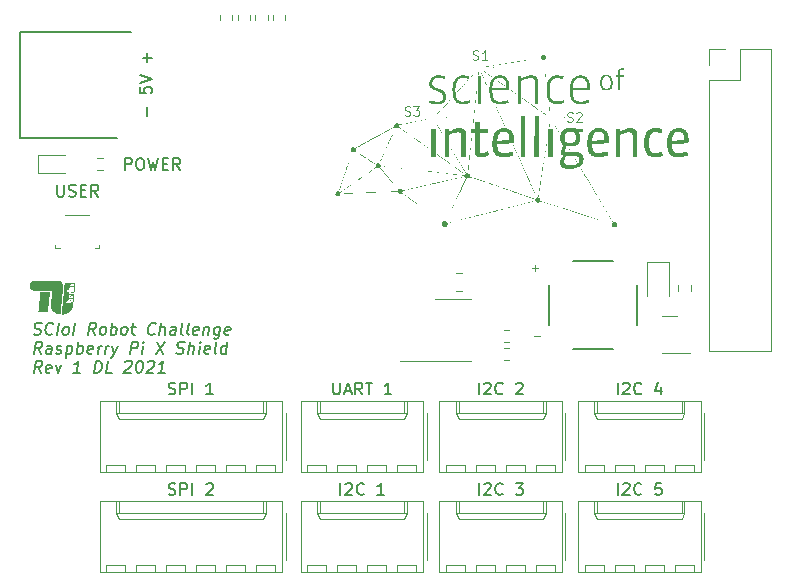
<source format=gbr>
%TF.GenerationSoftware,KiCad,Pcbnew,(6.0.0-rc1-29-g9238b27f63)*%
%TF.CreationDate,2021-12-03T15:56:35+01:00*%
%TF.ProjectId,robolympics_shield,726f626f-6c79-46d7-9069-63735f736869,rev?*%
%TF.SameCoordinates,Original*%
%TF.FileFunction,Legend,Top*%
%TF.FilePolarity,Positive*%
%FSLAX46Y46*%
G04 Gerber Fmt 4.6, Leading zero omitted, Abs format (unit mm)*
G04 Created by KiCad (PCBNEW (6.0.0-rc1-29-g9238b27f63)) date 2021-12-03 15:56:35*
%MOMM*%
%LPD*%
G01*
G04 APERTURE LIST*
%ADD10C,0.100000*%
%ADD11C,0.150000*%
%ADD12C,0.015000*%
%ADD13C,0.120000*%
%ADD14C,0.200000*%
%ADD15C,0.127000*%
G04 APERTURE END LIST*
D10*
X99640476Y-62823809D02*
X99754761Y-62861904D01*
X99945238Y-62861904D01*
X100021428Y-62823809D01*
X100059523Y-62785714D01*
X100097619Y-62709523D01*
X100097619Y-62633333D01*
X100059523Y-62557142D01*
X100021428Y-62519047D01*
X99945238Y-62480952D01*
X99792857Y-62442857D01*
X99716666Y-62404761D01*
X99678571Y-62366666D01*
X99640476Y-62290476D01*
X99640476Y-62214285D01*
X99678571Y-62138095D01*
X99716666Y-62100000D01*
X99792857Y-62061904D01*
X99983333Y-62061904D01*
X100097619Y-62100000D01*
X100364285Y-62061904D02*
X100859523Y-62061904D01*
X100592857Y-62366666D01*
X100707142Y-62366666D01*
X100783333Y-62404761D01*
X100821428Y-62442857D01*
X100859523Y-62519047D01*
X100859523Y-62709523D01*
X100821428Y-62785714D01*
X100783333Y-62823809D01*
X100707142Y-62861904D01*
X100478571Y-62861904D01*
X100402380Y-62823809D01*
X100364285Y-62785714D01*
D11*
X117666666Y-94952380D02*
X117666666Y-93952380D01*
X118095238Y-94047619D02*
X118142857Y-94000000D01*
X118238095Y-93952380D01*
X118476190Y-93952380D01*
X118571428Y-94000000D01*
X118619047Y-94047619D01*
X118666666Y-94142857D01*
X118666666Y-94238095D01*
X118619047Y-94380952D01*
X118047619Y-94952380D01*
X118666666Y-94952380D01*
X119666666Y-94857142D02*
X119619047Y-94904761D01*
X119476190Y-94952380D01*
X119380952Y-94952380D01*
X119238095Y-94904761D01*
X119142857Y-94809523D01*
X119095238Y-94714285D01*
X119047619Y-94523809D01*
X119047619Y-94380952D01*
X119095238Y-94190476D01*
X119142857Y-94095238D01*
X119238095Y-94000000D01*
X119380952Y-93952380D01*
X119476190Y-93952380D01*
X119619047Y-94000000D01*
X119666666Y-94047619D01*
X121333333Y-93952380D02*
X120857142Y-93952380D01*
X120809523Y-94428571D01*
X120857142Y-94380952D01*
X120952380Y-94333333D01*
X121190476Y-94333333D01*
X121285714Y-94380952D01*
X121333333Y-94428571D01*
X121380952Y-94523809D01*
X121380952Y-94761904D01*
X121333333Y-94857142D01*
X121285714Y-94904761D01*
X121190476Y-94952380D01*
X120952380Y-94952380D01*
X120857142Y-94904761D01*
X120809523Y-94857142D01*
X105916666Y-86452380D02*
X105916666Y-85452380D01*
X106345238Y-85547619D02*
X106392857Y-85500000D01*
X106488095Y-85452380D01*
X106726190Y-85452380D01*
X106821428Y-85500000D01*
X106869047Y-85547619D01*
X106916666Y-85642857D01*
X106916666Y-85738095D01*
X106869047Y-85880952D01*
X106297619Y-86452380D01*
X106916666Y-86452380D01*
X107916666Y-86357142D02*
X107869047Y-86404761D01*
X107726190Y-86452380D01*
X107630952Y-86452380D01*
X107488095Y-86404761D01*
X107392857Y-86309523D01*
X107345238Y-86214285D01*
X107297619Y-86023809D01*
X107297619Y-85880952D01*
X107345238Y-85690476D01*
X107392857Y-85595238D01*
X107488095Y-85500000D01*
X107630952Y-85452380D01*
X107726190Y-85452380D01*
X107869047Y-85500000D01*
X107916666Y-85547619D01*
X109059523Y-85547619D02*
X109107142Y-85500000D01*
X109202380Y-85452380D01*
X109440476Y-85452380D01*
X109535714Y-85500000D01*
X109583333Y-85547619D01*
X109630952Y-85642857D01*
X109630952Y-85738095D01*
X109583333Y-85880952D01*
X109011904Y-86452380D01*
X109630952Y-86452380D01*
X79639047Y-86404761D02*
X79781904Y-86452380D01*
X80020000Y-86452380D01*
X80115238Y-86404761D01*
X80162857Y-86357142D01*
X80210476Y-86261904D01*
X80210476Y-86166666D01*
X80162857Y-86071428D01*
X80115238Y-86023809D01*
X80020000Y-85976190D01*
X79829523Y-85928571D01*
X79734285Y-85880952D01*
X79686666Y-85833333D01*
X79639047Y-85738095D01*
X79639047Y-85642857D01*
X79686666Y-85547619D01*
X79734285Y-85500000D01*
X79829523Y-85452380D01*
X80067619Y-85452380D01*
X80210476Y-85500000D01*
X80639047Y-86452380D02*
X80639047Y-85452380D01*
X81020000Y-85452380D01*
X81115238Y-85500000D01*
X81162857Y-85547619D01*
X81210476Y-85642857D01*
X81210476Y-85785714D01*
X81162857Y-85880952D01*
X81115238Y-85928571D01*
X81020000Y-85976190D01*
X80639047Y-85976190D01*
X81639047Y-86452380D02*
X81639047Y-85452380D01*
X83400952Y-86452380D02*
X82829523Y-86452380D01*
X83115238Y-86452380D02*
X83115238Y-85452380D01*
X83020000Y-85595238D01*
X82924761Y-85690476D01*
X82829523Y-85738095D01*
D10*
X113390476Y-63323809D02*
X113504761Y-63361904D01*
X113695238Y-63361904D01*
X113771428Y-63323809D01*
X113809523Y-63285714D01*
X113847619Y-63209523D01*
X113847619Y-63133333D01*
X113809523Y-63057142D01*
X113771428Y-63019047D01*
X113695238Y-62980952D01*
X113542857Y-62942857D01*
X113466666Y-62904761D01*
X113428571Y-62866666D01*
X113390476Y-62790476D01*
X113390476Y-62714285D01*
X113428571Y-62638095D01*
X113466666Y-62600000D01*
X113542857Y-62561904D01*
X113733333Y-62561904D01*
X113847619Y-62600000D01*
X114152380Y-62638095D02*
X114190476Y-62600000D01*
X114266666Y-62561904D01*
X114457142Y-62561904D01*
X114533333Y-62600000D01*
X114571428Y-62638095D01*
X114609523Y-62714285D01*
X114609523Y-62790476D01*
X114571428Y-62904761D01*
X114114285Y-63361904D01*
X114609523Y-63361904D01*
D11*
X68199880Y-81344761D02*
X68336785Y-81392380D01*
X68574880Y-81392380D01*
X68676071Y-81344761D01*
X68729642Y-81297142D01*
X68789166Y-81201904D01*
X68801071Y-81106666D01*
X68765357Y-81011428D01*
X68723690Y-80963809D01*
X68634404Y-80916190D01*
X68449880Y-80868571D01*
X68360595Y-80820952D01*
X68318928Y-80773333D01*
X68283214Y-80678095D01*
X68295119Y-80582857D01*
X68354642Y-80487619D01*
X68408214Y-80440000D01*
X68509404Y-80392380D01*
X68747500Y-80392380D01*
X68884404Y-80440000D01*
X69777261Y-81297142D02*
X69723690Y-81344761D01*
X69574880Y-81392380D01*
X69479642Y-81392380D01*
X69342738Y-81344761D01*
X69259404Y-81249523D01*
X69223690Y-81154285D01*
X69199880Y-80963809D01*
X69217738Y-80820952D01*
X69289166Y-80630476D01*
X69348690Y-80535238D01*
X69455833Y-80440000D01*
X69604642Y-80392380D01*
X69699880Y-80392380D01*
X69836785Y-80440000D01*
X69878452Y-80487619D01*
X70193928Y-81392380D02*
X70318928Y-80392380D01*
X70812976Y-81392380D02*
X70723690Y-81344761D01*
X70682023Y-81297142D01*
X70646309Y-81201904D01*
X70682023Y-80916190D01*
X70741547Y-80820952D01*
X70795119Y-80773333D01*
X70896309Y-80725714D01*
X71039166Y-80725714D01*
X71128452Y-80773333D01*
X71170119Y-80820952D01*
X71205833Y-80916190D01*
X71170119Y-81201904D01*
X71110595Y-81297142D01*
X71057023Y-81344761D01*
X70955833Y-81392380D01*
X70812976Y-81392380D01*
X71574880Y-81392380D02*
X71699880Y-80392380D01*
X73384404Y-81392380D02*
X73110595Y-80916190D01*
X72812976Y-81392380D02*
X72937976Y-80392380D01*
X73318928Y-80392380D01*
X73408214Y-80440000D01*
X73449880Y-80487619D01*
X73485595Y-80582857D01*
X73467738Y-80725714D01*
X73408214Y-80820952D01*
X73354642Y-80868571D01*
X73253452Y-80916190D01*
X72872500Y-80916190D01*
X73955833Y-81392380D02*
X73866547Y-81344761D01*
X73824880Y-81297142D01*
X73789166Y-81201904D01*
X73824880Y-80916190D01*
X73884404Y-80820952D01*
X73937976Y-80773333D01*
X74039166Y-80725714D01*
X74182023Y-80725714D01*
X74271309Y-80773333D01*
X74312976Y-80820952D01*
X74348690Y-80916190D01*
X74312976Y-81201904D01*
X74253452Y-81297142D01*
X74199880Y-81344761D01*
X74098690Y-81392380D01*
X73955833Y-81392380D01*
X74717738Y-81392380D02*
X74842738Y-80392380D01*
X74795119Y-80773333D02*
X74896309Y-80725714D01*
X75086785Y-80725714D01*
X75176071Y-80773333D01*
X75217738Y-80820952D01*
X75253452Y-80916190D01*
X75217738Y-81201904D01*
X75158214Y-81297142D01*
X75104642Y-81344761D01*
X75003452Y-81392380D01*
X74812976Y-81392380D01*
X74723690Y-81344761D01*
X75765357Y-81392380D02*
X75676071Y-81344761D01*
X75634404Y-81297142D01*
X75598690Y-81201904D01*
X75634404Y-80916190D01*
X75693928Y-80820952D01*
X75747500Y-80773333D01*
X75848690Y-80725714D01*
X75991547Y-80725714D01*
X76080833Y-80773333D01*
X76122500Y-80820952D01*
X76158214Y-80916190D01*
X76122500Y-81201904D01*
X76062976Y-81297142D01*
X76009404Y-81344761D01*
X75908214Y-81392380D01*
X75765357Y-81392380D01*
X76467738Y-80725714D02*
X76848690Y-80725714D01*
X76652261Y-80392380D02*
X76545119Y-81249523D01*
X76580833Y-81344761D01*
X76670119Y-81392380D01*
X76765357Y-81392380D01*
X78443928Y-81297142D02*
X78390357Y-81344761D01*
X78241547Y-81392380D01*
X78146309Y-81392380D01*
X78009404Y-81344761D01*
X77926071Y-81249523D01*
X77890357Y-81154285D01*
X77866547Y-80963809D01*
X77884404Y-80820952D01*
X77955833Y-80630476D01*
X78015357Y-80535238D01*
X78122500Y-80440000D01*
X78271309Y-80392380D01*
X78366547Y-80392380D01*
X78503452Y-80440000D01*
X78545119Y-80487619D01*
X78860595Y-81392380D02*
X78985595Y-80392380D01*
X79289166Y-81392380D02*
X79354642Y-80868571D01*
X79318928Y-80773333D01*
X79229642Y-80725714D01*
X79086785Y-80725714D01*
X78985595Y-80773333D01*
X78932023Y-80820952D01*
X80193928Y-81392380D02*
X80259404Y-80868571D01*
X80223690Y-80773333D01*
X80134404Y-80725714D01*
X79943928Y-80725714D01*
X79842738Y-80773333D01*
X80199880Y-81344761D02*
X80098690Y-81392380D01*
X79860595Y-81392380D01*
X79771309Y-81344761D01*
X79735595Y-81249523D01*
X79747500Y-81154285D01*
X79807023Y-81059047D01*
X79908214Y-81011428D01*
X80146309Y-81011428D01*
X80247500Y-80963809D01*
X80812976Y-81392380D02*
X80723690Y-81344761D01*
X80687976Y-81249523D01*
X80795119Y-80392380D01*
X81336785Y-81392380D02*
X81247500Y-81344761D01*
X81211785Y-81249523D01*
X81318928Y-80392380D01*
X82104642Y-81344761D02*
X82003452Y-81392380D01*
X81812976Y-81392380D01*
X81723690Y-81344761D01*
X81687976Y-81249523D01*
X81735595Y-80868571D01*
X81795119Y-80773333D01*
X81896309Y-80725714D01*
X82086785Y-80725714D01*
X82176071Y-80773333D01*
X82211785Y-80868571D01*
X82199880Y-80963809D01*
X81711785Y-81059047D01*
X82658214Y-80725714D02*
X82574880Y-81392380D01*
X82646309Y-80820952D02*
X82699880Y-80773333D01*
X82801071Y-80725714D01*
X82943928Y-80725714D01*
X83033214Y-80773333D01*
X83068928Y-80868571D01*
X83003452Y-81392380D01*
X83991547Y-80725714D02*
X83890357Y-81535238D01*
X83830833Y-81630476D01*
X83777261Y-81678095D01*
X83676071Y-81725714D01*
X83533214Y-81725714D01*
X83443928Y-81678095D01*
X83914166Y-81344761D02*
X83812976Y-81392380D01*
X83622500Y-81392380D01*
X83533214Y-81344761D01*
X83491547Y-81297142D01*
X83455833Y-81201904D01*
X83491547Y-80916190D01*
X83551071Y-80820952D01*
X83604642Y-80773333D01*
X83705833Y-80725714D01*
X83896309Y-80725714D01*
X83985595Y-80773333D01*
X84771309Y-81344761D02*
X84670119Y-81392380D01*
X84479642Y-81392380D01*
X84390357Y-81344761D01*
X84354642Y-81249523D01*
X84402261Y-80868571D01*
X84461785Y-80773333D01*
X84562976Y-80725714D01*
X84753452Y-80725714D01*
X84842738Y-80773333D01*
X84878452Y-80868571D01*
X84866547Y-80963809D01*
X84378452Y-81059047D01*
X68812976Y-83002380D02*
X68539166Y-82526190D01*
X68241547Y-83002380D02*
X68366547Y-82002380D01*
X68747500Y-82002380D01*
X68836785Y-82050000D01*
X68878452Y-82097619D01*
X68914166Y-82192857D01*
X68896309Y-82335714D01*
X68836785Y-82430952D01*
X68783214Y-82478571D01*
X68682023Y-82526190D01*
X68301071Y-82526190D01*
X69670119Y-83002380D02*
X69735595Y-82478571D01*
X69699880Y-82383333D01*
X69610595Y-82335714D01*
X69420119Y-82335714D01*
X69318928Y-82383333D01*
X69676071Y-82954761D02*
X69574880Y-83002380D01*
X69336785Y-83002380D01*
X69247500Y-82954761D01*
X69211785Y-82859523D01*
X69223690Y-82764285D01*
X69283214Y-82669047D01*
X69384404Y-82621428D01*
X69622500Y-82621428D01*
X69723690Y-82573809D01*
X70104642Y-82954761D02*
X70193928Y-83002380D01*
X70384404Y-83002380D01*
X70485595Y-82954761D01*
X70545119Y-82859523D01*
X70551071Y-82811904D01*
X70515357Y-82716666D01*
X70426071Y-82669047D01*
X70283214Y-82669047D01*
X70193928Y-82621428D01*
X70158214Y-82526190D01*
X70164166Y-82478571D01*
X70223690Y-82383333D01*
X70324880Y-82335714D01*
X70467738Y-82335714D01*
X70557023Y-82383333D01*
X71039166Y-82335714D02*
X70914166Y-83335714D01*
X71033214Y-82383333D02*
X71134404Y-82335714D01*
X71324880Y-82335714D01*
X71414166Y-82383333D01*
X71455833Y-82430952D01*
X71491547Y-82526190D01*
X71455833Y-82811904D01*
X71396309Y-82907142D01*
X71342738Y-82954761D01*
X71241547Y-83002380D01*
X71051071Y-83002380D01*
X70961785Y-82954761D01*
X71860595Y-83002380D02*
X71985595Y-82002380D01*
X71937976Y-82383333D02*
X72039166Y-82335714D01*
X72229642Y-82335714D01*
X72318928Y-82383333D01*
X72360595Y-82430952D01*
X72396309Y-82526190D01*
X72360595Y-82811904D01*
X72301071Y-82907142D01*
X72247500Y-82954761D01*
X72146309Y-83002380D01*
X71955833Y-83002380D01*
X71866547Y-82954761D01*
X73152261Y-82954761D02*
X73051071Y-83002380D01*
X72860595Y-83002380D01*
X72771309Y-82954761D01*
X72735595Y-82859523D01*
X72783214Y-82478571D01*
X72842738Y-82383333D01*
X72943928Y-82335714D01*
X73134404Y-82335714D01*
X73223690Y-82383333D01*
X73259404Y-82478571D01*
X73247500Y-82573809D01*
X72759404Y-82669047D01*
X73622500Y-83002380D02*
X73705833Y-82335714D01*
X73682023Y-82526190D02*
X73741547Y-82430952D01*
X73795119Y-82383333D01*
X73896309Y-82335714D01*
X73991547Y-82335714D01*
X74241547Y-83002380D02*
X74324880Y-82335714D01*
X74301071Y-82526190D02*
X74360595Y-82430952D01*
X74414166Y-82383333D01*
X74515357Y-82335714D01*
X74610595Y-82335714D01*
X74848690Y-82335714D02*
X75003452Y-83002380D01*
X75324880Y-82335714D02*
X75003452Y-83002380D01*
X74878452Y-83240476D01*
X74824880Y-83288095D01*
X74723690Y-83335714D01*
X76384404Y-83002380D02*
X76509404Y-82002380D01*
X76890357Y-82002380D01*
X76979642Y-82050000D01*
X77021309Y-82097619D01*
X77057023Y-82192857D01*
X77039166Y-82335714D01*
X76979642Y-82430952D01*
X76926071Y-82478571D01*
X76824880Y-82526190D01*
X76443928Y-82526190D01*
X77384404Y-83002380D02*
X77467738Y-82335714D01*
X77509404Y-82002380D02*
X77455833Y-82050000D01*
X77497500Y-82097619D01*
X77551071Y-82050000D01*
X77509404Y-82002380D01*
X77497500Y-82097619D01*
X78652261Y-82002380D02*
X79193928Y-83002380D01*
X79318928Y-82002380D02*
X78527261Y-83002380D01*
X80295119Y-82954761D02*
X80432023Y-83002380D01*
X80670119Y-83002380D01*
X80771309Y-82954761D01*
X80824880Y-82907142D01*
X80884404Y-82811904D01*
X80896309Y-82716666D01*
X80860595Y-82621428D01*
X80818928Y-82573809D01*
X80729642Y-82526190D01*
X80545119Y-82478571D01*
X80455833Y-82430952D01*
X80414166Y-82383333D01*
X80378452Y-82288095D01*
X80390357Y-82192857D01*
X80449880Y-82097619D01*
X80503452Y-82050000D01*
X80604642Y-82002380D01*
X80842738Y-82002380D01*
X80979642Y-82050000D01*
X81289166Y-83002380D02*
X81414166Y-82002380D01*
X81717738Y-83002380D02*
X81783214Y-82478571D01*
X81747500Y-82383333D01*
X81658214Y-82335714D01*
X81515357Y-82335714D01*
X81414166Y-82383333D01*
X81360595Y-82430952D01*
X82193928Y-83002380D02*
X82277261Y-82335714D01*
X82318928Y-82002380D02*
X82265357Y-82050000D01*
X82307023Y-82097619D01*
X82360595Y-82050000D01*
X82318928Y-82002380D01*
X82307023Y-82097619D01*
X83057023Y-82954761D02*
X82955833Y-83002380D01*
X82765357Y-83002380D01*
X82676071Y-82954761D01*
X82640357Y-82859523D01*
X82687976Y-82478571D01*
X82747500Y-82383333D01*
X82848690Y-82335714D01*
X83039166Y-82335714D01*
X83128452Y-82383333D01*
X83164166Y-82478571D01*
X83152261Y-82573809D01*
X82664166Y-82669047D01*
X83670119Y-83002380D02*
X83580833Y-82954761D01*
X83545119Y-82859523D01*
X83652261Y-82002380D01*
X84479642Y-83002380D02*
X84604642Y-82002380D01*
X84485595Y-82954761D02*
X84384404Y-83002380D01*
X84193928Y-83002380D01*
X84104642Y-82954761D01*
X84062976Y-82907142D01*
X84027261Y-82811904D01*
X84062976Y-82526190D01*
X84122500Y-82430952D01*
X84176071Y-82383333D01*
X84277261Y-82335714D01*
X84467738Y-82335714D01*
X84557023Y-82383333D01*
X68812976Y-84612380D02*
X68539166Y-84136190D01*
X68241547Y-84612380D02*
X68366547Y-83612380D01*
X68747500Y-83612380D01*
X68836785Y-83660000D01*
X68878452Y-83707619D01*
X68914166Y-83802857D01*
X68896309Y-83945714D01*
X68836785Y-84040952D01*
X68783214Y-84088571D01*
X68682023Y-84136190D01*
X68301071Y-84136190D01*
X69628452Y-84564761D02*
X69527261Y-84612380D01*
X69336785Y-84612380D01*
X69247500Y-84564761D01*
X69211785Y-84469523D01*
X69259404Y-84088571D01*
X69318928Y-83993333D01*
X69420119Y-83945714D01*
X69610595Y-83945714D01*
X69699880Y-83993333D01*
X69735595Y-84088571D01*
X69723690Y-84183809D01*
X69235595Y-84279047D01*
X70086785Y-83945714D02*
X70241547Y-84612380D01*
X70562976Y-83945714D01*
X72146309Y-84612380D02*
X71574880Y-84612380D01*
X71860595Y-84612380D02*
X71985595Y-83612380D01*
X71872500Y-83755238D01*
X71765357Y-83850476D01*
X71664166Y-83898095D01*
X73336785Y-84612380D02*
X73461785Y-83612380D01*
X73699880Y-83612380D01*
X73836785Y-83660000D01*
X73920119Y-83755238D01*
X73955833Y-83850476D01*
X73979642Y-84040952D01*
X73961785Y-84183809D01*
X73890357Y-84374285D01*
X73830833Y-84469523D01*
X73723690Y-84564761D01*
X73574880Y-84612380D01*
X73336785Y-84612380D01*
X74812976Y-84612380D02*
X74336785Y-84612380D01*
X74461785Y-83612380D01*
X75973690Y-83707619D02*
X76027261Y-83660000D01*
X76128452Y-83612380D01*
X76366547Y-83612380D01*
X76455833Y-83660000D01*
X76497500Y-83707619D01*
X76533214Y-83802857D01*
X76521309Y-83898095D01*
X76455833Y-84040952D01*
X75812976Y-84612380D01*
X76432023Y-84612380D01*
X77176071Y-83612380D02*
X77271309Y-83612380D01*
X77360595Y-83660000D01*
X77402261Y-83707619D01*
X77437976Y-83802857D01*
X77461785Y-83993333D01*
X77432023Y-84231428D01*
X77360595Y-84421904D01*
X77301071Y-84517142D01*
X77247500Y-84564761D01*
X77146309Y-84612380D01*
X77051071Y-84612380D01*
X76961785Y-84564761D01*
X76920119Y-84517142D01*
X76884404Y-84421904D01*
X76860595Y-84231428D01*
X76890357Y-83993333D01*
X76961785Y-83802857D01*
X77021309Y-83707619D01*
X77074880Y-83660000D01*
X77176071Y-83612380D01*
X77878452Y-83707619D02*
X77932023Y-83660000D01*
X78033214Y-83612380D01*
X78271309Y-83612380D01*
X78360595Y-83660000D01*
X78402261Y-83707619D01*
X78437976Y-83802857D01*
X78426071Y-83898095D01*
X78360595Y-84040952D01*
X77717738Y-84612380D01*
X78336785Y-84612380D01*
X79289166Y-84612380D02*
X78717738Y-84612380D01*
X79003452Y-84612380D02*
X79128452Y-83612380D01*
X79015357Y-83755238D01*
X78908214Y-83850476D01*
X78807023Y-83898095D01*
X77821428Y-62916666D02*
X77821428Y-62154761D01*
X77202380Y-60440476D02*
X77202380Y-60916666D01*
X77678571Y-60964285D01*
X77630952Y-60916666D01*
X77583333Y-60821428D01*
X77583333Y-60583333D01*
X77630952Y-60488095D01*
X77678571Y-60440476D01*
X77773809Y-60392857D01*
X78011904Y-60392857D01*
X78107142Y-60440476D01*
X78154761Y-60488095D01*
X78202380Y-60583333D01*
X78202380Y-60821428D01*
X78154761Y-60916666D01*
X78107142Y-60964285D01*
X77202380Y-60107142D02*
X78202380Y-59773809D01*
X77202380Y-59440476D01*
X77821428Y-58345238D02*
X77821428Y-57583333D01*
X78202380Y-57964285D02*
X77440476Y-57964285D01*
X105916666Y-94952380D02*
X105916666Y-93952380D01*
X106345238Y-94047619D02*
X106392857Y-94000000D01*
X106488095Y-93952380D01*
X106726190Y-93952380D01*
X106821428Y-94000000D01*
X106869047Y-94047619D01*
X106916666Y-94142857D01*
X106916666Y-94238095D01*
X106869047Y-94380952D01*
X106297619Y-94952380D01*
X106916666Y-94952380D01*
X107916666Y-94857142D02*
X107869047Y-94904761D01*
X107726190Y-94952380D01*
X107630952Y-94952380D01*
X107488095Y-94904761D01*
X107392857Y-94809523D01*
X107345238Y-94714285D01*
X107297619Y-94523809D01*
X107297619Y-94380952D01*
X107345238Y-94190476D01*
X107392857Y-94095238D01*
X107488095Y-94000000D01*
X107630952Y-93952380D01*
X107726190Y-93952380D01*
X107869047Y-94000000D01*
X107916666Y-94047619D01*
X109011904Y-93952380D02*
X109630952Y-93952380D01*
X109297619Y-94333333D01*
X109440476Y-94333333D01*
X109535714Y-94380952D01*
X109583333Y-94428571D01*
X109630952Y-94523809D01*
X109630952Y-94761904D01*
X109583333Y-94857142D01*
X109535714Y-94904761D01*
X109440476Y-94952380D01*
X109154761Y-94952380D01*
X109059523Y-94904761D01*
X109011904Y-94857142D01*
X79639047Y-94904761D02*
X79781904Y-94952380D01*
X80020000Y-94952380D01*
X80115238Y-94904761D01*
X80162857Y-94857142D01*
X80210476Y-94761904D01*
X80210476Y-94666666D01*
X80162857Y-94571428D01*
X80115238Y-94523809D01*
X80020000Y-94476190D01*
X79829523Y-94428571D01*
X79734285Y-94380952D01*
X79686666Y-94333333D01*
X79639047Y-94238095D01*
X79639047Y-94142857D01*
X79686666Y-94047619D01*
X79734285Y-94000000D01*
X79829523Y-93952380D01*
X80067619Y-93952380D01*
X80210476Y-94000000D01*
X80639047Y-94952380D02*
X80639047Y-93952380D01*
X81020000Y-93952380D01*
X81115238Y-94000000D01*
X81162857Y-94047619D01*
X81210476Y-94142857D01*
X81210476Y-94285714D01*
X81162857Y-94380952D01*
X81115238Y-94428571D01*
X81020000Y-94476190D01*
X80639047Y-94476190D01*
X81639047Y-94952380D02*
X81639047Y-93952380D01*
X82829523Y-94047619D02*
X82877142Y-94000000D01*
X82972380Y-93952380D01*
X83210476Y-93952380D01*
X83305714Y-94000000D01*
X83353333Y-94047619D01*
X83400952Y-94142857D01*
X83400952Y-94238095D01*
X83353333Y-94380952D01*
X82781904Y-94952380D01*
X83400952Y-94952380D01*
X93547619Y-85452380D02*
X93547619Y-86261904D01*
X93595238Y-86357142D01*
X93642857Y-86404761D01*
X93738095Y-86452380D01*
X93928571Y-86452380D01*
X94023809Y-86404761D01*
X94071428Y-86357142D01*
X94119047Y-86261904D01*
X94119047Y-85452380D01*
X94547619Y-86166666D02*
X95023809Y-86166666D01*
X94452380Y-86452380D02*
X94785714Y-85452380D01*
X95119047Y-86452380D01*
X96023809Y-86452380D02*
X95690476Y-85976190D01*
X95452380Y-86452380D02*
X95452380Y-85452380D01*
X95833333Y-85452380D01*
X95928571Y-85500000D01*
X95976190Y-85547619D01*
X96023809Y-85642857D01*
X96023809Y-85785714D01*
X95976190Y-85880952D01*
X95928571Y-85928571D01*
X95833333Y-85976190D01*
X95452380Y-85976190D01*
X96309523Y-85452380D02*
X96880952Y-85452380D01*
X96595238Y-86452380D02*
X96595238Y-85452380D01*
X98500000Y-86452380D02*
X97928571Y-86452380D01*
X98214285Y-86452380D02*
X98214285Y-85452380D01*
X98119047Y-85595238D01*
X98023809Y-85690476D01*
X97928571Y-85738095D01*
X70185714Y-68702380D02*
X70185714Y-69511904D01*
X70233333Y-69607142D01*
X70280952Y-69654761D01*
X70376190Y-69702380D01*
X70566666Y-69702380D01*
X70661904Y-69654761D01*
X70709523Y-69607142D01*
X70757142Y-69511904D01*
X70757142Y-68702380D01*
X71185714Y-69654761D02*
X71328571Y-69702380D01*
X71566666Y-69702380D01*
X71661904Y-69654761D01*
X71709523Y-69607142D01*
X71757142Y-69511904D01*
X71757142Y-69416666D01*
X71709523Y-69321428D01*
X71661904Y-69273809D01*
X71566666Y-69226190D01*
X71376190Y-69178571D01*
X71280952Y-69130952D01*
X71233333Y-69083333D01*
X71185714Y-68988095D01*
X71185714Y-68892857D01*
X71233333Y-68797619D01*
X71280952Y-68750000D01*
X71376190Y-68702380D01*
X71614285Y-68702380D01*
X71757142Y-68750000D01*
X72185714Y-69178571D02*
X72519047Y-69178571D01*
X72661904Y-69702380D02*
X72185714Y-69702380D01*
X72185714Y-68702380D01*
X72661904Y-68702380D01*
X73661904Y-69702380D02*
X73328571Y-69226190D01*
X73090476Y-69702380D02*
X73090476Y-68702380D01*
X73471428Y-68702380D01*
X73566666Y-68750000D01*
X73614285Y-68797619D01*
X73661904Y-68892857D01*
X73661904Y-69035714D01*
X73614285Y-69130952D01*
X73566666Y-69178571D01*
X73471428Y-69226190D01*
X73090476Y-69226190D01*
X117666666Y-86452380D02*
X117666666Y-85452380D01*
X118095238Y-85547619D02*
X118142857Y-85500000D01*
X118238095Y-85452380D01*
X118476190Y-85452380D01*
X118571428Y-85500000D01*
X118619047Y-85547619D01*
X118666666Y-85642857D01*
X118666666Y-85738095D01*
X118619047Y-85880952D01*
X118047619Y-86452380D01*
X118666666Y-86452380D01*
X119666666Y-86357142D02*
X119619047Y-86404761D01*
X119476190Y-86452380D01*
X119380952Y-86452380D01*
X119238095Y-86404761D01*
X119142857Y-86309523D01*
X119095238Y-86214285D01*
X119047619Y-86023809D01*
X119047619Y-85880952D01*
X119095238Y-85690476D01*
X119142857Y-85595238D01*
X119238095Y-85500000D01*
X119380952Y-85452380D01*
X119476190Y-85452380D01*
X119619047Y-85500000D01*
X119666666Y-85547619D01*
X121285714Y-85785714D02*
X121285714Y-86452380D01*
X121047619Y-85404761D02*
X120809523Y-86119047D01*
X121428571Y-86119047D01*
D10*
X105390476Y-58073809D02*
X105504761Y-58111904D01*
X105695238Y-58111904D01*
X105771428Y-58073809D01*
X105809523Y-58035714D01*
X105847619Y-57959523D01*
X105847619Y-57883333D01*
X105809523Y-57807142D01*
X105771428Y-57769047D01*
X105695238Y-57730952D01*
X105542857Y-57692857D01*
X105466666Y-57654761D01*
X105428571Y-57616666D01*
X105390476Y-57540476D01*
X105390476Y-57464285D01*
X105428571Y-57388095D01*
X105466666Y-57350000D01*
X105542857Y-57311904D01*
X105733333Y-57311904D01*
X105847619Y-57350000D01*
X106609523Y-58111904D02*
X106152380Y-58111904D01*
X106380952Y-58111904D02*
X106380952Y-57311904D01*
X106304761Y-57426190D01*
X106228571Y-57502380D01*
X106152380Y-57540476D01*
D11*
X75940476Y-67452380D02*
X75940476Y-66452380D01*
X76321428Y-66452380D01*
X76416666Y-66500000D01*
X76464285Y-66547619D01*
X76511904Y-66642857D01*
X76511904Y-66785714D01*
X76464285Y-66880952D01*
X76416666Y-66928571D01*
X76321428Y-66976190D01*
X75940476Y-66976190D01*
X77130952Y-66452380D02*
X77321428Y-66452380D01*
X77416666Y-66500000D01*
X77511904Y-66595238D01*
X77559523Y-66785714D01*
X77559523Y-67119047D01*
X77511904Y-67309523D01*
X77416666Y-67404761D01*
X77321428Y-67452380D01*
X77130952Y-67452380D01*
X77035714Y-67404761D01*
X76940476Y-67309523D01*
X76892857Y-67119047D01*
X76892857Y-66785714D01*
X76940476Y-66595238D01*
X77035714Y-66500000D01*
X77130952Y-66452380D01*
X77892857Y-66452380D02*
X78130952Y-67452380D01*
X78321428Y-66738095D01*
X78511904Y-67452380D01*
X78750000Y-66452380D01*
X79130952Y-66928571D02*
X79464285Y-66928571D01*
X79607142Y-67452380D02*
X79130952Y-67452380D01*
X79130952Y-66452380D01*
X79607142Y-66452380D01*
X80607142Y-67452380D02*
X80273809Y-66976190D01*
X80035714Y-67452380D02*
X80035714Y-66452380D01*
X80416666Y-66452380D01*
X80511904Y-66500000D01*
X80559523Y-66547619D01*
X80607142Y-66642857D01*
X80607142Y-66785714D01*
X80559523Y-66880952D01*
X80511904Y-66928571D01*
X80416666Y-66976190D01*
X80035714Y-66976190D01*
X94166666Y-94952380D02*
X94166666Y-93952380D01*
X94595238Y-94047619D02*
X94642857Y-94000000D01*
X94738095Y-93952380D01*
X94976190Y-93952380D01*
X95071428Y-94000000D01*
X95119047Y-94047619D01*
X95166666Y-94142857D01*
X95166666Y-94238095D01*
X95119047Y-94380952D01*
X94547619Y-94952380D01*
X95166666Y-94952380D01*
X96166666Y-94857142D02*
X96119047Y-94904761D01*
X95976190Y-94952380D01*
X95880952Y-94952380D01*
X95738095Y-94904761D01*
X95642857Y-94809523D01*
X95595238Y-94714285D01*
X95547619Y-94523809D01*
X95547619Y-94380952D01*
X95595238Y-94190476D01*
X95642857Y-94095238D01*
X95738095Y-94000000D01*
X95880952Y-93952380D01*
X95976190Y-93952380D01*
X96119047Y-94000000D01*
X96166666Y-94047619D01*
X97880952Y-94952380D02*
X97309523Y-94952380D01*
X97595238Y-94952380D02*
X97595238Y-93952380D01*
X97500000Y-94095238D01*
X97404761Y-94190476D01*
X97309523Y-94238095D01*
D12*
%TO.C,LS1*%
X110403201Y-75745225D02*
X110890820Y-75745225D01*
X110647011Y-75989034D02*
X110647011Y-75501415D01*
X110603201Y-81460225D02*
X111090820Y-81460225D01*
D13*
%TO.C,R8*%
X108492258Y-80977500D02*
X108017742Y-80977500D01*
X108492258Y-82022500D02*
X108017742Y-82022500D01*
D14*
%TO.C,J3*%
X75250000Y-64750000D02*
X67050000Y-64750000D01*
X67050000Y-64750000D02*
X67050000Y-55750000D01*
X67050000Y-55750000D02*
X76450000Y-55750000D01*
D13*
%TO.C,J9*%
X99810000Y-96490000D02*
X99560000Y-97020000D01*
X99560000Y-95490000D02*
X99560000Y-96490000D01*
X90810000Y-101510000D02*
X101190000Y-101510000D01*
X92990000Y-101510000D02*
X92990000Y-100910000D01*
X99810000Y-95490000D02*
X99810000Y-96490000D01*
X99010000Y-100910000D02*
X99010000Y-101510000D01*
X101190000Y-95490000D02*
X90810000Y-95490000D01*
X90810000Y-95490000D02*
X90810000Y-101510000D01*
X92440000Y-95490000D02*
X92440000Y-96490000D01*
X101190000Y-101510000D02*
X101190000Y-95490000D01*
X93930000Y-100910000D02*
X93930000Y-101510000D01*
X95530000Y-100910000D02*
X93930000Y-100910000D01*
X100610000Y-100910000D02*
X99010000Y-100910000D01*
X98070000Y-101510000D02*
X98070000Y-100910000D01*
X98070000Y-100910000D02*
X96470000Y-100910000D01*
X92190000Y-96490000D02*
X92190000Y-95490000D01*
X100610000Y-101510000D02*
X100610000Y-100910000D01*
X95530000Y-101510000D02*
X95530000Y-100910000D01*
X92440000Y-97020000D02*
X92190000Y-96490000D01*
X99810000Y-96490000D02*
X92190000Y-96490000D01*
X101480000Y-100480000D02*
X101480000Y-96480000D01*
X99560000Y-97020000D02*
X92440000Y-97020000D01*
X92990000Y-100910000D02*
X91390000Y-100910000D01*
X91390000Y-100910000D02*
X91390000Y-101510000D01*
X96470000Y-100910000D02*
X96470000Y-101510000D01*
%TO.C,G\u002A\u002A\u002A*%
G36*
X118783167Y-63891150D02*
G01*
X118846272Y-63895479D01*
X118905686Y-63901929D01*
X118957103Y-63910241D01*
X118979603Y-63915304D01*
X119057323Y-63941762D01*
X119124818Y-63978688D01*
X119182172Y-64026163D01*
X119229465Y-64084272D01*
X119266781Y-64153096D01*
X119293897Y-64231572D01*
X119310278Y-64293020D01*
X119312563Y-65309533D01*
X119314849Y-66326046D01*
X118918792Y-66326046D01*
X118918565Y-65415763D01*
X118918475Y-65284265D01*
X118918274Y-65159760D01*
X118917967Y-65042938D01*
X118917561Y-64934490D01*
X118917059Y-64835108D01*
X118916468Y-64745481D01*
X118915793Y-64666302D01*
X118915039Y-64598260D01*
X118914210Y-64542048D01*
X118913313Y-64498355D01*
X118912353Y-64467873D01*
X118911335Y-64451292D01*
X118911244Y-64450534D01*
X118901124Y-64399713D01*
X118884416Y-64358131D01*
X118860029Y-64325113D01*
X118826875Y-64299984D01*
X118783866Y-64282069D01*
X118729913Y-64270692D01*
X118663926Y-64265178D01*
X118611090Y-64264438D01*
X118485659Y-64271438D01*
X118355863Y-64290139D01*
X118225026Y-64319765D01*
X118096470Y-64359545D01*
X117973518Y-64408702D01*
X117954716Y-64417326D01*
X117885795Y-64449533D01*
X117885795Y-66326046D01*
X117490179Y-66326046D01*
X117490179Y-63937698D01*
X117885795Y-63937698D01*
X117885795Y-64040265D01*
X117885859Y-64080795D01*
X117886303Y-64108934D01*
X117887500Y-64126942D01*
X117889825Y-64137080D01*
X117893651Y-64141609D01*
X117899354Y-64142791D01*
X117902776Y-64142832D01*
X117914586Y-64139835D01*
X117937211Y-64131498D01*
X117968247Y-64118805D01*
X118005290Y-64102739D01*
X118045937Y-64084282D01*
X118046023Y-64084242D01*
X118151088Y-64036799D01*
X118245657Y-63996987D01*
X118331385Y-63964250D01*
X118409928Y-63938034D01*
X118482942Y-63917783D01*
X118552083Y-63902942D01*
X118614753Y-63893459D01*
X118663103Y-63889882D01*
X118720676Y-63889198D01*
X118783167Y-63891150D01*
G37*
G36*
X102259832Y-63382351D02*
G01*
X102270518Y-63400386D01*
X102287586Y-63429201D01*
X102310495Y-63467883D01*
X102338703Y-63515516D01*
X102371670Y-63571188D01*
X102408854Y-63633983D01*
X102449713Y-63702988D01*
X102493707Y-63777288D01*
X102540294Y-63855971D01*
X102577003Y-63917972D01*
X102633655Y-64013708D01*
X102683261Y-64097674D01*
X102726277Y-64170685D01*
X102763159Y-64233560D01*
X102794363Y-64287113D01*
X102820347Y-64332160D01*
X102841566Y-64369518D01*
X102858476Y-64400003D01*
X102871534Y-64424430D01*
X102881195Y-64443617D01*
X102887918Y-64458378D01*
X102892157Y-64469531D01*
X102894369Y-64477890D01*
X102895010Y-64484273D01*
X102894920Y-64486566D01*
X102894157Y-64490749D01*
X102892385Y-64492563D01*
X102889151Y-64491284D01*
X102884000Y-64486189D01*
X102876479Y-64476553D01*
X102866132Y-64461654D01*
X102852507Y-64440767D01*
X102835149Y-64413169D01*
X102813603Y-64378136D01*
X102787416Y-64334944D01*
X102756134Y-64282871D01*
X102719302Y-64221191D01*
X102676467Y-64149181D01*
X102627174Y-64066119D01*
X102570968Y-63971279D01*
X102560855Y-63954205D01*
X102503337Y-63857059D01*
X102452881Y-63771726D01*
X102409054Y-63697431D01*
X102371421Y-63633398D01*
X102339548Y-63578850D01*
X102313002Y-63533012D01*
X102291348Y-63495107D01*
X102274153Y-63464361D01*
X102260982Y-63439996D01*
X102251402Y-63421237D01*
X102244978Y-63407307D01*
X102241277Y-63397432D01*
X102239863Y-63390835D01*
X102240305Y-63386739D01*
X102242153Y-63384380D01*
X102252762Y-63377313D01*
X102256069Y-63376010D01*
X102259832Y-63382351D01*
G37*
G36*
X107389744Y-59814042D02*
G01*
X107399529Y-59818160D01*
X107413437Y-59825639D01*
X107432354Y-59837056D01*
X107457164Y-59852991D01*
X107488754Y-59874023D01*
X107528009Y-59900729D01*
X107575814Y-59933689D01*
X107633054Y-59973482D01*
X107700616Y-60020685D01*
X107766085Y-60066552D01*
X107831768Y-60112616D01*
X107893830Y-60156155D01*
X107951241Y-60196446D01*
X108002973Y-60232768D01*
X108047998Y-60264397D01*
X108085288Y-60290612D01*
X108113813Y-60310689D01*
X108132545Y-60323907D01*
X108140456Y-60329542D01*
X108140644Y-60329686D01*
X108141612Y-60337704D01*
X108140644Y-60349323D01*
X108139356Y-60352298D01*
X108135960Y-60353238D01*
X108129600Y-60351588D01*
X108119419Y-60346790D01*
X108104562Y-60338288D01*
X108084173Y-60325523D01*
X108057395Y-60307939D01*
X108023372Y-60284980D01*
X107981248Y-60256087D01*
X107930167Y-60220703D01*
X107869274Y-60178273D01*
X107797711Y-60128238D01*
X107756055Y-60099070D01*
X107689368Y-60052336D01*
X107626227Y-60008043D01*
X107567657Y-59966913D01*
X107514682Y-59929667D01*
X107468326Y-59897027D01*
X107429615Y-59869714D01*
X107399572Y-59848450D01*
X107379223Y-59833956D01*
X107369590Y-59826954D01*
X107368970Y-59826452D01*
X107370593Y-59819823D01*
X107379000Y-59813571D01*
X107383196Y-59812705D01*
X107389744Y-59814042D01*
G37*
G36*
X109848933Y-66326046D02*
G01*
X109453286Y-66326046D01*
X109456980Y-62886794D01*
X109621820Y-62863309D01*
X109671305Y-62856249D01*
X109717703Y-62849614D01*
X109758431Y-62843773D01*
X109790906Y-62839097D01*
X109812546Y-62835956D01*
X109817796Y-62835182D01*
X109848933Y-62830542D01*
X109848933Y-66326046D01*
G37*
G36*
X105671725Y-59068689D02*
G01*
X105671891Y-59068852D01*
X105677395Y-59076312D01*
X105676410Y-59084423D01*
X105667480Y-59096577D01*
X105653605Y-59111529D01*
X105642287Y-59123601D01*
X105622305Y-59145179D01*
X105594869Y-59174944D01*
X105561190Y-59211578D01*
X105522480Y-59253762D01*
X105479950Y-59300179D01*
X105434812Y-59349511D01*
X105412916Y-59373464D01*
X105368016Y-59422587D01*
X105326049Y-59468478D01*
X105288074Y-59509982D01*
X105255149Y-59545941D01*
X105228334Y-59575200D01*
X105208687Y-59596603D01*
X105197267Y-59608992D01*
X105194856Y-59611566D01*
X105191000Y-59610883D01*
X105191651Y-59596654D01*
X105192769Y-59589588D01*
X105205448Y-59557017D01*
X105225424Y-59530978D01*
X105236364Y-59519212D01*
X105255975Y-59497976D01*
X105283028Y-59468606D01*
X105316296Y-59432436D01*
X105354553Y-59390801D01*
X105396570Y-59345036D01*
X105441120Y-59296475D01*
X105456682Y-59279503D01*
X105507189Y-59224496D01*
X105548784Y-59179443D01*
X105582393Y-59143438D01*
X105608939Y-59115575D01*
X105629349Y-59094950D01*
X105644547Y-59080656D01*
X105655458Y-59071789D01*
X105663008Y-59067442D01*
X105668122Y-59066711D01*
X105671725Y-59068689D01*
G37*
G36*
X111397094Y-57713554D02*
G01*
X111447619Y-57727226D01*
X111469309Y-57737592D01*
X111513428Y-57770067D01*
X111546574Y-57810584D01*
X111568366Y-57857058D01*
X111578423Y-57907404D01*
X111576364Y-57959540D01*
X111561807Y-58011380D01*
X111534372Y-58060842D01*
X111529620Y-58067277D01*
X111512972Y-58084235D01*
X111489576Y-58102267D01*
X111463785Y-58118620D01*
X111439950Y-58130536D01*
X111422423Y-58135262D01*
X111422238Y-58135264D01*
X111411423Y-58139622D01*
X111409502Y-58144491D01*
X111410366Y-58152781D01*
X111412867Y-58174739D01*
X111416901Y-58209481D01*
X111422364Y-58256126D01*
X111429151Y-58313793D01*
X111437157Y-58381600D01*
X111446279Y-58458664D01*
X111456412Y-58544104D01*
X111467451Y-58637039D01*
X111479293Y-58736586D01*
X111491833Y-58841864D01*
X111504966Y-58951991D01*
X111518456Y-59064978D01*
X111534512Y-59199473D01*
X111548894Y-59320198D01*
X111561682Y-59427930D01*
X111572959Y-59523445D01*
X111582806Y-59607520D01*
X111591304Y-59680932D01*
X111598534Y-59744457D01*
X111604578Y-59798873D01*
X111609517Y-59844955D01*
X111613433Y-59883482D01*
X111616407Y-59915228D01*
X111618520Y-59940972D01*
X111619853Y-59961490D01*
X111620489Y-59977558D01*
X111620508Y-59989953D01*
X111619992Y-59999453D01*
X111619022Y-60006833D01*
X111617739Y-60012650D01*
X111611876Y-60033723D01*
X111607347Y-60047944D01*
X111605841Y-60051302D01*
X111604709Y-60044455D01*
X111601955Y-60023905D01*
X111597683Y-59990501D01*
X111591995Y-59945090D01*
X111584995Y-59888520D01*
X111576787Y-59821640D01*
X111567473Y-59745298D01*
X111557158Y-59660341D01*
X111545945Y-59567617D01*
X111533936Y-59467975D01*
X111521236Y-59362262D01*
X111507947Y-59251327D01*
X111494174Y-59136017D01*
X111489875Y-59099968D01*
X111376220Y-58146323D01*
X111339704Y-58141777D01*
X111290109Y-58130695D01*
X111247776Y-58109556D01*
X111219176Y-58087058D01*
X111199203Y-58065539D01*
X111180089Y-58039131D01*
X111164425Y-58012100D01*
X111154799Y-57988713D01*
X111153000Y-57978063D01*
X111150761Y-57968138D01*
X111148800Y-57966830D01*
X111141330Y-57967987D01*
X111119928Y-57971401D01*
X111085128Y-57976986D01*
X111037464Y-57984655D01*
X110977467Y-57994322D01*
X110905671Y-58005902D01*
X110822609Y-58019308D01*
X110728814Y-58034453D01*
X110624818Y-58051253D01*
X110511156Y-58069620D01*
X110388358Y-58089468D01*
X110256960Y-58110712D01*
X110117493Y-58133265D01*
X109970491Y-58157041D01*
X109816486Y-58181954D01*
X109656011Y-58207918D01*
X109489600Y-58234847D01*
X109317786Y-58262653D01*
X109141100Y-58291252D01*
X108960077Y-58320558D01*
X108775249Y-58350483D01*
X108746613Y-58355120D01*
X108561163Y-58385143D01*
X108379395Y-58414558D01*
X108201844Y-58443280D01*
X108029044Y-58471223D01*
X107861532Y-58498299D01*
X107699842Y-58524424D01*
X107544510Y-58549510D01*
X107396070Y-58573471D01*
X107255059Y-58596221D01*
X107122010Y-58617674D01*
X106997460Y-58637744D01*
X106881944Y-58656344D01*
X106775996Y-58673388D01*
X106680152Y-58688791D01*
X106594948Y-58702465D01*
X106520917Y-58714324D01*
X106458596Y-58724283D01*
X106408520Y-58732254D01*
X106371224Y-58738152D01*
X106347243Y-58741891D01*
X106337112Y-58743384D01*
X106336823Y-58743409D01*
X106326795Y-58738679D01*
X106325303Y-58728133D01*
X106331535Y-58717235D01*
X106341506Y-58711942D01*
X106349936Y-58710494D01*
X106372294Y-58706795D01*
X106408043Y-58700932D01*
X106456644Y-58692992D01*
X106517562Y-58683063D01*
X106590257Y-58671231D01*
X106674195Y-58657583D01*
X106768836Y-58642207D01*
X106873645Y-58625190D01*
X106988083Y-58606619D01*
X107111614Y-58586581D01*
X107243700Y-58565164D01*
X107383805Y-58542453D01*
X107531390Y-58518537D01*
X107685919Y-58493503D01*
X107846855Y-58467437D01*
X108013660Y-58440428D01*
X108185798Y-58412561D01*
X108362730Y-58383925D01*
X108543920Y-58354606D01*
X108728830Y-58324692D01*
X108751019Y-58321103D01*
X111144048Y-57934015D01*
X111148111Y-57899710D01*
X111160725Y-57851596D01*
X111185391Y-57806150D01*
X111219542Y-57766526D01*
X111260611Y-57735874D01*
X111293760Y-57720883D01*
X111344098Y-57711277D01*
X111397094Y-57713554D01*
G37*
G36*
X107313252Y-61921255D02*
G01*
X107316660Y-61924531D01*
X107322156Y-61932926D01*
X107329999Y-61947009D01*
X107340453Y-61967350D01*
X107353779Y-61994520D01*
X107370238Y-62029089D01*
X107390092Y-62071627D01*
X107413602Y-62122704D01*
X107441031Y-62182891D01*
X107472640Y-62252757D01*
X107508690Y-62332873D01*
X107549444Y-62423809D01*
X107595162Y-62526134D01*
X107646107Y-62640420D01*
X107702540Y-62767237D01*
X107736080Y-62842684D01*
X107784981Y-62952730D01*
X107832348Y-63059341D01*
X107877830Y-63161722D01*
X107921075Y-63259081D01*
X107961730Y-63350625D01*
X107999443Y-63435561D01*
X108033862Y-63513094D01*
X108064635Y-63582433D01*
X108091410Y-63642783D01*
X108113835Y-63693352D01*
X108131557Y-63733346D01*
X108144225Y-63761972D01*
X108151487Y-63778437D01*
X108153046Y-63782016D01*
X108159113Y-63797875D01*
X108157863Y-63804447D01*
X108147970Y-63805817D01*
X108145311Y-63805826D01*
X108130183Y-63801309D01*
X108119045Y-63785705D01*
X108117410Y-63782016D01*
X108113271Y-63772558D01*
X108103536Y-63750500D01*
X108088554Y-63716637D01*
X108068678Y-63671758D01*
X108044258Y-63616656D01*
X108015646Y-63552124D01*
X107983194Y-63478952D01*
X107947252Y-63397934D01*
X107908172Y-63309861D01*
X107866305Y-63215525D01*
X107822002Y-63115717D01*
X107775615Y-63011231D01*
X107727495Y-62902858D01*
X107699431Y-62839662D01*
X107650703Y-62729871D01*
X107603677Y-62623782D01*
X107558690Y-62522165D01*
X107516080Y-62425786D01*
X107476185Y-62335415D01*
X107439342Y-62251819D01*
X107405889Y-62175766D01*
X107376163Y-62108026D01*
X107350503Y-62049364D01*
X107329246Y-62000551D01*
X107312729Y-61962354D01*
X107301290Y-61935540D01*
X107295267Y-61920879D01*
X107294396Y-61918233D01*
X107302624Y-61918198D01*
X107313252Y-61921255D01*
G37*
G36*
X103641353Y-61271786D02*
G01*
X103643382Y-61274627D01*
X103642601Y-61280002D01*
X103638557Y-61288434D01*
X103630796Y-61300447D01*
X103618863Y-61316564D01*
X103602305Y-61337309D01*
X103580668Y-61363204D01*
X103553497Y-61394773D01*
X103520338Y-61432539D01*
X103480737Y-61477026D01*
X103434241Y-61528758D01*
X103380395Y-61588257D01*
X103318745Y-61656046D01*
X103248836Y-61732650D01*
X103170216Y-61818592D01*
X103082429Y-61914395D01*
X103013571Y-61989468D01*
X102934959Y-62075153D01*
X102858678Y-62158299D01*
X102785361Y-62238220D01*
X102715640Y-62314225D01*
X102650145Y-62385626D01*
X102589509Y-62451734D01*
X102534363Y-62511861D01*
X102485340Y-62565317D01*
X102443070Y-62611413D01*
X102408187Y-62649462D01*
X102381321Y-62678774D01*
X102363104Y-62698659D01*
X102354211Y-62708383D01*
X102336046Y-62727519D01*
X102324211Y-62737069D01*
X102315722Y-62738757D01*
X102308357Y-62734890D01*
X102307185Y-62732779D01*
X102307853Y-62728998D01*
X102310835Y-62723012D01*
X102316604Y-62714289D01*
X102325633Y-62702294D01*
X102338397Y-62686494D01*
X102355368Y-62666356D01*
X102377021Y-62641346D01*
X102403829Y-62610930D01*
X102436266Y-62574576D01*
X102474805Y-62531749D01*
X102519920Y-62481916D01*
X102572084Y-62424543D01*
X102631771Y-62359098D01*
X102699455Y-62285046D01*
X102775608Y-62201854D01*
X102860706Y-62108988D01*
X102955221Y-62005916D01*
X102962406Y-61998082D01*
X103042924Y-61910358D01*
X103120773Y-61825660D01*
X103195375Y-61744612D01*
X103266149Y-61667839D01*
X103332519Y-61595963D01*
X103393904Y-61529610D01*
X103449725Y-61469403D01*
X103499405Y-61415966D01*
X103542364Y-61369923D01*
X103578024Y-61331897D01*
X103605805Y-61302514D01*
X103625128Y-61282396D01*
X103635415Y-61272168D01*
X103636970Y-61270955D01*
X103641353Y-61271786D01*
G37*
G36*
X112537636Y-59435136D02*
G01*
X112608643Y-59438410D01*
X112684151Y-59443833D01*
X112757442Y-59450869D01*
X112797296Y-59455682D01*
X112841725Y-59461886D01*
X112888157Y-59469032D01*
X112934024Y-59476667D01*
X112976757Y-59484340D01*
X113013785Y-59491600D01*
X113042541Y-59497995D01*
X113060453Y-59503075D01*
X113064190Y-59504747D01*
X113067216Y-59510207D01*
X113067729Y-59522586D01*
X113065538Y-59543703D01*
X113060451Y-59575378D01*
X113052274Y-59619431D01*
X113051833Y-59621716D01*
X113044203Y-59660289D01*
X113037261Y-59693568D01*
X113031572Y-59718987D01*
X113027699Y-59733982D01*
X113026545Y-59736857D01*
X113018174Y-59736789D01*
X112999692Y-59733047D01*
X112974939Y-59726422D01*
X112972508Y-59725704D01*
X112895674Y-59705663D01*
X112811353Y-59688628D01*
X112723700Y-59675138D01*
X112636868Y-59665735D01*
X112555011Y-59660958D01*
X112482283Y-59661349D01*
X112479045Y-59661509D01*
X112389174Y-59670787D01*
X112307566Y-59689098D01*
X112234006Y-59716807D01*
X112168276Y-59754278D01*
X112110161Y-59801876D01*
X112059443Y-59859966D01*
X112015906Y-59928912D01*
X111979333Y-60009079D01*
X111949508Y-60100832D01*
X111926214Y-60204536D01*
X111909234Y-60320554D01*
X111898352Y-60449252D01*
X111893351Y-60590995D01*
X111892948Y-60648226D01*
X111895649Y-60790719D01*
X111903818Y-60920203D01*
X111917557Y-61037300D01*
X111936966Y-61142636D01*
X111962145Y-61236834D01*
X111993194Y-61320517D01*
X112005680Y-61347880D01*
X112044642Y-61419419D01*
X112087405Y-61478538D01*
X112135996Y-61527362D01*
X112192446Y-61568019D01*
X112240943Y-61594324D01*
X112281275Y-61612387D01*
X112319701Y-61626031D01*
X112359296Y-61635797D01*
X112403130Y-61642228D01*
X112454278Y-61645866D01*
X112515812Y-61647252D01*
X112541318Y-61647303D01*
X112589773Y-61647056D01*
X112627113Y-61646283D01*
X112656874Y-61644607D01*
X112682591Y-61641653D01*
X112707802Y-61637043D01*
X112736043Y-61630403D01*
X112761105Y-61623925D01*
X112801218Y-61612824D01*
X112849707Y-61598559D01*
X112901108Y-61582781D01*
X112949957Y-61567142D01*
X112961275Y-61563400D01*
X112999348Y-61551043D01*
X113032421Y-61540936D01*
X113058074Y-61533769D01*
X113073886Y-61530230D01*
X113077753Y-61530214D01*
X113081435Y-61539253D01*
X113087013Y-61559310D01*
X113093848Y-61587360D01*
X113101304Y-61620380D01*
X113108745Y-61655346D01*
X113115533Y-61689234D01*
X113121032Y-61719022D01*
X113124604Y-61741684D01*
X113125613Y-61754198D01*
X113125234Y-61755629D01*
X113114674Y-61760932D01*
X113092588Y-61768980D01*
X113061671Y-61778986D01*
X113024616Y-61790161D01*
X112984118Y-61801716D01*
X112942870Y-61812863D01*
X112903568Y-61822815D01*
X112868904Y-61830781D01*
X112867072Y-61831170D01*
X112759199Y-61850704D01*
X112652301Y-61863835D01*
X112549008Y-61870437D01*
X112451950Y-61870384D01*
X112363757Y-61863553D01*
X112321532Y-61857145D01*
X112224364Y-61834606D01*
X112137724Y-61803865D01*
X112059298Y-61763778D01*
X111986771Y-61713199D01*
X111930715Y-61663710D01*
X111870583Y-61597544D01*
X111817707Y-61522175D01*
X111771748Y-61436817D01*
X111732369Y-61340681D01*
X111699229Y-61232981D01*
X111671991Y-61112929D01*
X111657489Y-61029190D01*
X111653002Y-60998888D01*
X111649396Y-60970644D01*
X111646574Y-60942332D01*
X111644436Y-60911828D01*
X111642886Y-60877006D01*
X111641826Y-60835742D01*
X111641157Y-60785912D01*
X111640781Y-60725389D01*
X111640619Y-60662879D01*
X111640844Y-60567723D01*
X111641851Y-60486475D01*
X111643634Y-60419312D01*
X111646188Y-60366413D01*
X111649509Y-60327956D01*
X111649763Y-60325873D01*
X111671547Y-60186920D01*
X111700885Y-60060410D01*
X111737956Y-59946123D01*
X111782939Y-59843839D01*
X111836016Y-59753339D01*
X111897366Y-59674403D01*
X111967168Y-59606811D01*
X112045603Y-59550344D01*
X112132851Y-59504782D01*
X112229092Y-59469906D01*
X112334506Y-59445495D01*
X112376478Y-59438989D01*
X112419068Y-59435348D01*
X112473616Y-59434090D01*
X112537636Y-59435136D01*
G37*
G36*
X110998342Y-62834216D02*
G01*
X110999291Y-62842233D01*
X111000169Y-62856183D01*
X111000977Y-62876536D01*
X111001719Y-62903758D01*
X111002395Y-62938319D01*
X111003010Y-62980687D01*
X111003565Y-63031329D01*
X111004063Y-63090713D01*
X111004507Y-63159308D01*
X111004898Y-63237581D01*
X111005239Y-63326001D01*
X111005533Y-63425036D01*
X111005782Y-63535154D01*
X111005988Y-63656823D01*
X111006155Y-63790511D01*
X111006284Y-63936687D01*
X111006378Y-64095817D01*
X111006439Y-64268371D01*
X111006470Y-64454817D01*
X111006475Y-64578742D01*
X111006475Y-66326046D01*
X110610829Y-66326046D01*
X110614523Y-62887142D01*
X110801341Y-62859517D01*
X110852268Y-62852028D01*
X110898621Y-62845293D01*
X110938360Y-62839601D01*
X110969450Y-62835241D01*
X110989853Y-62832503D01*
X110997318Y-62831665D01*
X110998342Y-62834216D01*
G37*
G36*
X117790119Y-58902068D02*
G01*
X117838557Y-58859820D01*
X117893111Y-58829568D01*
X117954908Y-58810918D01*
X118025072Y-58803473D01*
X118068950Y-58804078D01*
X118108219Y-58806176D01*
X118135063Y-58809002D01*
X118151664Y-58814408D01*
X118160206Y-58824247D01*
X118162873Y-58840372D01*
X118161848Y-58864634D01*
X118160528Y-58881780D01*
X118157593Y-58919290D01*
X118154674Y-58944442D01*
X118150433Y-58959467D01*
X118143531Y-58966597D01*
X118132633Y-58968063D01*
X118116400Y-58966097D01*
X118110525Y-58965207D01*
X118044947Y-58959366D01*
X117988250Y-58962585D01*
X117941267Y-58974668D01*
X117904829Y-58995416D01*
X117883024Y-59019327D01*
X117872076Y-59038243D01*
X117863715Y-59058914D01*
X117857617Y-59083572D01*
X117853455Y-59114452D01*
X117850906Y-59153789D01*
X117849643Y-59203815D01*
X117849343Y-59250750D01*
X117849164Y-59388117D01*
X118171517Y-59388117D01*
X118171517Y-59534641D01*
X117849164Y-59534641D01*
X117849164Y-60684857D01*
X117687987Y-60684857D01*
X117687987Y-59534641D01*
X117504831Y-59534641D01*
X117504831Y-59388117D01*
X117687987Y-59388117D01*
X117688114Y-59261739D01*
X117690057Y-59181269D01*
X117696092Y-59113012D01*
X117706788Y-59054957D01*
X117722715Y-59005094D01*
X117744444Y-58961412D01*
X117750991Y-58952207D01*
X118127560Y-58952207D01*
X118131223Y-58955870D01*
X118134886Y-58952207D01*
X118131223Y-58948543D01*
X118127560Y-58952207D01*
X117750991Y-58952207D01*
X117772546Y-58921901D01*
X117790119Y-58902068D01*
G37*
G36*
X102508657Y-59436909D02*
G01*
X102589010Y-59439881D01*
X102673181Y-59445091D01*
X102759053Y-59452455D01*
X102844508Y-59461886D01*
X102927427Y-59473301D01*
X102947230Y-59476410D01*
X102981972Y-59482183D01*
X103011080Y-59487356D01*
X103031710Y-59491398D01*
X103041016Y-59493780D01*
X103041225Y-59493917D01*
X103040788Y-59501590D01*
X103037854Y-59520600D01*
X103033014Y-59547964D01*
X103026859Y-59580694D01*
X103019980Y-59615805D01*
X103012967Y-59650313D01*
X103006412Y-59681231D01*
X103000906Y-59705574D01*
X102997040Y-59720357D01*
X102995810Y-59723347D01*
X102987769Y-59723138D01*
X102969010Y-59719885D01*
X102942994Y-59714226D01*
X102931692Y-59711520D01*
X102837267Y-59690765D01*
X102742035Y-59674374D01*
X102648085Y-59662467D01*
X102557508Y-59655165D01*
X102472392Y-59652589D01*
X102394827Y-59654860D01*
X102326903Y-59662097D01*
X102273623Y-59673562D01*
X102208527Y-59695869D01*
X102153790Y-59722837D01*
X102105307Y-59756775D01*
X102071406Y-59787375D01*
X102026581Y-59838631D01*
X101992910Y-59893823D01*
X101969740Y-59954831D01*
X101956420Y-60023534D01*
X101952296Y-60101810D01*
X101952805Y-60128964D01*
X101954394Y-60167011D01*
X101956716Y-60194582D01*
X101960604Y-60215853D01*
X101966890Y-60234999D01*
X101976408Y-60256196D01*
X101979424Y-60262375D01*
X101992352Y-60285821D01*
X102007823Y-60307829D01*
X102026842Y-60328964D01*
X102050413Y-60349797D01*
X102079541Y-60370896D01*
X102115231Y-60392829D01*
X102158487Y-60416165D01*
X102210313Y-60441472D01*
X102271715Y-60469319D01*
X102343696Y-60500274D01*
X102427260Y-60534905D01*
X102523414Y-60573783D01*
X102544693Y-60582297D01*
X102604380Y-60606290D01*
X102660991Y-60629323D01*
X102712790Y-60650669D01*
X102758039Y-60669600D01*
X102795001Y-60685389D01*
X102821939Y-60697309D01*
X102837118Y-60704633D01*
X102837742Y-60704982D01*
X102912564Y-60755698D01*
X102977128Y-60816292D01*
X103030903Y-60885683D01*
X103073357Y-60962790D01*
X103103960Y-61046533D01*
X103122180Y-61135830D01*
X103127486Y-61229602D01*
X103124230Y-61287766D01*
X103110300Y-61382294D01*
X103087614Y-61466552D01*
X103055436Y-61542528D01*
X103013034Y-61612215D01*
X102996152Y-61634836D01*
X102938734Y-61696514D01*
X102870062Y-61749765D01*
X102791081Y-61794279D01*
X102702733Y-61829750D01*
X102605961Y-61855870D01*
X102501708Y-61872332D01*
X102390918Y-61878826D01*
X102274534Y-61875047D01*
X102262633Y-61874093D01*
X102208339Y-61868655D01*
X102145435Y-61860991D01*
X102079464Y-61851873D01*
X102015966Y-61842077D01*
X101960486Y-61832377D01*
X101951269Y-61830600D01*
X101910793Y-61822239D01*
X101867396Y-61812573D01*
X101823581Y-61802238D01*
X101781851Y-61791871D01*
X101744709Y-61782109D01*
X101714658Y-61773589D01*
X101694200Y-61766948D01*
X101686089Y-61763133D01*
X101686388Y-61755186D01*
X101689584Y-61736066D01*
X101694991Y-61708803D01*
X101701919Y-61676431D01*
X101709682Y-61641982D01*
X101717592Y-61608490D01*
X101724961Y-61578985D01*
X101731102Y-61556503D01*
X101735327Y-61544074D01*
X101736039Y-61542848D01*
X101743524Y-61543748D01*
X101762311Y-61548236D01*
X101789690Y-61555611D01*
X101822953Y-61565171D01*
X101828342Y-61566767D01*
X101983228Y-61608157D01*
X102129830Y-61637698D01*
X102268423Y-61655434D01*
X102399280Y-61661411D01*
X102401832Y-61661411D01*
X102451019Y-61661000D01*
X102489097Y-61659665D01*
X102519597Y-61657090D01*
X102546051Y-61652957D01*
X102571988Y-61646950D01*
X102576503Y-61645746D01*
X102656343Y-61617910D01*
X102724817Y-61580916D01*
X102781667Y-61535155D01*
X102826638Y-61481016D01*
X102859473Y-61418888D01*
X102879915Y-61349162D01*
X102887708Y-61272227D01*
X102882597Y-61188474D01*
X102881664Y-61181779D01*
X102867478Y-61117372D01*
X102844016Y-61060192D01*
X102810214Y-61008935D01*
X102765011Y-60962296D01*
X102707345Y-60918970D01*
X102636152Y-60877653D01*
X102632436Y-60875728D01*
X102609713Y-60864845D01*
X102575337Y-60849483D01*
X102531305Y-60830486D01*
X102479617Y-60808694D01*
X102422271Y-60784950D01*
X102361265Y-60760096D01*
X102298599Y-60734974D01*
X102292723Y-60732640D01*
X102230987Y-60707920D01*
X102171572Y-60683713D01*
X102116320Y-60660801D01*
X102067072Y-60639965D01*
X102025673Y-60621985D01*
X101993963Y-60607643D01*
X101973785Y-60597719D01*
X101971851Y-60596650D01*
X101893837Y-60545523D01*
X101829012Y-60488025D01*
X101777361Y-60424143D01*
X101749865Y-60377264D01*
X101723494Y-60310653D01*
X101706605Y-60235557D01*
X101699113Y-60154590D01*
X101700935Y-60070367D01*
X101711985Y-59985501D01*
X101732179Y-59902607D01*
X101761434Y-59824297D01*
X101768193Y-59809770D01*
X101815433Y-59728142D01*
X101873948Y-59655787D01*
X101943579Y-59592823D01*
X102024163Y-59539367D01*
X102115538Y-59495535D01*
X102217541Y-59461444D01*
X102267791Y-59449109D01*
X102311690Y-59442276D01*
X102367879Y-59438022D01*
X102434241Y-59436261D01*
X102508657Y-59436909D01*
G37*
G36*
X104558477Y-59435166D02*
G01*
X104620257Y-59437388D01*
X104684689Y-59440973D01*
X104748805Y-59445785D01*
X104809636Y-59451690D01*
X104859778Y-59457922D01*
X104900873Y-59464126D01*
X104944244Y-59471369D01*
X104987173Y-59479119D01*
X105026944Y-59486845D01*
X105060842Y-59494017D01*
X105086151Y-59500103D01*
X105100153Y-59504572D01*
X105101209Y-59505129D01*
X105103969Y-59511211D01*
X105103804Y-59525400D01*
X105100506Y-59549312D01*
X105093868Y-59584563D01*
X105086519Y-59619667D01*
X105078052Y-59657945D01*
X105070266Y-59691106D01*
X105063814Y-59716515D01*
X105059350Y-59731542D01*
X105058057Y-59734350D01*
X105048790Y-59735546D01*
X105030520Y-59732544D01*
X105016856Y-59728877D01*
X104975231Y-59717598D01*
X104923264Y-59705679D01*
X104865194Y-59693945D01*
X104805258Y-59683220D01*
X104747693Y-59674329D01*
X104714147Y-59669993D01*
X104598550Y-59661028D01*
X104493127Y-59662502D01*
X104397604Y-59674584D01*
X104311705Y-59697443D01*
X104235155Y-59731248D01*
X104167677Y-59776167D01*
X104108997Y-59832370D01*
X104058838Y-59900027D01*
X104016925Y-59979305D01*
X103982983Y-60070373D01*
X103966987Y-60128065D01*
X103948156Y-60219596D01*
X103933692Y-60322167D01*
X103923588Y-60432925D01*
X103917837Y-60549020D01*
X103916432Y-60667598D01*
X103919367Y-60785809D01*
X103926633Y-60900800D01*
X103938225Y-61009719D01*
X103954134Y-61109716D01*
X103969583Y-61179865D01*
X104000192Y-61279510D01*
X104038413Y-61366760D01*
X104084443Y-61441860D01*
X104138483Y-61505056D01*
X104200729Y-61556591D01*
X104271380Y-61596710D01*
X104324964Y-61617807D01*
X104402277Y-61637406D01*
X104488166Y-61648402D01*
X104579317Y-61650755D01*
X104672419Y-61644426D01*
X104764156Y-61629375D01*
X104790179Y-61623337D01*
X104830208Y-61612708D01*
X104878618Y-61598812D01*
X104929978Y-61583262D01*
X104978855Y-61567673D01*
X104990621Y-61563767D01*
X105028813Y-61551432D01*
X105062126Y-61541555D01*
X105088117Y-61534792D01*
X105104343Y-61531795D01*
X105108524Y-61532204D01*
X105112719Y-61542189D01*
X105118655Y-61562977D01*
X105125694Y-61591512D01*
X105133197Y-61624738D01*
X105140527Y-61659597D01*
X105147044Y-61693034D01*
X105152111Y-61721991D01*
X105155089Y-61743414D01*
X105155339Y-61754244D01*
X105155025Y-61754854D01*
X105145074Y-61759789D01*
X105123899Y-61767666D01*
X105094410Y-61777574D01*
X105059517Y-61788597D01*
X105022131Y-61799822D01*
X104985163Y-61810336D01*
X104951523Y-61819226D01*
X104944156Y-61821043D01*
X104863631Y-61838083D01*
X104777906Y-61851780D01*
X104690071Y-61861921D01*
X104603212Y-61868290D01*
X104520420Y-61870672D01*
X104444782Y-61868854D01*
X104379387Y-61862620D01*
X104368921Y-61861009D01*
X104264198Y-61837681D01*
X104168372Y-61803550D01*
X104081305Y-61758435D01*
X104002856Y-61702160D01*
X103932886Y-61634545D01*
X103871255Y-61555411D01*
X103817823Y-61464581D01*
X103772452Y-61361875D01*
X103735000Y-61247115D01*
X103705328Y-61120123D01*
X103683867Y-60985232D01*
X103680141Y-60949626D01*
X103676481Y-60903197D01*
X103673121Y-60849773D01*
X103670297Y-60793184D01*
X103668244Y-60737258D01*
X103667911Y-60725151D01*
X103667655Y-60557267D01*
X103675735Y-60400979D01*
X103692135Y-60256360D01*
X103716836Y-60123478D01*
X103749818Y-60002404D01*
X103791064Y-59893208D01*
X103840554Y-59795961D01*
X103898270Y-59710733D01*
X103954177Y-59647395D01*
X104027542Y-59583799D01*
X104109418Y-59531374D01*
X104200269Y-59489908D01*
X104300561Y-59459193D01*
X104410762Y-59439018D01*
X104418746Y-59438009D01*
X104454753Y-59435342D01*
X104502320Y-59434439D01*
X104558477Y-59435166D01*
G37*
G36*
X109563324Y-61338142D02*
G01*
X109571376Y-61341960D01*
X109583379Y-61348718D01*
X109599827Y-61358755D01*
X109621218Y-61372412D01*
X109648047Y-61390028D01*
X109680812Y-61411942D01*
X109720009Y-61438494D01*
X109766133Y-61470024D01*
X109819682Y-61506870D01*
X109881151Y-61549373D01*
X109951038Y-61597872D01*
X110029838Y-61652707D01*
X110118047Y-61714216D01*
X110216163Y-61782741D01*
X110324681Y-61858619D01*
X110444099Y-61942191D01*
X110574911Y-62033797D01*
X110599870Y-62051280D01*
X110746061Y-62153760D01*
X110881636Y-62248943D01*
X111006479Y-62336748D01*
X111120473Y-62417092D01*
X111223502Y-62489891D01*
X111315452Y-62555064D01*
X111396204Y-62612528D01*
X111465644Y-62662199D01*
X111523655Y-62703996D01*
X111570121Y-62737835D01*
X111604927Y-62763635D01*
X111627955Y-62781311D01*
X111639090Y-62790782D01*
X111640193Y-62792308D01*
X111636468Y-62804123D01*
X111632867Y-62806820D01*
X111626178Y-62802927D01*
X111608114Y-62791045D01*
X111579297Y-62771606D01*
X111540346Y-62745038D01*
X111491880Y-62711770D01*
X111434520Y-62672233D01*
X111368885Y-62626855D01*
X111295594Y-62576067D01*
X111215268Y-62520298D01*
X111128527Y-62459977D01*
X111035989Y-62395534D01*
X110938275Y-62327399D01*
X110836005Y-62256000D01*
X110729797Y-62181769D01*
X110620273Y-62105133D01*
X110599870Y-62090848D01*
X110489705Y-62013690D01*
X110382722Y-61938729D01*
X110279543Y-61866404D01*
X110180790Y-61797150D01*
X110087087Y-61731407D01*
X109999056Y-61669612D01*
X109917320Y-61612203D01*
X109842502Y-61559616D01*
X109775224Y-61512291D01*
X109716108Y-61470664D01*
X109665779Y-61435173D01*
X109624857Y-61406257D01*
X109593966Y-61384352D01*
X109573729Y-61369896D01*
X109564768Y-61363327D01*
X109564409Y-61363025D01*
X109557411Y-61348367D01*
X109557083Y-61337970D01*
X109558725Y-61336925D01*
X109563324Y-61338142D01*
G37*
G36*
X106812260Y-60347653D02*
G01*
X106832382Y-60224161D01*
X106858479Y-60109522D01*
X106881543Y-60032082D01*
X106919619Y-59930771D01*
X106962570Y-59841638D01*
X107011603Y-59762679D01*
X107067920Y-59691887D01*
X107114795Y-59643769D01*
X107189456Y-59581213D01*
X107269303Y-59530436D01*
X107355430Y-59491047D01*
X107448934Y-59462657D01*
X107550909Y-59444873D01*
X107662453Y-59437306D01*
X107695025Y-59436965D01*
X107812318Y-59442758D01*
X107920591Y-59459856D01*
X108019696Y-59488157D01*
X108109485Y-59527559D01*
X108189809Y-59577961D01*
X108260520Y-59639259D01*
X108321470Y-59711354D01*
X108372511Y-59794141D01*
X108413494Y-59887521D01*
X108431643Y-59943182D01*
X108442608Y-59981987D01*
X108451578Y-60016877D01*
X108458752Y-60049922D01*
X108464327Y-60083195D01*
X108468501Y-60118767D01*
X108471470Y-60158711D01*
X108473434Y-60205099D01*
X108474590Y-60260002D01*
X108475135Y-60325492D01*
X108475267Y-60400358D01*
X108475137Y-60460838D01*
X108474769Y-60516635D01*
X108474191Y-60566067D01*
X108473436Y-60607450D01*
X108472532Y-60639103D01*
X108471510Y-60659342D01*
X108470485Y-60666441D01*
X108462720Y-60667238D01*
X108441556Y-60668308D01*
X108408245Y-60669620D01*
X108364039Y-60671143D01*
X108310189Y-60672847D01*
X108247946Y-60674700D01*
X108178561Y-60676671D01*
X108103287Y-60678729D01*
X108023373Y-60680842D01*
X107940071Y-60682981D01*
X107854633Y-60685114D01*
X107768310Y-60687209D01*
X107682354Y-60689236D01*
X107598014Y-60691163D01*
X107516544Y-60692960D01*
X107439193Y-60694596D01*
X107367214Y-60696039D01*
X107301857Y-60697258D01*
X107244374Y-60698223D01*
X107196017Y-60698902D01*
X107158036Y-60699264D01*
X107146351Y-60699312D01*
X107048240Y-60699510D01*
X107052309Y-60833213D01*
X107059751Y-60964766D01*
X107073837Y-61083538D01*
X107094812Y-61189933D01*
X107122923Y-61284352D01*
X107158414Y-61367198D01*
X107201532Y-61438872D01*
X107252522Y-61499777D01*
X107311629Y-61550314D01*
X107379099Y-61590885D01*
X107455178Y-61621893D01*
X107540112Y-61643740D01*
X107548500Y-61645326D01*
X107587609Y-61650320D01*
X107637069Y-61653375D01*
X107692712Y-61654532D01*
X107750370Y-61653833D01*
X107805877Y-61651319D01*
X107855065Y-61647031D01*
X107889169Y-61641950D01*
X107951980Y-61628646D01*
X108024826Y-61611407D01*
X108103932Y-61591199D01*
X108185523Y-61568985D01*
X108265557Y-61545809D01*
X108303867Y-61534660D01*
X108337097Y-61525577D01*
X108362801Y-61519181D01*
X108378530Y-61516096D01*
X108382235Y-61516150D01*
X108385093Y-61524374D01*
X108390284Y-61544348D01*
X108397180Y-61573470D01*
X108405155Y-61609140D01*
X108409257Y-61628176D01*
X108432245Y-61736170D01*
X108395146Y-61749488D01*
X108365870Y-61758948D01*
X108325410Y-61770558D01*
X108276938Y-61783532D01*
X108223628Y-61797085D01*
X108168650Y-61810431D01*
X108115177Y-61822785D01*
X108066381Y-61833361D01*
X108025434Y-61841375D01*
X108020571Y-61842237D01*
X107907561Y-61859919D01*
X107805841Y-61871428D01*
X107713463Y-61876868D01*
X107628476Y-61876341D01*
X107548929Y-61869949D01*
X107532968Y-61867903D01*
X107419544Y-61846508D01*
X107316122Y-61814553D01*
X107222522Y-61771873D01*
X107138567Y-61718305D01*
X107064076Y-61653684D01*
X106998870Y-61577846D01*
X106942770Y-61490628D01*
X106895598Y-61391865D01*
X106857173Y-61281392D01*
X106845353Y-61238359D01*
X106821434Y-61126769D01*
X106804044Y-61005564D01*
X106793104Y-60877382D01*
X106788535Y-60744862D01*
X106790257Y-60610642D01*
X106796307Y-60509028D01*
X107033657Y-60509028D01*
X107073124Y-60509036D01*
X107087739Y-60508910D01*
X107115528Y-60508544D01*
X107155017Y-60507962D01*
X107204728Y-60507187D01*
X107263187Y-60506244D01*
X107328919Y-60505155D01*
X107400446Y-60503945D01*
X107476295Y-60502637D01*
X107526522Y-60501758D01*
X107608782Y-60500275D01*
X107691202Y-60498722D01*
X107771776Y-60497142D01*
X107848497Y-60495577D01*
X107919357Y-60494069D01*
X107982348Y-60492660D01*
X108035465Y-60491393D01*
X108076699Y-60490309D01*
X108088809Y-60489954D01*
X108237165Y-60485437D01*
X108237165Y-60345022D01*
X108236742Y-60295901D01*
X108235571Y-60246981D01*
X108233795Y-60202033D01*
X108231558Y-60164831D01*
X108229452Y-60142525D01*
X108211406Y-60041378D01*
X108183782Y-59951224D01*
X108146609Y-59872103D01*
X108099918Y-59804055D01*
X108043736Y-59747120D01*
X107978094Y-59701337D01*
X107903021Y-59666748D01*
X107872231Y-59656607D01*
X107808420Y-59642621D01*
X107735783Y-59635073D01*
X107658661Y-59633968D01*
X107581393Y-59639313D01*
X107508320Y-59651112D01*
X107486933Y-59656148D01*
X107409350Y-59683384D01*
X107336693Y-59723467D01*
X107271330Y-59774814D01*
X107215627Y-59835847D01*
X107213310Y-59838896D01*
X107170263Y-59903715D01*
X107133677Y-59975821D01*
X107103206Y-60056397D01*
X107078506Y-60146627D01*
X107059231Y-60247694D01*
X107045036Y-60360780D01*
X107038625Y-60437597D01*
X107033657Y-60509028D01*
X106796307Y-60509028D01*
X106798192Y-60477359D01*
X106812260Y-60347653D01*
G37*
G36*
X112156692Y-66326046D02*
G01*
X111761076Y-66326046D01*
X111761076Y-63937698D01*
X112156692Y-63937698D01*
X112156692Y-66326046D01*
G37*
G36*
X106039299Y-61835074D02*
G01*
X105804860Y-61835074D01*
X105804860Y-59483357D01*
X106039299Y-59483357D01*
X106039299Y-61835074D01*
G37*
G36*
X106101677Y-59162663D02*
G01*
X106104820Y-59169496D01*
X106113498Y-59188813D01*
X106127306Y-59219704D01*
X106145840Y-59261258D01*
X106168694Y-59312565D01*
X106195463Y-59372714D01*
X106225742Y-59440796D01*
X106259126Y-59515900D01*
X106295210Y-59597115D01*
X106333589Y-59683532D01*
X106373857Y-59774239D01*
X106394021Y-59819671D01*
X106442255Y-59928406D01*
X106484862Y-60024580D01*
X106522184Y-60109013D01*
X106554565Y-60182526D01*
X106582347Y-60245939D01*
X106605872Y-60300073D01*
X106625485Y-60345747D01*
X106641526Y-60383783D01*
X106654339Y-60415000D01*
X106664267Y-60440219D01*
X106671651Y-60460260D01*
X106676836Y-60475943D01*
X106680164Y-60488089D01*
X106681977Y-60497518D01*
X106682618Y-60505051D01*
X106682518Y-60510244D01*
X106681957Y-60515565D01*
X106680798Y-60518781D01*
X106678697Y-60519167D01*
X106675315Y-60515998D01*
X106670309Y-60508551D01*
X106663339Y-60496101D01*
X106654063Y-60477924D01*
X106642139Y-60453296D01*
X106627227Y-60421492D01*
X106608984Y-60381789D01*
X106587069Y-60333463D01*
X106561142Y-60275788D01*
X106530860Y-60208041D01*
X106495883Y-60129497D01*
X106455868Y-60039433D01*
X106410475Y-59937124D01*
X106380662Y-59869892D01*
X106338921Y-59775699D01*
X106298844Y-59685172D01*
X106260834Y-59599224D01*
X106225292Y-59518768D01*
X106192621Y-59444716D01*
X106163223Y-59377983D01*
X106137500Y-59319481D01*
X106115854Y-59270123D01*
X106098686Y-59230823D01*
X106086399Y-59202494D01*
X106079395Y-59186048D01*
X106077865Y-59182161D01*
X106080675Y-59172519D01*
X106089727Y-59163922D01*
X106099174Y-59161157D01*
X106101677Y-59162663D01*
G37*
G36*
X108579059Y-60637275D02*
G01*
X108588004Y-60643372D01*
X108607226Y-60656658D01*
X108635223Y-60676087D01*
X108670495Y-60700612D01*
X108711542Y-60729186D01*
X108756864Y-60760763D01*
X108804960Y-60794294D01*
X108854329Y-60828734D01*
X108903473Y-60863036D01*
X108950889Y-60896152D01*
X108995078Y-60927035D01*
X109034539Y-60954640D01*
X109067772Y-60977918D01*
X109093277Y-60995823D01*
X109109553Y-61007308D01*
X109115031Y-61011257D01*
X109116002Y-61019078D01*
X109115031Y-61031039D01*
X109113746Y-61034733D01*
X109110439Y-61036232D01*
X109104091Y-61034895D01*
X109093686Y-61030081D01*
X109078206Y-61021149D01*
X109056635Y-61007460D01*
X109027956Y-60988373D01*
X108991152Y-60963248D01*
X108945206Y-60931443D01*
X108889100Y-60892318D01*
X108837915Y-60856506D01*
X108772265Y-60810448D01*
X108717695Y-60771927D01*
X108673211Y-60740182D01*
X108637819Y-60714449D01*
X108610524Y-60693965D01*
X108590333Y-60677969D01*
X108576249Y-60665698D01*
X108567280Y-60656389D01*
X108562431Y-60649279D01*
X108560744Y-60643950D01*
X108558306Y-60623768D01*
X108579059Y-60637275D01*
G37*
G36*
X113982752Y-66385977D02*
G01*
X113991474Y-66392756D01*
X114005921Y-66410295D01*
X114024977Y-66436736D01*
X114047521Y-66470223D01*
X114072438Y-66508897D01*
X114098608Y-66550902D01*
X114124913Y-66594379D01*
X114150235Y-66637470D01*
X114173457Y-66678319D01*
X114193461Y-66715068D01*
X114209127Y-66745859D01*
X114219339Y-66768835D01*
X114222978Y-66782137D01*
X114222447Y-66784221D01*
X114212875Y-66793114D01*
X114208967Y-66794713D01*
X114204233Y-66788604D01*
X114192969Y-66771386D01*
X114176107Y-66744560D01*
X114154575Y-66709631D01*
X114129304Y-66668099D01*
X114101223Y-66621469D01*
X114085319Y-66594865D01*
X114056220Y-66545893D01*
X114029695Y-66500913D01*
X114006642Y-66461477D01*
X113987960Y-66429134D01*
X113974547Y-66405433D01*
X113967301Y-66391926D01*
X113966268Y-66389432D01*
X113972371Y-66385805D01*
X113982752Y-66385977D01*
G37*
G36*
X121870293Y-64764943D02*
G01*
X121894469Y-64642989D01*
X121925315Y-64531948D01*
X121963128Y-64430970D01*
X122008207Y-64339204D01*
X122060849Y-64255799D01*
X122121352Y-64179905D01*
X122156703Y-64142440D01*
X122220781Y-64084135D01*
X122288006Y-64035136D01*
X122360158Y-63994704D01*
X122439020Y-63962102D01*
X122526374Y-63936591D01*
X122624003Y-63917432D01*
X122732088Y-63904039D01*
X122808658Y-63898052D01*
X122874737Y-63895980D01*
X122933987Y-63897951D01*
X122990072Y-63904091D01*
X123046654Y-63914527D01*
X123048834Y-63915004D01*
X123154332Y-63944728D01*
X123250025Y-63985333D01*
X123335822Y-64036729D01*
X123411632Y-64098828D01*
X123477364Y-64171541D01*
X123532928Y-64254778D01*
X123578231Y-64348451D01*
X123613183Y-64452471D01*
X123618236Y-64471764D01*
X123631513Y-64529716D01*
X123641803Y-64587302D01*
X123649255Y-64646824D01*
X123654016Y-64710587D01*
X123656234Y-64780893D01*
X123656055Y-64860045D01*
X123653627Y-64950346D01*
X123651798Y-64996199D01*
X123649499Y-65048332D01*
X123647334Y-65095379D01*
X123645398Y-65135440D01*
X123643786Y-65166619D01*
X123642593Y-65187020D01*
X123641912Y-65194744D01*
X123641899Y-65194761D01*
X123634537Y-65195054D01*
X123613771Y-65195595D01*
X123580845Y-65196358D01*
X123537006Y-65197317D01*
X123483497Y-65198445D01*
X123421565Y-65199716D01*
X123352455Y-65201104D01*
X123277412Y-65202583D01*
X123197681Y-65204128D01*
X123182651Y-65204416D01*
X123071169Y-65206606D01*
X122962948Y-65208842D01*
X122858924Y-65211099D01*
X122760032Y-65213352D01*
X122667206Y-65215576D01*
X122581382Y-65217745D01*
X122503493Y-65219834D01*
X122434476Y-65221818D01*
X122375265Y-65223671D01*
X122326794Y-65225370D01*
X122289999Y-65226887D01*
X122265815Y-65228198D01*
X122255176Y-65229278D01*
X122254770Y-65229448D01*
X122253737Y-65238035D01*
X122253958Y-65258640D01*
X122255245Y-65288700D01*
X122257410Y-65325652D01*
X122260265Y-65366933D01*
X122263621Y-65409980D01*
X122267290Y-65452229D01*
X122271083Y-65491118D01*
X122274812Y-65524083D01*
X122278174Y-65547883D01*
X122290339Y-65607167D01*
X122306658Y-65667002D01*
X122325729Y-65723034D01*
X122346150Y-65770913D01*
X122356200Y-65790037D01*
X122400557Y-65853133D01*
X122455487Y-65906425D01*
X122520126Y-65949267D01*
X122593611Y-65981012D01*
X122623657Y-65990026D01*
X122669437Y-65999186D01*
X122725698Y-66005687D01*
X122788490Y-66009423D01*
X122853866Y-66010284D01*
X122917878Y-66008161D01*
X122976575Y-66002947D01*
X122995872Y-66000257D01*
X123055766Y-65989428D01*
X123126866Y-65974031D01*
X123206671Y-65954680D01*
X123292682Y-65931993D01*
X123382399Y-65906583D01*
X123412124Y-65897786D01*
X123450861Y-65886381D01*
X123484378Y-65876862D01*
X123510306Y-65869873D01*
X123526281Y-65866057D01*
X123530287Y-65865633D01*
X123532408Y-65873291D01*
X123536873Y-65892876D01*
X123543179Y-65921944D01*
X123550825Y-65958049D01*
X123559310Y-65998746D01*
X123568131Y-66041588D01*
X123576787Y-66084131D01*
X123584776Y-66123929D01*
X123591597Y-66158536D01*
X123596748Y-66185507D01*
X123599726Y-66202397D01*
X123600262Y-66206710D01*
X123593519Y-66212291D01*
X123574697Y-66220918D01*
X123545890Y-66231905D01*
X123509188Y-66244567D01*
X123466684Y-66258218D01*
X123420468Y-66272174D01*
X123372633Y-66285749D01*
X123325271Y-66298257D01*
X123307013Y-66302788D01*
X123159419Y-66335133D01*
X123022032Y-66357968D01*
X122895069Y-66371269D01*
X122778745Y-66375014D01*
X122674134Y-66369271D01*
X122552215Y-66350387D01*
X122439861Y-66320464D01*
X122337114Y-66279530D01*
X122244015Y-66227613D01*
X122160604Y-66164742D01*
X122086924Y-66090946D01*
X122023016Y-66006252D01*
X121968921Y-65910690D01*
X121950588Y-65870704D01*
X121914049Y-65771976D01*
X121884276Y-65661722D01*
X121861480Y-65541522D01*
X121845871Y-65412954D01*
X121837658Y-65277597D01*
X121837053Y-65137029D01*
X121840758Y-65044996D01*
X121847716Y-64958195D01*
X122255598Y-64958195D01*
X122468201Y-64953494D01*
X122527257Y-64952235D01*
X122597455Y-64950815D01*
X122675284Y-64949300D01*
X122757236Y-64947756D01*
X122839801Y-64946251D01*
X122919471Y-64944850D01*
X122972022Y-64943961D01*
X123263239Y-64939129D01*
X123263210Y-64795567D01*
X123262148Y-64716578D01*
X123258769Y-64649437D01*
X123252730Y-64591471D01*
X123243688Y-64540008D01*
X123231300Y-64492378D01*
X123219946Y-64458488D01*
X123186471Y-64385451D01*
X123143439Y-64323494D01*
X123090943Y-64272699D01*
X123029073Y-64233148D01*
X122957919Y-64204922D01*
X122929542Y-64197431D01*
X122868043Y-64187642D01*
X122800612Y-64184572D01*
X122731159Y-64187856D01*
X122663594Y-64197125D01*
X122601825Y-64212012D01*
X122549763Y-64232150D01*
X122547370Y-64233346D01*
X122484825Y-64273076D01*
X122429915Y-64325037D01*
X122382615Y-64389286D01*
X122342898Y-64465878D01*
X122310742Y-64554869D01*
X122286119Y-64656313D01*
X122269006Y-64770268D01*
X122260883Y-64867372D01*
X122255598Y-64958195D01*
X121847716Y-64958195D01*
X121852488Y-64898662D01*
X121870293Y-64764943D01*
G37*
G36*
X112191094Y-63385179D02*
G01*
X112196921Y-63390458D01*
X112204949Y-63400141D01*
X112215734Y-63415090D01*
X112229831Y-63436165D01*
X112247798Y-63464228D01*
X112270190Y-63500141D01*
X112297564Y-63544763D01*
X112330475Y-63598958D01*
X112369481Y-63663584D01*
X112415136Y-63739505D01*
X112441128Y-63782796D01*
X112496742Y-63875463D01*
X112545292Y-63956388D01*
X112587247Y-64026396D01*
X112623079Y-64086312D01*
X112653256Y-64136961D01*
X112678250Y-64179167D01*
X112698530Y-64213757D01*
X112714567Y-64241554D01*
X112726832Y-64263384D01*
X112735793Y-64280071D01*
X112741922Y-64292441D01*
X112745689Y-64301317D01*
X112747563Y-64307526D01*
X112748016Y-64311892D01*
X112747517Y-64315240D01*
X112746537Y-64318394D01*
X112746505Y-64318497D01*
X112740703Y-64330322D01*
X112736801Y-64333146D01*
X112732333Y-64326984D01*
X112720971Y-64309204D01*
X112703308Y-64280782D01*
X112679936Y-64242696D01*
X112651448Y-64195922D01*
X112618439Y-64141437D01*
X112581500Y-64080218D01*
X112541225Y-64013241D01*
X112498208Y-63941482D01*
X112453041Y-63865920D01*
X112451483Y-63863309D01*
X112398676Y-63774775D01*
X112352949Y-63697956D01*
X112313832Y-63632010D01*
X112280854Y-63576097D01*
X112253546Y-63529374D01*
X112231437Y-63491000D01*
X112214057Y-63460133D01*
X112200934Y-63435932D01*
X112191600Y-63417555D01*
X112185582Y-63404160D01*
X112182412Y-63394906D01*
X112181618Y-63388951D01*
X112182731Y-63385453D01*
X112183817Y-63384390D01*
X112186911Y-63383444D01*
X112191094Y-63385179D01*
G37*
G36*
X116179810Y-59934857D02*
G01*
X116183888Y-59876302D01*
X116189350Y-59832086D01*
X116210651Y-59733996D01*
X116240785Y-59647573D01*
X116279808Y-59572753D01*
X116327773Y-59509471D01*
X116384733Y-59457666D01*
X116450742Y-59417273D01*
X116525854Y-59388229D01*
X116573805Y-59376519D01*
X116631699Y-59368758D01*
X116696104Y-59366304D01*
X116762086Y-59368931D01*
X116824710Y-59376415D01*
X116879042Y-59388531D01*
X116886340Y-59390788D01*
X116959688Y-59421545D01*
X117023959Y-59463478D01*
X117079249Y-59516714D01*
X117125653Y-59581381D01*
X117163265Y-59657607D01*
X117192180Y-59745520D01*
X117209184Y-59824749D01*
X117215363Y-59873139D01*
X117219542Y-59931896D01*
X117221726Y-59997073D01*
X117221922Y-60064723D01*
X117220136Y-60130899D01*
X117216374Y-60191655D01*
X117210642Y-60243043D01*
X117208499Y-60256273D01*
X117192766Y-60328214D01*
X117172196Y-60396621D01*
X117148155Y-60457366D01*
X117130481Y-60492260D01*
X117089391Y-60550349D01*
X117036889Y-60601609D01*
X116975310Y-60644275D01*
X116906992Y-60676585D01*
X116870604Y-60688424D01*
X116837709Y-60694929D01*
X116794449Y-60699783D01*
X116745032Y-60702875D01*
X116693664Y-60704091D01*
X116644553Y-60703318D01*
X116601906Y-60700444D01*
X116574402Y-60696376D01*
X116493415Y-60673237D01*
X116422160Y-60639876D01*
X116360378Y-60595983D01*
X116307809Y-60541252D01*
X116264193Y-60475375D01*
X116229270Y-60398045D01*
X116202779Y-60308954D01*
X116189350Y-60240888D01*
X116183452Y-60191914D01*
X116179548Y-60132624D01*
X116177640Y-60067218D01*
X116177675Y-60040150D01*
X116347289Y-60040150D01*
X116350230Y-60143174D01*
X116359187Y-60233316D01*
X116374360Y-60311141D01*
X116395950Y-60377217D01*
X116424158Y-60432109D01*
X116459184Y-60476385D01*
X116501229Y-60510610D01*
X116517231Y-60520098D01*
X116551092Y-60536568D01*
X116584321Y-60547875D01*
X116620637Y-60554703D01*
X116663756Y-60557737D01*
X116717399Y-60557660D01*
X116720926Y-60557574D01*
X116764805Y-60555896D01*
X116797851Y-60553074D01*
X116823873Y-60548583D01*
X116846676Y-60541897D01*
X116853875Y-60539223D01*
X116905289Y-60511656D01*
X116949197Y-60471688D01*
X116985611Y-60419287D01*
X117014542Y-60354419D01*
X117036004Y-60277051D01*
X117050006Y-60187148D01*
X117056563Y-60084678D01*
X117055854Y-59974214D01*
X117050697Y-59888514D01*
X117041516Y-59815191D01*
X117027857Y-59752409D01*
X117009264Y-59698334D01*
X116985282Y-59651132D01*
X116970023Y-59627982D01*
X116930972Y-59584556D01*
X116882710Y-59551205D01*
X116823720Y-59526889D01*
X116821254Y-59526132D01*
X116779232Y-59517432D01*
X116728818Y-59513236D01*
X116674854Y-59513405D01*
X116622186Y-59517798D01*
X116575655Y-59526277D01*
X116550946Y-59533932D01*
X116501013Y-59559842D01*
X116458390Y-59596357D01*
X116422918Y-59643865D01*
X116394444Y-59702755D01*
X116372809Y-59773415D01*
X116357858Y-59856233D01*
X116349435Y-59951598D01*
X116347289Y-60040150D01*
X116177675Y-60040150D01*
X116177727Y-59999896D01*
X116179810Y-59934857D01*
G37*
G36*
X111815131Y-61697736D02*
G01*
X111829018Y-61718235D01*
X111837424Y-61740465D01*
X111837648Y-61741693D01*
X111839227Y-61753283D01*
X111842335Y-61778020D01*
X111846803Y-61814497D01*
X111852463Y-61861306D01*
X111859145Y-61917042D01*
X111866681Y-61980298D01*
X111874902Y-62049665D01*
X111883638Y-62123739D01*
X111889318Y-62172080D01*
X111898292Y-62248392D01*
X111906855Y-62320884D01*
X111914839Y-62388148D01*
X111922075Y-62448779D01*
X111928393Y-62501367D01*
X111933626Y-62544508D01*
X111937604Y-62576793D01*
X111940159Y-62596816D01*
X111940960Y-62602495D01*
X111942418Y-62618799D01*
X111937701Y-62625280D01*
X111927777Y-62626305D01*
X111910658Y-62626305D01*
X111857021Y-62173911D01*
X111847473Y-62093492D01*
X111838361Y-62016944D01*
X111829843Y-61945583D01*
X111822076Y-61880726D01*
X111815219Y-61823689D01*
X111809431Y-61775789D01*
X111804869Y-61738343D01*
X111801693Y-61712667D01*
X111800060Y-61700078D01*
X111799980Y-61699539D01*
X111796577Y-61677560D01*
X111815131Y-61697736D01*
G37*
G36*
X110437898Y-59435983D02*
G01*
X110527952Y-59447023D01*
X110607008Y-59465483D01*
X110675976Y-59491525D01*
X110680459Y-59493640D01*
X110737056Y-59526175D01*
X110783223Y-59565432D01*
X110820759Y-59613499D01*
X110851462Y-59672463D01*
X110865306Y-59708068D01*
X110885593Y-59765417D01*
X110887571Y-60800245D01*
X110889550Y-61835074D01*
X110655464Y-61835074D01*
X110653059Y-60858855D01*
X110652703Y-60718774D01*
X110652356Y-60592584D01*
X110652004Y-60479522D01*
X110651638Y-60378829D01*
X110651245Y-60289741D01*
X110650815Y-60211497D01*
X110650335Y-60143335D01*
X110649796Y-60084494D01*
X110649184Y-60034213D01*
X110648490Y-59991729D01*
X110647702Y-59956280D01*
X110646808Y-59927106D01*
X110645797Y-59903444D01*
X110644658Y-59884533D01*
X110643380Y-59869611D01*
X110641950Y-59857917D01*
X110640359Y-59848688D01*
X110638594Y-59841164D01*
X110637901Y-59838679D01*
X110617609Y-59787530D01*
X110588798Y-59746930D01*
X110550078Y-59715583D01*
X110500062Y-59692191D01*
X110471661Y-59683416D01*
X110438265Y-59677207D01*
X110393523Y-59672944D01*
X110340612Y-59670627D01*
X110282710Y-59670254D01*
X110222993Y-59671823D01*
X110164638Y-59675333D01*
X110110822Y-59680782D01*
X110090698Y-59683593D01*
X109934434Y-59714092D01*
X109782061Y-59756770D01*
X109636186Y-59810834D01*
X109557716Y-59846070D01*
X109460643Y-59892640D01*
X109460643Y-61835074D01*
X109218878Y-61835074D01*
X109218878Y-59483357D01*
X109460643Y-59483357D01*
X109460643Y-59585924D01*
X109460903Y-59627796D01*
X109461816Y-59657004D01*
X109463578Y-59675531D01*
X109466387Y-59685360D01*
X109470442Y-59688473D01*
X109470872Y-59688492D01*
X109481277Y-59685526D01*
X109501822Y-59677470D01*
X109529446Y-59665587D01*
X109558245Y-59652468D01*
X109706216Y-59587052D01*
X109845273Y-59533168D01*
X109975508Y-59490790D01*
X110097013Y-59459892D01*
X110209880Y-59440449D01*
X110314201Y-59432433D01*
X110335934Y-59432201D01*
X110437898Y-59435983D01*
G37*
G36*
X104994540Y-59814884D02*
G01*
X104998976Y-59818607D01*
X104994162Y-59824521D01*
X104980267Y-59840335D01*
X104958112Y-59865152D01*
X104928516Y-59898071D01*
X104892300Y-59938192D01*
X104850283Y-59984618D01*
X104803287Y-60036447D01*
X104752131Y-60092781D01*
X104697636Y-60152720D01*
X104640621Y-60215364D01*
X104581908Y-60279814D01*
X104522315Y-60345171D01*
X104462664Y-60410534D01*
X104403775Y-60475005D01*
X104346468Y-60537684D01*
X104291562Y-60597671D01*
X104239879Y-60654067D01*
X104192238Y-60705972D01*
X104149460Y-60752488D01*
X104112365Y-60792713D01*
X104081773Y-60825750D01*
X104058505Y-60850698D01*
X104043380Y-60866658D01*
X104042229Y-60867846D01*
X104024589Y-60885995D01*
X104024589Y-60862913D01*
X104025464Y-60858046D01*
X104028468Y-60851318D01*
X104034173Y-60842080D01*
X104043149Y-60829679D01*
X104055968Y-60813466D01*
X104073201Y-60792790D01*
X104095419Y-60767000D01*
X104123193Y-60735446D01*
X104157093Y-60697477D01*
X104197692Y-60652443D01*
X104245559Y-60599692D01*
X104301266Y-60538576D01*
X104365384Y-60468441D01*
X104438484Y-60388639D01*
X104493848Y-60328265D01*
X104579508Y-60234993D01*
X104655747Y-60152224D01*
X104722938Y-60079563D01*
X104781453Y-60016617D01*
X104831668Y-59962992D01*
X104873956Y-59918292D01*
X104908690Y-59882126D01*
X104936244Y-59854097D01*
X104956991Y-59833812D01*
X104971305Y-59820878D01*
X104979561Y-59814899D01*
X104981041Y-59814382D01*
X104994540Y-59814884D01*
G37*
G36*
X104254017Y-63889297D02*
G01*
X104310413Y-63892208D01*
X104367486Y-63896907D01*
X104421019Y-63903073D01*
X104466793Y-63910379D01*
X104489804Y-63915437D01*
X104566547Y-63940843D01*
X104632306Y-63975266D01*
X104687802Y-64019426D01*
X104733757Y-64074045D01*
X104770889Y-64139842D01*
X104799920Y-64217537D01*
X104803146Y-64228579D01*
X104819348Y-64285694D01*
X104823540Y-66326046D01*
X104427901Y-66326046D01*
X104425884Y-65375469D01*
X104423868Y-64424892D01*
X104407363Y-64384117D01*
X104388062Y-64346800D01*
X104362771Y-64317811D01*
X104329574Y-64295998D01*
X104286554Y-64280209D01*
X104231793Y-64269293D01*
X104211778Y-64266677D01*
X104134040Y-64262206D01*
X104046677Y-64265465D01*
X103952191Y-64275960D01*
X103853083Y-64293192D01*
X103751852Y-64316668D01*
X103651000Y-64345889D01*
X103553027Y-64380360D01*
X103475123Y-64412857D01*
X103398197Y-64447547D01*
X103396338Y-65386796D01*
X103394479Y-66326046D01*
X102998918Y-66326046D01*
X102998918Y-63937698D01*
X103394534Y-63937698D01*
X103394534Y-64142832D01*
X103412089Y-64142832D01*
X103425457Y-64139809D01*
X103448640Y-64131592D01*
X103478307Y-64119457D01*
X103509161Y-64105606D01*
X103616184Y-64056569D01*
X103712341Y-64014889D01*
X103799135Y-63980069D01*
X103878070Y-63951612D01*
X103950648Y-63929019D01*
X104018373Y-63911794D01*
X104082749Y-63899438D01*
X104145278Y-63891454D01*
X104160124Y-63890138D01*
X104202515Y-63888499D01*
X104254017Y-63889297D01*
G37*
G36*
X105884799Y-59183517D02*
G01*
X105889284Y-59186532D01*
X105891692Y-59194143D01*
X105892139Y-59208466D01*
X105890739Y-59231618D01*
X105887608Y-59265714D01*
X105884375Y-59297941D01*
X105880601Y-59333680D01*
X105877406Y-59357322D01*
X105874025Y-59371359D01*
X105869689Y-59378283D01*
X105863633Y-59380588D01*
X105858874Y-59380790D01*
X105848314Y-59379485D01*
X105844129Y-59372920D01*
X105844604Y-59357119D01*
X105845437Y-59349654D01*
X105852178Y-59292014D01*
X105857419Y-59246376D01*
X105861082Y-59213434D01*
X105863089Y-59193885D01*
X105863470Y-59188669D01*
X105869619Y-59184045D01*
X105878122Y-59182982D01*
X105884799Y-59183517D01*
G37*
G36*
X112832321Y-66505770D02*
G01*
X112879242Y-66416943D01*
X112939008Y-66334825D01*
X112987681Y-66282339D01*
X113012521Y-66256051D01*
X113025502Y-66236447D01*
X113026741Y-66221771D01*
X113016356Y-66210267D01*
X112994465Y-66200177D01*
X112993221Y-66199731D01*
X112946004Y-66177791D01*
X112909651Y-66148352D01*
X112881228Y-66108844D01*
X112874264Y-66095574D01*
X112862171Y-66069830D01*
X112855489Y-66050201D01*
X112853115Y-66030671D01*
X112853944Y-66005221D01*
X112855029Y-65990730D01*
X112862191Y-65928333D01*
X112874355Y-65855079D01*
X112890892Y-65773640D01*
X112911172Y-65686687D01*
X112934568Y-65596892D01*
X112960450Y-65506926D01*
X112988190Y-65419460D01*
X112992511Y-65406605D01*
X113029750Y-65296712D01*
X112970889Y-65236593D01*
X112911797Y-65167302D01*
X112864259Y-65091459D01*
X112827563Y-65007617D01*
X112800998Y-64914332D01*
X112793296Y-64875454D01*
X112788371Y-64836644D01*
X112785058Y-64787659D01*
X112783327Y-64732118D01*
X112783162Y-64677646D01*
X113160576Y-64677646D01*
X113164519Y-64773594D01*
X113176606Y-64857603D01*
X113197221Y-64930166D01*
X113226752Y-64991776D01*
X113265583Y-65042924D01*
X113314101Y-65084103D01*
X113372692Y-65115806D01*
X113441741Y-65138524D01*
X113521634Y-65152750D01*
X113534021Y-65154124D01*
X113580544Y-65156886D01*
X113635354Y-65156950D01*
X113692973Y-65154562D01*
X113747920Y-65149969D01*
X113794716Y-65143415D01*
X113801428Y-65142131D01*
X113833110Y-65133664D01*
X113870439Y-65120602D01*
X113906270Y-65105493D01*
X113912504Y-65102511D01*
X113969123Y-65068095D01*
X114015480Y-65024947D01*
X114052355Y-64972012D01*
X114080526Y-64908234D01*
X114096145Y-64853793D01*
X114102761Y-64814447D01*
X114107213Y-64764626D01*
X114109505Y-64708349D01*
X114109642Y-64649631D01*
X114107627Y-64592489D01*
X114103466Y-64540942D01*
X114097162Y-64499005D01*
X114095765Y-64492633D01*
X114072086Y-64417366D01*
X114038685Y-64353009D01*
X113995297Y-64299285D01*
X113941659Y-64255913D01*
X113877506Y-64222614D01*
X113823406Y-64204375D01*
X113788853Y-64197566D01*
X113743582Y-64192477D01*
X113691436Y-64189189D01*
X113636259Y-64187782D01*
X113581893Y-64188334D01*
X113532182Y-64190926D01*
X113490967Y-64195637D01*
X113481773Y-64197287D01*
X113407599Y-64217352D01*
X113343773Y-64246287D01*
X113289998Y-64284538D01*
X113245975Y-64332550D01*
X113211407Y-64390767D01*
X113185996Y-64459635D01*
X113169446Y-64539598D01*
X113161457Y-64631102D01*
X113160576Y-64677646D01*
X112783162Y-64677646D01*
X112783150Y-64673639D01*
X112784498Y-64615841D01*
X112787342Y-64562341D01*
X112791653Y-64516759D01*
X112796402Y-64487165D01*
X112819666Y-64397834D01*
X112849733Y-64315531D01*
X112882876Y-64248072D01*
X112912543Y-64203061D01*
X112951037Y-64155039D01*
X112994472Y-64108276D01*
X113038962Y-64067046D01*
X113068755Y-64043692D01*
X113142776Y-63998488D01*
X113227937Y-63960056D01*
X113321978Y-63929243D01*
X113422637Y-63906897D01*
X113442443Y-63903660D01*
X113491048Y-63898363D01*
X113549941Y-63895409D01*
X113615320Y-63894690D01*
X113683384Y-63896096D01*
X113750331Y-63899518D01*
X113812359Y-63904847D01*
X113865666Y-63911973D01*
X113889342Y-63916498D01*
X113906269Y-63920076D01*
X113922709Y-63923099D01*
X113940069Y-63925625D01*
X113959753Y-63927712D01*
X113983168Y-63929417D01*
X114011721Y-63930799D01*
X114046818Y-63931916D01*
X114089864Y-63932825D01*
X114142266Y-63933585D01*
X114205429Y-63934254D01*
X114280761Y-63934889D01*
X114347650Y-63935389D01*
X114732695Y-63938186D01*
X114711998Y-64056993D01*
X114704725Y-64098846D01*
X114698074Y-64137296D01*
X114692572Y-64169287D01*
X114688746Y-64191762D01*
X114687462Y-64199481D01*
X114683622Y-64223162D01*
X114506365Y-64225123D01*
X114446546Y-64225819D01*
X114400219Y-64226819D01*
X114366223Y-64228708D01*
X114343400Y-64232073D01*
X114330593Y-64237501D01*
X114326641Y-64245580D01*
X114330386Y-64256895D01*
X114340670Y-64272033D01*
X114356333Y-64291582D01*
X114361839Y-64298310D01*
X114389981Y-64337722D01*
X114418468Y-64386193D01*
X114444595Y-64438451D01*
X114465655Y-64489222D01*
X114475681Y-64520133D01*
X114481757Y-64550877D01*
X114486617Y-64592571D01*
X114490135Y-64641553D01*
X114492185Y-64694160D01*
X114492641Y-64746732D01*
X114491378Y-64795606D01*
X114488269Y-64837119D01*
X114486941Y-64847704D01*
X114468586Y-64941048D01*
X114441138Y-65028327D01*
X114405470Y-65107369D01*
X114362453Y-65176005D01*
X114347103Y-65195627D01*
X114292451Y-65251620D01*
X114226097Y-65302663D01*
X114150621Y-65347081D01*
X114068602Y-65383201D01*
X114045265Y-65391450D01*
X113962115Y-65414506D01*
X113868966Y-65432005D01*
X113769455Y-65443748D01*
X113667222Y-65449535D01*
X113565905Y-65449167D01*
X113469141Y-65442446D01*
X113380569Y-65429172D01*
X113375344Y-65428111D01*
X113347629Y-65422158D01*
X113324859Y-65416853D01*
X113311451Y-65413232D01*
X113310607Y-65412931D01*
X113303622Y-65417591D01*
X113294475Y-65434583D01*
X113283724Y-65461840D01*
X113271922Y-65497295D01*
X113259627Y-65538882D01*
X113247393Y-65584533D01*
X113235778Y-65632184D01*
X113225335Y-65679765D01*
X113216623Y-65725212D01*
X113210195Y-65766457D01*
X113206771Y-65799012D01*
X113205198Y-65837770D01*
X113207568Y-65864761D01*
X113214897Y-65882573D01*
X113228202Y-65893797D01*
X113246591Y-65900528D01*
X113258654Y-65902048D01*
X113284017Y-65903944D01*
X113321332Y-65906153D01*
X113369252Y-65908613D01*
X113426431Y-65911261D01*
X113491523Y-65914037D01*
X113563181Y-65916877D01*
X113640057Y-65919720D01*
X113720805Y-65922503D01*
X113728166Y-65922746D01*
X113837458Y-65926418D01*
X113933271Y-65929820D01*
X114016776Y-65933056D01*
X114089143Y-65936233D01*
X114151539Y-65939455D01*
X114205135Y-65942827D01*
X114251101Y-65946456D01*
X114290605Y-65950446D01*
X114324818Y-65954903D01*
X114354908Y-65959932D01*
X114382046Y-65965638D01*
X114407401Y-65972127D01*
X114432142Y-65979503D01*
X114457438Y-65987873D01*
X114459583Y-65988610D01*
X114532881Y-66020978D01*
X114596332Y-66064078D01*
X114649812Y-66117675D01*
X114693194Y-66181538D01*
X114726353Y-66255433D01*
X114749162Y-66339127D01*
X114761495Y-66432386D01*
X114763227Y-66534978D01*
X114762643Y-66549495D01*
X114751104Y-66653438D01*
X114726352Y-66751263D01*
X114688191Y-66843428D01*
X114636424Y-66930387D01*
X114570854Y-67012599D01*
X114556750Y-67027793D01*
X114474445Y-67103899D01*
X114381356Y-67170554D01*
X114278039Y-67227587D01*
X114165049Y-67274826D01*
X114042940Y-67312101D01*
X113912268Y-67339242D01*
X113773587Y-67356077D01*
X113627454Y-67362435D01*
X113481957Y-67358600D01*
X113356558Y-67347114D01*
X113243638Y-67328042D01*
X113143091Y-67301303D01*
X113054812Y-67266813D01*
X112978693Y-67224491D01*
X112914629Y-67174252D01*
X112862513Y-67116015D01*
X112822238Y-67049697D01*
X112793699Y-66975214D01*
X112776788Y-66892485D01*
X112771397Y-66805782D01*
X112778120Y-66700863D01*
X112782237Y-66680633D01*
X113131061Y-66680633D01*
X113131991Y-66748978D01*
X113141296Y-66809923D01*
X113145900Y-66826715D01*
X113169168Y-66878928D01*
X113204486Y-66923630D01*
X113252021Y-66960926D01*
X113311941Y-66990922D01*
X113384414Y-67013724D01*
X113465132Y-67028832D01*
X113497647Y-67031764D01*
X113541596Y-67033512D01*
X113593816Y-67034149D01*
X113651142Y-67033753D01*
X113710411Y-67032398D01*
X113768459Y-67030162D01*
X113822123Y-67027118D01*
X113868237Y-67023344D01*
X113903639Y-67018916D01*
X113907658Y-67018230D01*
X114010779Y-66994715D01*
X114102246Y-66963127D01*
X114181894Y-66923590D01*
X114249556Y-66876230D01*
X114305064Y-66821171D01*
X114348253Y-66758538D01*
X114378954Y-66688455D01*
X114387367Y-66659681D01*
X114394672Y-66617527D01*
X114398023Y-66567635D01*
X114397454Y-66515671D01*
X114392998Y-66467296D01*
X114386047Y-66432761D01*
X114365802Y-66386665D01*
X114334089Y-66348302D01*
X114292991Y-66319831D01*
X114266643Y-66309009D01*
X114256011Y-66305703D01*
X114245334Y-66302803D01*
X114233480Y-66300240D01*
X114219322Y-66297945D01*
X114201729Y-66295847D01*
X114179572Y-66293876D01*
X114151721Y-66291963D01*
X114117048Y-66290037D01*
X114074423Y-66288029D01*
X114022717Y-66285869D01*
X113960800Y-66283486D01*
X113887543Y-66280812D01*
X113801816Y-66277776D01*
X113710399Y-66274583D01*
X113617645Y-66271430D01*
X113538632Y-66268920D01*
X113472467Y-66267043D01*
X113418252Y-66265786D01*
X113375093Y-66265137D01*
X113342093Y-66265084D01*
X113318358Y-66265614D01*
X113302992Y-66266716D01*
X113295098Y-66268378D01*
X113294057Y-66268981D01*
X113281200Y-66283246D01*
X113263757Y-66307447D01*
X113243658Y-66338394D01*
X113222833Y-66372897D01*
X113203209Y-66407767D01*
X113186715Y-66439814D01*
X113175770Y-66464566D01*
X113153226Y-66535091D01*
X113138231Y-66608226D01*
X113131061Y-66680633D01*
X112782237Y-66680633D01*
X112798520Y-66600634D01*
X112832321Y-66505770D01*
G37*
G36*
X111911609Y-63438380D02*
G01*
X111923944Y-63440988D01*
X111927219Y-63442125D01*
X111926494Y-63449384D01*
X111923790Y-63469242D01*
X111919383Y-63499821D01*
X111913548Y-63539242D01*
X111906558Y-63585628D01*
X111898691Y-63637099D01*
X111898362Y-63639237D01*
X111889354Y-63697514D01*
X111882163Y-63742914D01*
X111876400Y-63777042D01*
X111871676Y-63801507D01*
X111867602Y-63817915D01*
X111863789Y-63827874D01*
X111859847Y-63832991D01*
X111855388Y-63834874D01*
X111850938Y-63835131D01*
X111839443Y-63833496D01*
X111836174Y-63825698D01*
X111838047Y-63811321D01*
X111840388Y-63797504D01*
X111844604Y-63771547D01*
X111850322Y-63735785D01*
X111857169Y-63692558D01*
X111864774Y-63644203D01*
X111869861Y-63611682D01*
X111878521Y-63556673D01*
X111885421Y-63514503D01*
X111890960Y-63483518D01*
X111895535Y-63462064D01*
X111899546Y-63448488D01*
X111903390Y-63441136D01*
X111907466Y-63438353D01*
X111911609Y-63438380D01*
G37*
G36*
X113618758Y-60354260D02*
G01*
X113641592Y-60212810D01*
X113672945Y-60083132D01*
X113712829Y-59965181D01*
X113761256Y-59858913D01*
X113818236Y-59764281D01*
X113883781Y-59681242D01*
X113896577Y-59667430D01*
X113947988Y-59617767D01*
X114001006Y-59576436D01*
X114060519Y-59539916D01*
X114105875Y-59516669D01*
X114195473Y-59480828D01*
X114292681Y-59455226D01*
X114394940Y-59439852D01*
X114499689Y-59434696D01*
X114604369Y-59439746D01*
X114706418Y-59454993D01*
X114803277Y-59480425D01*
X114892385Y-59516033D01*
X114900361Y-59519948D01*
X114937543Y-59540261D01*
X114976468Y-59564366D01*
X115011125Y-59588434D01*
X115025549Y-59599732D01*
X115089411Y-59662213D01*
X115144993Y-59736203D01*
X115191903Y-59820868D01*
X115229751Y-59915372D01*
X115258146Y-60018877D01*
X115276699Y-60130549D01*
X115277723Y-60139604D01*
X115279630Y-60164320D01*
X115281192Y-60199097D01*
X115282414Y-60241908D01*
X115283300Y-60290726D01*
X115283856Y-60343521D01*
X115284085Y-60398268D01*
X115283993Y-60452937D01*
X115283583Y-60505502D01*
X115282861Y-60553935D01*
X115281830Y-60596207D01*
X115280496Y-60630292D01*
X115278863Y-60654162D01*
X115276935Y-60665788D01*
X115276543Y-60666439D01*
X115268779Y-60667234D01*
X115247618Y-60668303D01*
X115214311Y-60669614D01*
X115170110Y-60671137D01*
X115116268Y-60672841D01*
X115054035Y-60674694D01*
X114984664Y-60676665D01*
X114909407Y-60678723D01*
X114829515Y-60680838D01*
X114746240Y-60682977D01*
X114660834Y-60685111D01*
X114574549Y-60687207D01*
X114488637Y-60689234D01*
X114404349Y-60691163D01*
X114322938Y-60692961D01*
X114245654Y-60694597D01*
X114173751Y-60696040D01*
X114108480Y-60697260D01*
X114051092Y-60698224D01*
X114002839Y-60698903D01*
X113964974Y-60699264D01*
X113953447Y-60699312D01*
X113856374Y-60699510D01*
X113856399Y-60778267D01*
X113858701Y-60863024D01*
X113865219Y-60951183D01*
X113875454Y-61038997D01*
X113888906Y-61122718D01*
X113905075Y-61198599D01*
X113919393Y-61250385D01*
X113954074Y-61341233D01*
X113997480Y-61420332D01*
X114049687Y-61487759D01*
X114110771Y-61543593D01*
X114180808Y-61587913D01*
X114259876Y-61620796D01*
X114288621Y-61629329D01*
X114338826Y-61640214D01*
X114397937Y-61648872D01*
X114460308Y-61654776D01*
X114520290Y-61657397D01*
X114572237Y-61656207D01*
X114574344Y-61656051D01*
X114646083Y-61648209D01*
X114726202Y-61634908D01*
X114815758Y-61615914D01*
X114915808Y-61590993D01*
X115027408Y-61559910D01*
X115086761Y-61542319D01*
X115122567Y-61531998D01*
X115153300Y-61524040D01*
X115176297Y-61519066D01*
X115188895Y-61517699D01*
X115190334Y-61518163D01*
X115193631Y-61527053D01*
X115199061Y-61547467D01*
X115205923Y-61576550D01*
X115213518Y-61611451D01*
X115215078Y-61618950D01*
X115222660Y-61655372D01*
X115229420Y-61687262D01*
X115234691Y-61711523D01*
X115237810Y-61725059D01*
X115238083Y-61726086D01*
X115236770Y-61732843D01*
X115227467Y-61739741D01*
X115208076Y-61747884D01*
X115177125Y-61758179D01*
X115093657Y-61782402D01*
X115001371Y-61805709D01*
X114906094Y-61826731D01*
X114813654Y-61844097D01*
X114807531Y-61845125D01*
X114712696Y-61859781D01*
X114629192Y-61870073D01*
X114554405Y-61876128D01*
X114485719Y-61878069D01*
X114420518Y-61876022D01*
X114356186Y-61870112D01*
X114336864Y-61867632D01*
X114225960Y-61846137D01*
X114122194Y-61813011D01*
X114026516Y-61768667D01*
X113939880Y-61713517D01*
X113891403Y-61674326D01*
X113858592Y-61641164D01*
X113823228Y-61598391D01*
X113788230Y-61549988D01*
X113756515Y-61499936D01*
X113735883Y-61462209D01*
X113694476Y-61368910D01*
X113660967Y-61269094D01*
X113635028Y-61161279D01*
X113616334Y-61043980D01*
X113604559Y-60915715D01*
X113601264Y-60849697D01*
X113598606Y-60672659D01*
X113604380Y-60509028D01*
X113840715Y-60509028D01*
X113879681Y-60509036D01*
X113894200Y-60508910D01*
X113921896Y-60508544D01*
X113961294Y-60507962D01*
X114010923Y-60507188D01*
X114069309Y-60506244D01*
X114134977Y-60505156D01*
X114206456Y-60503946D01*
X114282270Y-60502639D01*
X114332579Y-60501758D01*
X114414839Y-60500275D01*
X114497259Y-60498722D01*
X114577833Y-60497142D01*
X114654554Y-60495577D01*
X114725414Y-60494069D01*
X114788405Y-60492660D01*
X114841522Y-60491393D01*
X114882756Y-60490309D01*
X114894866Y-60489954D01*
X115043222Y-60485437D01*
X115043179Y-60334224D01*
X115041753Y-60243116D01*
X115037265Y-60164145D01*
X115029317Y-60095041D01*
X115017510Y-60033534D01*
X115001447Y-59977351D01*
X114980729Y-59924223D01*
X114965702Y-59892477D01*
X114923292Y-59823792D01*
X114870586Y-59765123D01*
X114808274Y-59716786D01*
X114737043Y-59679097D01*
X114657581Y-59652373D01*
X114570576Y-59636931D01*
X114476717Y-59633086D01*
X114410580Y-59637132D01*
X114316698Y-59652174D01*
X114232749Y-59677785D01*
X114158122Y-59714362D01*
X114092207Y-59762298D01*
X114034393Y-59821989D01*
X113984069Y-59893829D01*
X113966984Y-59924020D01*
X113936793Y-59987290D01*
X113911239Y-60056071D01*
X113889930Y-60132064D01*
X113872470Y-60216968D01*
X113858465Y-60312484D01*
X113847521Y-60420312D01*
X113845278Y-60448587D01*
X113840715Y-60509028D01*
X113604380Y-60509028D01*
X113604433Y-60507528D01*
X113618758Y-60354260D01*
G37*
G36*
X120865007Y-63895363D02*
G01*
X120893207Y-63895984D01*
X120994410Y-63900075D01*
X121086862Y-63907301D01*
X121176260Y-63918336D01*
X121268298Y-63933849D01*
X121343770Y-63949102D01*
X121378363Y-63956615D01*
X121407327Y-63963113D01*
X121427888Y-63967958D01*
X121437275Y-63970515D01*
X121437541Y-63970655D01*
X121436736Y-63978008D01*
X121433340Y-63997329D01*
X121427838Y-64026265D01*
X121420714Y-64062457D01*
X121412454Y-64103551D01*
X121403543Y-64147190D01*
X121394465Y-64191017D01*
X121385707Y-64232677D01*
X121377752Y-64269813D01*
X121371086Y-64300069D01*
X121366194Y-64321089D01*
X121363561Y-64330517D01*
X121363407Y-64330771D01*
X121355733Y-64329954D01*
X121336639Y-64325785D01*
X121308803Y-64318904D01*
X121274903Y-64309951D01*
X121266129Y-64307555D01*
X121196262Y-64289384D01*
X121133669Y-64275646D01*
X121072324Y-64265264D01*
X121006198Y-64257163D01*
X120958850Y-64252701D01*
X120856399Y-64248550D01*
X120764064Y-64254815D01*
X120681501Y-64271766D01*
X120608363Y-64299675D01*
X120544303Y-64338813D01*
X120488975Y-64389450D01*
X120442033Y-64451858D01*
X120403132Y-64526308D01*
X120371923Y-64613070D01*
X120348063Y-64712417D01*
X120344131Y-64733879D01*
X120335558Y-64794846D01*
X120328778Y-64867351D01*
X120323824Y-64948387D01*
X120320729Y-65034947D01*
X120319523Y-65124023D01*
X120320240Y-65212607D01*
X120322912Y-65297691D01*
X120327570Y-65376269D01*
X120334247Y-65445332D01*
X120336345Y-65461552D01*
X120355678Y-65571889D01*
X120381537Y-65669145D01*
X120413943Y-65753367D01*
X120452917Y-65824604D01*
X120498480Y-65882903D01*
X120532914Y-65914920D01*
X120586280Y-65951268D01*
X120646018Y-65978520D01*
X120713594Y-65997052D01*
X120790476Y-66007237D01*
X120878127Y-66009451D01*
X120900534Y-66008852D01*
X120947798Y-66006288D01*
X120992514Y-66001722D01*
X121036888Y-65994589D01*
X121083131Y-65984321D01*
X121133449Y-65970354D01*
X121190053Y-65952121D01*
X121255149Y-65929057D01*
X121330946Y-65900595D01*
X121346946Y-65894451D01*
X121373498Y-65884550D01*
X121394228Y-65877431D01*
X121405862Y-65874196D01*
X121407216Y-65874214D01*
X121409256Y-65881672D01*
X121413864Y-65901515D01*
X121420606Y-65931784D01*
X121429052Y-65970524D01*
X121438769Y-66015776D01*
X121446984Y-66054477D01*
X121458827Y-66111235D01*
X121467629Y-66155272D01*
X121473624Y-66188149D01*
X121477046Y-66211428D01*
X121478128Y-66226669D01*
X121477105Y-66235433D01*
X121474628Y-66239041D01*
X121455659Y-66248184D01*
X121424662Y-66259460D01*
X121384000Y-66272238D01*
X121336034Y-66285886D01*
X121283126Y-66299775D01*
X121227637Y-66313272D01*
X121171930Y-66325747D01*
X121118366Y-66336570D01*
X121091015Y-66341530D01*
X121045083Y-66347900D01*
X120989851Y-66353064D01*
X120928539Y-66356944D01*
X120864367Y-66359466D01*
X120800555Y-66360552D01*
X120740323Y-66360127D01*
X120686890Y-66358113D01*
X120643477Y-66354436D01*
X120629464Y-66352454D01*
X120518725Y-66327840D01*
X120417515Y-66292134D01*
X120325569Y-66245144D01*
X120242621Y-66186677D01*
X120168407Y-66116538D01*
X120102661Y-66034536D01*
X120045118Y-65940476D01*
X120033680Y-65918437D01*
X120015862Y-65879042D01*
X119996609Y-65829688D01*
X119977411Y-65774774D01*
X119959756Y-65718698D01*
X119945135Y-65665860D01*
X119938207Y-65636472D01*
X119917280Y-65520115D01*
X119902343Y-65395439D01*
X119893368Y-65265376D01*
X119890329Y-65132855D01*
X119893201Y-65000809D01*
X119901957Y-64872169D01*
X119916571Y-64749866D01*
X119937015Y-64636830D01*
X119947584Y-64591841D01*
X119984407Y-64469882D01*
X120030065Y-64359562D01*
X120084542Y-64260900D01*
X120147821Y-64173917D01*
X120219885Y-64098631D01*
X120300719Y-64035060D01*
X120390307Y-63983226D01*
X120488631Y-63943145D01*
X120501255Y-63939051D01*
X120556555Y-63923038D01*
X120609863Y-63910971D01*
X120664270Y-63902510D01*
X120722868Y-63897314D01*
X120788750Y-63895046D01*
X120865007Y-63895363D01*
G37*
G36*
X113478566Y-65543273D02*
G01*
X113492234Y-65549380D01*
X113498813Y-65554961D01*
X113504822Y-65563779D01*
X113516870Y-65582808D01*
X113533514Y-65609667D01*
X113553308Y-65641969D01*
X113574807Y-65677332D01*
X113596566Y-65713372D01*
X113617140Y-65747704D01*
X113635083Y-65777944D01*
X113648952Y-65801710D01*
X113656459Y-65815042D01*
X113652586Y-65819121D01*
X113641114Y-65820537D01*
X113634160Y-65819171D01*
X113626471Y-65814057D01*
X113616925Y-65803673D01*
X113604399Y-65786495D01*
X113587771Y-65760998D01*
X113565918Y-65725660D01*
X113541777Y-65685717D01*
X113517907Y-65645800D01*
X113496821Y-65610167D01*
X113479620Y-65580707D01*
X113467402Y-65559307D01*
X113461267Y-65547856D01*
X113460759Y-65546519D01*
X113466165Y-65541896D01*
X113478566Y-65543273D01*
G37*
G36*
X102244318Y-66326046D02*
G01*
X101841376Y-66326046D01*
X101841376Y-63937698D01*
X102244318Y-63937698D01*
X102244318Y-66326046D01*
G37*
G36*
X106262014Y-59025675D02*
G01*
X106269676Y-59028229D01*
X106281076Y-59033867D01*
X106297079Y-59043152D01*
X106318550Y-59056648D01*
X106346352Y-59074917D01*
X106381351Y-59098524D01*
X106424410Y-59128031D01*
X106476395Y-59164001D01*
X106538168Y-59206999D01*
X106610596Y-59257586D01*
X106653121Y-59287333D01*
X106734509Y-59344384D01*
X106804484Y-59393659D01*
X106863723Y-59435660D01*
X106912903Y-59470887D01*
X106952702Y-59499840D01*
X106983798Y-59523021D01*
X107006869Y-59540930D01*
X107022592Y-59554069D01*
X107031643Y-59562937D01*
X107034703Y-59568037D01*
X107034407Y-59569125D01*
X107023082Y-59577222D01*
X107018284Y-59578105D01*
X107010977Y-59573912D01*
X106992747Y-59561995D01*
X106964646Y-59543076D01*
X106927722Y-59517878D01*
X106883025Y-59487123D01*
X106831607Y-59451535D01*
X106774516Y-59411836D01*
X106712802Y-59368748D01*
X106647516Y-59322996D01*
X106640049Y-59317752D01*
X106574229Y-59271521D01*
X106511751Y-59227636D01*
X106453684Y-59186848D01*
X106401098Y-59149907D01*
X106355060Y-59117565D01*
X106316639Y-59090572D01*
X106286904Y-59069678D01*
X106266923Y-59055635D01*
X106257764Y-59049193D01*
X106257501Y-59049007D01*
X106249121Y-59040006D01*
X106253084Y-59029417D01*
X106254450Y-59027568D01*
X106257227Y-59025643D01*
X106262014Y-59025675D01*
G37*
G36*
X107064568Y-64844520D02*
G01*
X107073795Y-64785330D01*
X107085546Y-64721891D01*
X107087052Y-64714278D01*
X107118860Y-64582458D01*
X107159522Y-64462295D01*
X107209033Y-64353792D01*
X107267387Y-64256958D01*
X107334580Y-64171797D01*
X107410606Y-64098317D01*
X107495459Y-64036523D01*
X107589136Y-63986423D01*
X107691630Y-63948021D01*
X107738982Y-63934965D01*
X107785656Y-63925135D01*
X107841601Y-63916105D01*
X107902953Y-63908258D01*
X107965846Y-63901972D01*
X108026416Y-63897630D01*
X108080800Y-63895612D01*
X108125132Y-63896298D01*
X108128990Y-63896539D01*
X108239567Y-63910473D01*
X108342698Y-63936501D01*
X108437866Y-63974250D01*
X108524557Y-64023348D01*
X108602255Y-64083422D01*
X108670445Y-64154101D01*
X108728612Y-64235011D01*
X108776240Y-64325781D01*
X108797820Y-64379948D01*
X108817850Y-64441399D01*
X108833936Y-64503583D01*
X108846278Y-64568493D01*
X108855079Y-64638126D01*
X108860542Y-64714473D01*
X108862868Y-64799532D01*
X108862260Y-64895295D01*
X108859517Y-64988474D01*
X108857456Y-65041651D01*
X108855501Y-65089777D01*
X108853733Y-65130989D01*
X108852236Y-65163425D01*
X108851093Y-65185221D01*
X108850387Y-65194515D01*
X108850324Y-65194715D01*
X108842952Y-65195021D01*
X108822170Y-65195572D01*
X108789220Y-65196344D01*
X108745340Y-65197311D01*
X108691773Y-65198445D01*
X108629759Y-65199720D01*
X108560537Y-65201112D01*
X108485350Y-65202592D01*
X108405436Y-65204136D01*
X108387352Y-65204481D01*
X108278483Y-65206612D01*
X108172368Y-65208798D01*
X108069975Y-65211011D01*
X107972276Y-65213227D01*
X107880238Y-65215420D01*
X107794832Y-65217563D01*
X107717028Y-65219630D01*
X107647794Y-65221596D01*
X107588100Y-65223435D01*
X107538915Y-65225120D01*
X107501209Y-65226625D01*
X107475952Y-65227925D01*
X107464113Y-65228994D01*
X107463342Y-65229241D01*
X107462380Y-65237747D01*
X107462649Y-65258277D01*
X107463963Y-65288273D01*
X107466134Y-65325174D01*
X107468973Y-65366423D01*
X107472294Y-65409459D01*
X107475908Y-65451724D01*
X107479628Y-65490659D01*
X107483266Y-65523704D01*
X107486635Y-65548300D01*
X107486827Y-65549466D01*
X107507664Y-65645598D01*
X107536271Y-65729562D01*
X107573021Y-65801838D01*
X107618285Y-65862905D01*
X107672435Y-65913243D01*
X107735843Y-65953331D01*
X107808881Y-65983650D01*
X107828152Y-65989603D01*
X107869396Y-65998496D01*
X107921464Y-66005005D01*
X107980707Y-66009030D01*
X108043476Y-66010465D01*
X108106121Y-66009208D01*
X108164993Y-66005156D01*
X108204302Y-66000247D01*
X108264128Y-65989430D01*
X108335158Y-65974048D01*
X108414893Y-65954716D01*
X108500832Y-65932051D01*
X108590473Y-65906668D01*
X108620488Y-65897786D01*
X108659228Y-65886381D01*
X108692747Y-65876862D01*
X108718680Y-65869872D01*
X108734660Y-65866057D01*
X108738670Y-65865633D01*
X108740807Y-65873302D01*
X108745286Y-65892899D01*
X108751607Y-65921977D01*
X108759265Y-65958090D01*
X108767760Y-65998793D01*
X108776588Y-66041639D01*
X108785249Y-66084183D01*
X108793239Y-66123977D01*
X108800056Y-66158577D01*
X108805199Y-66185536D01*
X108808165Y-66202408D01*
X108808691Y-66206710D01*
X108801764Y-66213616D01*
X108782250Y-66223054D01*
X108751902Y-66234535D01*
X108712470Y-66247573D01*
X108665706Y-66261678D01*
X108613363Y-66276365D01*
X108557190Y-66291145D01*
X108498941Y-66305530D01*
X108440366Y-66319032D01*
X108383218Y-66331164D01*
X108329247Y-66341439D01*
X108317487Y-66343484D01*
X108223709Y-66358240D01*
X108140938Y-66368437D01*
X108066311Y-66374246D01*
X107996967Y-66375836D01*
X107930044Y-66373376D01*
X107882499Y-66369271D01*
X107760464Y-66350355D01*
X107648013Y-66320357D01*
X107545169Y-66279298D01*
X107451954Y-66227199D01*
X107368389Y-66164080D01*
X107294497Y-66089962D01*
X107230300Y-66004864D01*
X107175820Y-65908808D01*
X107131079Y-65801815D01*
X107096099Y-65683903D01*
X107083455Y-65626819D01*
X107072347Y-65568314D01*
X107063633Y-65514679D01*
X107057055Y-65462814D01*
X107052356Y-65409616D01*
X107049280Y-65351982D01*
X107047567Y-65286812D01*
X107046963Y-65211004D01*
X107046957Y-65186819D01*
X107047566Y-65101694D01*
X107049365Y-65028047D01*
X107052620Y-64962733D01*
X107052984Y-64958343D01*
X107459079Y-64958343D01*
X107670461Y-64953583D01*
X107728813Y-64952320D01*
X107798374Y-64950898D01*
X107875699Y-64949382D01*
X107957347Y-64947838D01*
X108039875Y-64946331D01*
X108119839Y-64944926D01*
X108176723Y-64943968D01*
X108471604Y-64939112D01*
X108471544Y-64817537D01*
X108470225Y-64730112D01*
X108466109Y-64654831D01*
X108458820Y-64589385D01*
X108447979Y-64531466D01*
X108433209Y-64478766D01*
X108414133Y-64428977D01*
X108404567Y-64408002D01*
X108366427Y-64344030D01*
X108317931Y-64290392D01*
X108259041Y-64247059D01*
X108189720Y-64214001D01*
X108138261Y-64197803D01*
X108098654Y-64190736D01*
X108049328Y-64186772D01*
X107994873Y-64185862D01*
X107939880Y-64187956D01*
X107888939Y-64193004D01*
X107846640Y-64200956D01*
X107846575Y-64200973D01*
X107772310Y-64226748D01*
X107706785Y-64263680D01*
X107649690Y-64312087D01*
X107600715Y-64372292D01*
X107559553Y-64444612D01*
X107525893Y-64529369D01*
X107524128Y-64534785D01*
X107507144Y-64593502D01*
X107493098Y-64655953D01*
X107481534Y-64724856D01*
X107471998Y-64802930D01*
X107464033Y-64892890D01*
X107464018Y-64893088D01*
X107459079Y-64958343D01*
X107052984Y-64958343D01*
X107057599Y-64902605D01*
X107064568Y-64844520D01*
G37*
G36*
X105986527Y-63351343D02*
G01*
X105987010Y-63371518D01*
X105987530Y-63403253D01*
X105988068Y-63445002D01*
X105988606Y-63495220D01*
X105989123Y-63552359D01*
X105989600Y-63614875D01*
X105989764Y-63639155D01*
X105991679Y-63934035D01*
X106341506Y-63935938D01*
X106691333Y-63937840D01*
X106691333Y-64281889D01*
X106341506Y-64283791D01*
X105991679Y-64285694D01*
X105991679Y-65098904D01*
X105991682Y-65225412D01*
X105991700Y-65338100D01*
X105991749Y-65437800D01*
X105991845Y-65525343D01*
X105992002Y-65601561D01*
X105992235Y-65667287D01*
X105992560Y-65723352D01*
X105992991Y-65770588D01*
X105993545Y-65809828D01*
X105994235Y-65841903D01*
X105995078Y-65867645D01*
X105996088Y-65887886D01*
X105997281Y-65903459D01*
X105998672Y-65915195D01*
X106000276Y-65923926D01*
X106002108Y-65930483D01*
X106004183Y-65935700D01*
X106006517Y-65940408D01*
X106007046Y-65941419D01*
X106026651Y-65968285D01*
X106053747Y-65987641D01*
X106088902Y-65999433D01*
X106132679Y-66003604D01*
X106185647Y-66000101D01*
X106248369Y-65988869D01*
X106321412Y-65969851D01*
X106405342Y-65942995D01*
X106500724Y-65908244D01*
X106551038Y-65888626D01*
X106590107Y-65873566D01*
X106624477Y-65861180D01*
X106651860Y-65852224D01*
X106669963Y-65847454D01*
X106676367Y-65847279D01*
X106679416Y-65855897D01*
X106684734Y-65876218D01*
X106691803Y-65905816D01*
X106700106Y-65942266D01*
X106709125Y-65983141D01*
X106718345Y-66026017D01*
X106727247Y-66068467D01*
X106735316Y-66108067D01*
X106742033Y-66142390D01*
X106746882Y-66169011D01*
X106749346Y-66185505D01*
X106749360Y-66189740D01*
X106741457Y-66193384D01*
X106722098Y-66201075D01*
X106693634Y-66211950D01*
X106658415Y-66225146D01*
X106618792Y-66239798D01*
X106577114Y-66255046D01*
X106535732Y-66270025D01*
X106496996Y-66283871D01*
X106463257Y-66295724D01*
X106436864Y-66304718D01*
X106431252Y-66306561D01*
X106317724Y-66339638D01*
X106212876Y-66362209D01*
X106115353Y-66374448D01*
X106023802Y-66376526D01*
X105940621Y-66369172D01*
X105877397Y-66355361D01*
X105817453Y-66333539D01*
X105763829Y-66305222D01*
X105719563Y-66271927D01*
X105696521Y-66247420D01*
X105663302Y-66196497D01*
X105635233Y-66135252D01*
X105614079Y-66067619D01*
X105612076Y-66059207D01*
X105609750Y-66048795D01*
X105607669Y-66038342D01*
X105605817Y-66027002D01*
X105604177Y-66013929D01*
X105602734Y-65998279D01*
X105601470Y-65979206D01*
X105600371Y-65955865D01*
X105599418Y-65927409D01*
X105598597Y-65892994D01*
X105597891Y-65851774D01*
X105597283Y-65802905D01*
X105596757Y-65745540D01*
X105596297Y-65678833D01*
X105595887Y-65601941D01*
X105595510Y-65514017D01*
X105595151Y-65414216D01*
X105594791Y-65301692D01*
X105594417Y-65175600D01*
X105594306Y-65137367D01*
X105591828Y-64282031D01*
X105262720Y-64282031D01*
X105262720Y-63937698D01*
X105592400Y-63937698D01*
X105592400Y-63677618D01*
X105592469Y-63617532D01*
X105592667Y-63562348D01*
X105592976Y-63513713D01*
X105593381Y-63473272D01*
X105593865Y-63442672D01*
X105594413Y-63423560D01*
X105594960Y-63417537D01*
X105602545Y-63416229D01*
X105622633Y-63412540D01*
X105653332Y-63406824D01*
X105692751Y-63399434D01*
X105738998Y-63390725D01*
X105790181Y-63381049D01*
X105790937Y-63380906D01*
X105842125Y-63371223D01*
X105888357Y-63362501D01*
X105927751Y-63355091D01*
X105958425Y-63349349D01*
X105978499Y-63345626D01*
X105986091Y-63344275D01*
X105986101Y-63344275D01*
X105986527Y-63351343D01*
G37*
G36*
X105706441Y-60681276D02*
G01*
X105706982Y-60697784D01*
X105707252Y-60725167D01*
X105707237Y-60761539D01*
X105706927Y-60805011D01*
X105706624Y-60831382D01*
X105706312Y-60851675D01*
X105705864Y-60871785D01*
X105705216Y-60892389D01*
X105704300Y-60914165D01*
X105703051Y-60937793D01*
X105701404Y-60963951D01*
X105699291Y-60993316D01*
X105696646Y-61026568D01*
X105693405Y-61064385D01*
X105689500Y-61107445D01*
X105684866Y-61156426D01*
X105679437Y-61212007D01*
X105673146Y-61274867D01*
X105665928Y-61345683D01*
X105657716Y-61425135D01*
X105648445Y-61513900D01*
X105638049Y-61612657D01*
X105626460Y-61722084D01*
X105613615Y-61842860D01*
X105599446Y-61975664D01*
X105583887Y-62121172D01*
X105566872Y-62280065D01*
X105553204Y-62407611D01*
X105537942Y-62550056D01*
X105523102Y-62688671D01*
X105508762Y-62822746D01*
X105494994Y-62951574D01*
X105481876Y-63074446D01*
X105469482Y-63190654D01*
X105457887Y-63299490D01*
X105447167Y-63400245D01*
X105437397Y-63492210D01*
X105428653Y-63574677D01*
X105421009Y-63646938D01*
X105414541Y-63708285D01*
X105409325Y-63758009D01*
X105405436Y-63795401D01*
X105402948Y-63819753D01*
X105401938Y-63830358D01*
X105401918Y-63830729D01*
X105395664Y-63840295D01*
X105383271Y-63842457D01*
X105370786Y-63840947D01*
X105366977Y-63833482D01*
X105368624Y-63818647D01*
X105369774Y-63809156D01*
X105372395Y-63785775D01*
X105376415Y-63749187D01*
X105381759Y-63700074D01*
X105388356Y-63639116D01*
X105396132Y-63566997D01*
X105405014Y-63484397D01*
X105414930Y-63391999D01*
X105425805Y-63290483D01*
X105437567Y-63180533D01*
X105450144Y-63062829D01*
X105463461Y-62938054D01*
X105477446Y-62806889D01*
X105492026Y-62670015D01*
X105507128Y-62528115D01*
X105522679Y-62381871D01*
X105537574Y-62241679D01*
X105553460Y-62092181D01*
X105568958Y-61946497D01*
X105583996Y-61805302D01*
X105598502Y-61669269D01*
X105612403Y-61539074D01*
X105625627Y-61415390D01*
X105638100Y-61298893D01*
X105649752Y-61190255D01*
X105660508Y-61090152D01*
X105670297Y-60999258D01*
X105679047Y-60918248D01*
X105686684Y-60847794D01*
X105693137Y-60788573D01*
X105698333Y-60741259D01*
X105702199Y-60706525D01*
X105704663Y-60685046D01*
X105705640Y-60677531D01*
X105706441Y-60681276D01*
G37*
G36*
X99018759Y-69326091D02*
G01*
X99015857Y-69317862D01*
X99008286Y-69295512D01*
X99001421Y-69283785D01*
X98991795Y-69279259D01*
X98976000Y-69278512D01*
X98966453Y-69278820D01*
X98942861Y-69279728D01*
X98905818Y-69281211D01*
X98855920Y-69283245D01*
X98793760Y-69285803D01*
X98719934Y-69288861D01*
X98635034Y-69292395D01*
X98539657Y-69296379D01*
X98434395Y-69300787D01*
X98319844Y-69305596D01*
X98196598Y-69310781D01*
X98065251Y-69316315D01*
X97926398Y-69322175D01*
X97780634Y-69328335D01*
X97628552Y-69334771D01*
X97470746Y-69341457D01*
X97307813Y-69348369D01*
X97140345Y-69355480D01*
X96968937Y-69362768D01*
X96887534Y-69366232D01*
X96711060Y-69373740D01*
X96536522Y-69381159D01*
X96364616Y-69388461D01*
X96196042Y-69395616D01*
X96031497Y-69402594D01*
X95871681Y-69409366D01*
X95717292Y-69415902D01*
X95569028Y-69422174D01*
X95427588Y-69428150D01*
X95293669Y-69433803D01*
X95167971Y-69439102D01*
X95051192Y-69444017D01*
X94944031Y-69448521D01*
X94847184Y-69452582D01*
X94761353Y-69456172D01*
X94687233Y-69459262D01*
X94625525Y-69461820D01*
X94576926Y-69463819D01*
X94542134Y-69465229D01*
X94537136Y-69465428D01*
X94456513Y-69468598D01*
X94389295Y-69471267D01*
X94334249Y-69473605D01*
X94290142Y-69475788D01*
X94255744Y-69477986D01*
X94229820Y-69480373D01*
X94211139Y-69483121D01*
X94198469Y-69486404D01*
X94190576Y-69490394D01*
X94186229Y-69495263D01*
X94184196Y-69501185D01*
X94183244Y-69508332D01*
X94182417Y-69515148D01*
X94172853Y-69548486D01*
X94155407Y-69584295D01*
X94133358Y-69616884D01*
X94110290Y-69640331D01*
X94060113Y-69670260D01*
X94006911Y-69686589D01*
X93952475Y-69689122D01*
X93898592Y-69677664D01*
X93871914Y-69666376D01*
X93824546Y-69635661D01*
X93789390Y-69596875D01*
X93766321Y-69549831D01*
X93755215Y-69494341D01*
X93754882Y-69490121D01*
X93755651Y-69438935D01*
X93766909Y-69394955D01*
X93786746Y-69360315D01*
X94158761Y-69360315D01*
X94173947Y-69403665D01*
X94183020Y-69427618D01*
X94190645Y-69440692D01*
X94199442Y-69446083D01*
X94209471Y-69447015D01*
X94218414Y-69446706D01*
X94241404Y-69445798D01*
X94277851Y-69444314D01*
X94327164Y-69442279D01*
X94388750Y-69439720D01*
X94462020Y-69436659D01*
X94546380Y-69433124D01*
X94641242Y-69429138D01*
X94746012Y-69424726D01*
X94860100Y-69419913D01*
X94982914Y-69414725D01*
X95113863Y-69409186D01*
X95252357Y-69403322D01*
X95397803Y-69397156D01*
X95549611Y-69390715D01*
X95707189Y-69384022D01*
X95869946Y-69377104D01*
X96037290Y-69369985D01*
X96208631Y-69362689D01*
X96293783Y-69359061D01*
X96470134Y-69351548D01*
X96644424Y-69344126D01*
X96815963Y-69336825D01*
X96984061Y-69329673D01*
X97148028Y-69322701D01*
X97307172Y-69315937D01*
X97460806Y-69309410D01*
X97608237Y-69303151D01*
X97748776Y-69297187D01*
X97881733Y-69291549D01*
X98006417Y-69286266D01*
X98122138Y-69281367D01*
X98228206Y-69276880D01*
X98323931Y-69272837D01*
X98408623Y-69269265D01*
X98481590Y-69266194D01*
X98542144Y-69263653D01*
X98589594Y-69261672D01*
X98623250Y-69260280D01*
X98628829Y-69260052D01*
X98692969Y-69257381D01*
X98754648Y-69254709D01*
X98811805Y-69252134D01*
X98862383Y-69249752D01*
X98904322Y-69247659D01*
X98935561Y-69245953D01*
X98953014Y-69244813D01*
X98980373Y-69242383D01*
X98996250Y-69239540D01*
X99003780Y-69234889D01*
X99006100Y-69227034D01*
X99006290Y-69221108D01*
X99010542Y-69198292D01*
X99021496Y-69169067D01*
X99036890Y-69138613D01*
X99053096Y-69113877D01*
X99070022Y-69091687D01*
X98286040Y-68172082D01*
X97502058Y-67252476D01*
X97465808Y-67270417D01*
X97415170Y-67287614D01*
X97362115Y-67291308D01*
X97309181Y-67281785D01*
X97258905Y-67259334D01*
X97237122Y-67244556D01*
X97221998Y-67233515D01*
X97527884Y-67233515D01*
X98311171Y-68152278D01*
X99094457Y-69071041D01*
X99131503Y-69053312D01*
X99181464Y-69037091D01*
X99233146Y-69034072D01*
X99284022Y-69043435D01*
X99331563Y-69064357D01*
X99373243Y-69096019D01*
X99406531Y-69137599D01*
X99410170Y-69143794D01*
X99423273Y-69165985D01*
X99432884Y-69177831D01*
X99442281Y-69181984D01*
X99454739Y-69181097D01*
X99455996Y-69180883D01*
X99464742Y-69178978D01*
X99487266Y-69173928D01*
X99523062Y-69165846D01*
X99571623Y-69154850D01*
X99632442Y-69141053D01*
X99705014Y-69124573D01*
X99788830Y-69105522D01*
X99883386Y-69084018D01*
X99988173Y-69060176D01*
X100102687Y-69034110D01*
X100226419Y-69005937D01*
X100358863Y-68975772D01*
X100499514Y-68943729D01*
X100647863Y-68909925D01*
X100803405Y-68874474D01*
X100965634Y-68837493D01*
X101134042Y-68799096D01*
X101308122Y-68759399D01*
X101487369Y-68718517D01*
X101671276Y-68676566D01*
X101859336Y-68633661D01*
X102051042Y-68589917D01*
X102083141Y-68582592D01*
X102275377Y-68538724D01*
X102464038Y-68495674D01*
X102648617Y-68453558D01*
X102828610Y-68412490D01*
X103003509Y-68372588D01*
X103172810Y-68333965D01*
X103336005Y-68296737D01*
X103492590Y-68261019D01*
X103642058Y-68226928D01*
X103783903Y-68194577D01*
X103917620Y-68164084D01*
X104042701Y-68135562D01*
X104158643Y-68109128D01*
X104264937Y-68084896D01*
X104361079Y-68062982D01*
X104446563Y-68043502D01*
X104520883Y-68026571D01*
X104583532Y-68012304D01*
X104634004Y-68000817D01*
X104671795Y-67992224D01*
X104696397Y-67986642D01*
X104707306Y-67984186D01*
X104707759Y-67984088D01*
X104722844Y-67977838D01*
X104727756Y-67964446D01*
X104727906Y-67959521D01*
X104726026Y-67945706D01*
X104717580Y-67938598D01*
X104700433Y-67934722D01*
X104691713Y-67933652D01*
X104669012Y-67930977D01*
X104632867Y-67926758D01*
X104583819Y-67921058D01*
X104522406Y-67913938D01*
X104449168Y-67905462D01*
X104364642Y-67895689D01*
X104269369Y-67884684D01*
X104163887Y-67872507D01*
X104048736Y-67859221D01*
X103924454Y-67844887D01*
X103791581Y-67829568D01*
X103650655Y-67813325D01*
X103502215Y-67796221D01*
X103346802Y-67778318D01*
X103184953Y-67759677D01*
X103017207Y-67740361D01*
X102844105Y-67720431D01*
X102666184Y-67699949D01*
X102483984Y-67678978D01*
X102298044Y-67657580D01*
X102108903Y-67635816D01*
X101917100Y-67613748D01*
X101723173Y-67591439D01*
X101527663Y-67568950D01*
X101331108Y-67546344D01*
X101134047Y-67523682D01*
X100937019Y-67501026D01*
X100740564Y-67478439D01*
X100545219Y-67455982D01*
X100351525Y-67433717D01*
X100160020Y-67411707D01*
X99971244Y-67390013D01*
X99785735Y-67368697D01*
X99604032Y-67347821D01*
X99426675Y-67327448D01*
X99254203Y-67307639D01*
X99087154Y-67288456D01*
X98926068Y-67269962D01*
X98771483Y-67252217D01*
X98623939Y-67235285D01*
X98483975Y-67219227D01*
X98352129Y-67204105D01*
X98228942Y-67189982D01*
X98114951Y-67176918D01*
X98010696Y-67164977D01*
X97916717Y-67154219D01*
X97833551Y-67144708D01*
X97761738Y-67136505D01*
X97701817Y-67129672D01*
X97654328Y-67124271D01*
X97619808Y-67120364D01*
X97598798Y-67118013D01*
X97591846Y-67117277D01*
X97586390Y-67123588D01*
X97581275Y-67138834D01*
X97581138Y-67139447D01*
X97574286Y-67157955D01*
X97561888Y-67181799D01*
X97552076Y-67197566D01*
X97527884Y-67233515D01*
X97221998Y-67233515D01*
X97216996Y-67229863D01*
X97204111Y-67223232D01*
X97194438Y-67223362D01*
X97185585Y-67227908D01*
X97178221Y-67232989D01*
X97159394Y-67246152D01*
X97129619Y-67267037D01*
X97089407Y-67295281D01*
X97039272Y-67330525D01*
X96979726Y-67372407D01*
X96911282Y-67420565D01*
X96834454Y-67474639D01*
X96749754Y-67534268D01*
X96657695Y-67599090D01*
X96558790Y-67668744D01*
X96453552Y-67742869D01*
X96342494Y-67821105D01*
X96226129Y-67903089D01*
X96104969Y-67988461D01*
X95979527Y-68076859D01*
X95850317Y-68167923D01*
X95717851Y-68261291D01*
X95664019Y-68299237D01*
X94158761Y-69360315D01*
X93786746Y-69360315D01*
X93790020Y-69354597D01*
X93819225Y-69321239D01*
X93862389Y-69286154D01*
X93893944Y-69271680D01*
X94054827Y-69271680D01*
X94058338Y-69277711D01*
X94063042Y-69278512D01*
X94074004Y-69283103D01*
X94091244Y-69294967D01*
X94105745Y-69306949D01*
X94137790Y-69335387D01*
X94189107Y-69299543D01*
X94199676Y-69292122D01*
X94221685Y-69276636D01*
X94254598Y-69253462D01*
X94297879Y-69222980D01*
X94350992Y-69185565D01*
X94413400Y-69141596D01*
X94484569Y-69091450D01*
X94563961Y-69035506D01*
X94651042Y-68974141D01*
X94745275Y-68907731D01*
X94846124Y-68836657D01*
X94953054Y-68761294D01*
X95065528Y-68682020D01*
X95183010Y-68599214D01*
X95304965Y-68513253D01*
X95430856Y-68424515D01*
X95560148Y-68333376D01*
X95692304Y-68240216D01*
X95709331Y-68228214D01*
X95852241Y-68127426D01*
X95990184Y-68030054D01*
X96122734Y-67936398D01*
X96249470Y-67846761D01*
X96369966Y-67761444D01*
X96483800Y-67680749D01*
X96590548Y-67604978D01*
X96689787Y-67534433D01*
X96781092Y-67469415D01*
X96864041Y-67410227D01*
X96938209Y-67357169D01*
X97003173Y-67310545D01*
X97058509Y-67270656D01*
X97103794Y-67237803D01*
X97138605Y-67212288D01*
X97162517Y-67194413D01*
X97175107Y-67184481D01*
X97177054Y-67182476D01*
X97174716Y-67170521D01*
X97169727Y-67149055D01*
X97163200Y-67122850D01*
X97157203Y-67094842D01*
X97155364Y-67069872D01*
X97158051Y-67043552D01*
X97165633Y-67011497D01*
X97175232Y-66979528D01*
X97169543Y-66974201D01*
X97151759Y-66961222D01*
X97122167Y-66940780D01*
X97081050Y-66913060D01*
X97028694Y-66878250D01*
X96965384Y-66836536D01*
X96891406Y-66788107D01*
X96807045Y-66733147D01*
X96712585Y-66671845D01*
X96608312Y-66604388D01*
X96494512Y-66530962D01*
X96371469Y-66451754D01*
X96300528Y-66406159D01*
X95422818Y-65842331D01*
X95404561Y-65864027D01*
X95387837Y-65879172D01*
X95363686Y-65895656D01*
X95344515Y-65906245D01*
X95317726Y-65917886D01*
X95293068Y-65924179D01*
X95263698Y-65926574D01*
X95247677Y-65926767D01*
X95192629Y-65926767D01*
X94624949Y-67595808D01*
X94573505Y-67747056D01*
X94523295Y-67894675D01*
X94474524Y-68038061D01*
X94427396Y-68176612D01*
X94382116Y-68309727D01*
X94338890Y-68436805D01*
X94297921Y-68557242D01*
X94259414Y-68670437D01*
X94223575Y-68775789D01*
X94190607Y-68872694D01*
X94160717Y-68960553D01*
X94134107Y-69038761D01*
X94110985Y-69106719D01*
X94091553Y-69163823D01*
X94076017Y-69209472D01*
X94064581Y-69243064D01*
X94057451Y-69263997D01*
X94054831Y-69271669D01*
X94054827Y-69271680D01*
X93893944Y-69271680D01*
X93908398Y-69265050D01*
X93958879Y-69257309D01*
X93984685Y-69258116D01*
X94023584Y-69261342D01*
X94059435Y-69158202D01*
X94065162Y-69141571D01*
X94075374Y-69111739D01*
X94089842Y-69069377D01*
X94108336Y-69015160D01*
X94130629Y-68949759D01*
X94156490Y-68873846D01*
X94185692Y-68788095D01*
X94218006Y-68693176D01*
X94253202Y-68589764D01*
X94291051Y-68478531D01*
X94331326Y-68360148D01*
X94373796Y-68235288D01*
X94418234Y-68104625D01*
X94464410Y-67968829D01*
X94512095Y-67828574D01*
X94561061Y-67684532D01*
X94611079Y-67537376D01*
X94628991Y-67484672D01*
X94688200Y-67310440D01*
X94742860Y-67149546D01*
X94793148Y-67001457D01*
X94839239Y-66865643D01*
X94881308Y-66741569D01*
X94919529Y-66628705D01*
X94954080Y-66526518D01*
X94985133Y-66434474D01*
X95012866Y-66352043D01*
X95037453Y-66278692D01*
X95059069Y-66213889D01*
X95077889Y-66157100D01*
X95094089Y-66107795D01*
X95107844Y-66065441D01*
X95119329Y-66029505D01*
X95128719Y-65999455D01*
X95136190Y-65974759D01*
X95141916Y-65954885D01*
X95146074Y-65939300D01*
X95148838Y-65927472D01*
X95150383Y-65918869D01*
X95150885Y-65912958D01*
X95150518Y-65909208D01*
X95149459Y-65907086D01*
X95148541Y-65906360D01*
X95135765Y-65897237D01*
X95117002Y-65881616D01*
X95100293Y-65866548D01*
X95065067Y-65824319D01*
X95061390Y-65816594D01*
X95444194Y-65816594D01*
X95460721Y-65827723D01*
X95473079Y-65835851D01*
X95496479Y-65851045D01*
X95530070Y-65872760D01*
X95573003Y-65900451D01*
X95624427Y-65933573D01*
X95683493Y-65971581D01*
X95749350Y-66013929D01*
X95821148Y-66060072D01*
X95898036Y-66109465D01*
X95979166Y-66161563D01*
X96063686Y-66215820D01*
X96150746Y-66271692D01*
X96239497Y-66328633D01*
X96329088Y-66386098D01*
X96418668Y-66443542D01*
X96507389Y-66500419D01*
X96594399Y-66556185D01*
X96678848Y-66610293D01*
X96759887Y-66662200D01*
X96836665Y-66711360D01*
X96908332Y-66757227D01*
X96974038Y-66799257D01*
X97032933Y-66836904D01*
X97084166Y-66869623D01*
X97126888Y-66896869D01*
X97160248Y-66918096D01*
X97183396Y-66932760D01*
X97195482Y-66940315D01*
X97197108Y-66941256D01*
X97204413Y-66936560D01*
X97216863Y-66924779D01*
X97219086Y-66922435D01*
X97236303Y-66907173D01*
X97259316Y-66890547D01*
X97269815Y-66883973D01*
X97286402Y-66874986D01*
X97302013Y-66869277D01*
X97320688Y-66866116D01*
X97346467Y-66864775D01*
X97377694Y-66864523D01*
X97452605Y-66864523D01*
X97544490Y-66666715D01*
X97556987Y-66639786D01*
X97575280Y-66600329D01*
X97599013Y-66549117D01*
X97627829Y-66486919D01*
X97661370Y-66414508D01*
X97699279Y-66332652D01*
X97741200Y-66242124D01*
X97786776Y-66143694D01*
X97835650Y-66038134D01*
X97887464Y-65926213D01*
X97941863Y-65808703D01*
X97998488Y-65686375D01*
X98056984Y-65560000D01*
X98116993Y-65430348D01*
X98178159Y-65298190D01*
X98239642Y-65165339D01*
X98842909Y-63861771D01*
X98820245Y-63842956D01*
X98801162Y-63826133D01*
X98784408Y-63809824D01*
X98782804Y-63808113D01*
X98768027Y-63792085D01*
X97112302Y-64704014D01*
X96938416Y-64799796D01*
X96776928Y-64888776D01*
X96627391Y-64971202D01*
X96489358Y-65047326D01*
X96362384Y-65117398D01*
X96246023Y-65181667D01*
X96139829Y-65240384D01*
X96043355Y-65293800D01*
X95956156Y-65342165D01*
X95877786Y-65385728D01*
X95807797Y-65424740D01*
X95745745Y-65459451D01*
X95691183Y-65490112D01*
X95643666Y-65516973D01*
X95602746Y-65540283D01*
X95567978Y-65560294D01*
X95538917Y-65577255D01*
X95515115Y-65591416D01*
X95496127Y-65603029D01*
X95481507Y-65612342D01*
X95470808Y-65619607D01*
X95463585Y-65625073D01*
X95459391Y-65628991D01*
X95457781Y-65631611D01*
X95457733Y-65632157D01*
X95459306Y-65648490D01*
X95462082Y-65672768D01*
X95464121Y-65689214D01*
X95465553Y-65727636D01*
X95458698Y-65766436D01*
X95456773Y-65773326D01*
X95444194Y-65816594D01*
X95061390Y-65816594D01*
X95042442Y-65776781D01*
X95032452Y-65726162D01*
X95035133Y-65674690D01*
X95050521Y-65624596D01*
X95078651Y-65578108D01*
X95095387Y-65559050D01*
X95137774Y-65525534D01*
X95185628Y-65504371D01*
X95236576Y-65495538D01*
X95288245Y-65499008D01*
X95338263Y-65514757D01*
X95384255Y-65542760D01*
X95405943Y-65562310D01*
X95434598Y-65591697D01*
X97092661Y-64678799D01*
X98750724Y-63765900D01*
X98744723Y-63740074D01*
X98738077Y-63683507D01*
X98744130Y-63629271D01*
X98762151Y-63579630D01*
X98791410Y-63536850D01*
X98818310Y-63512105D01*
X98856349Y-63487955D01*
X98894948Y-63474215D01*
X98939761Y-63469056D01*
X98952033Y-63468892D01*
X99002468Y-63475912D01*
X99049759Y-63495543D01*
X99090968Y-63525898D01*
X99123155Y-63565088D01*
X99134320Y-63585999D01*
X99143837Y-63603828D01*
X99152254Y-63614240D01*
X99154688Y-63615345D01*
X99162515Y-63613875D01*
X99183943Y-63609569D01*
X99218229Y-63602579D01*
X99264630Y-63593060D01*
X99322404Y-63581166D01*
X99390807Y-63567050D01*
X99469098Y-63550866D01*
X99556532Y-63532768D01*
X99652367Y-63512910D01*
X99755861Y-63491445D01*
X99866270Y-63468527D01*
X99982851Y-63444310D01*
X100104862Y-63418948D01*
X100231560Y-63392595D01*
X100362201Y-63365403D01*
X100378886Y-63361929D01*
X100510166Y-63334610D01*
X100637712Y-63308097D01*
X100760773Y-63282547D01*
X100878597Y-63258113D01*
X100990431Y-63234951D01*
X101095525Y-63213216D01*
X101193126Y-63193063D01*
X101282481Y-63174647D01*
X101362840Y-63158122D01*
X101433450Y-63143644D01*
X101493560Y-63131367D01*
X101542417Y-63121447D01*
X101579270Y-63114039D01*
X101603366Y-63109297D01*
X101613954Y-63107376D01*
X101614263Y-63107343D01*
X101628486Y-63109531D01*
X101632578Y-63120173D01*
X101632579Y-63120330D01*
X101631714Y-63122316D01*
X101628704Y-63124590D01*
X101622923Y-63127289D01*
X101613746Y-63130549D01*
X101600549Y-63134510D01*
X101582706Y-63139306D01*
X101559592Y-63145077D01*
X101530583Y-63151960D01*
X101495053Y-63160091D01*
X101452378Y-63169608D01*
X101401932Y-63180649D01*
X101343091Y-63193350D01*
X101275229Y-63207849D01*
X101197722Y-63224283D01*
X101109944Y-63242791D01*
X101011272Y-63263508D01*
X100901079Y-63286572D01*
X100778740Y-63312121D01*
X100643632Y-63340292D01*
X100495128Y-63371223D01*
X100411526Y-63388625D01*
X100280038Y-63415996D01*
X100152294Y-63442596D01*
X100029044Y-63468269D01*
X99911038Y-63492857D01*
X99799025Y-63516205D01*
X99693757Y-63538156D01*
X99595982Y-63558553D01*
X99506451Y-63577240D01*
X99425914Y-63594060D01*
X99355120Y-63608857D01*
X99294820Y-63621474D01*
X99245764Y-63631755D01*
X99208701Y-63639543D01*
X99184382Y-63644682D01*
X99173557Y-63647014D01*
X99173168Y-63647106D01*
X99162627Y-63651701D01*
X99157099Y-63661394D01*
X99154665Y-63680350D01*
X99154265Y-63688179D01*
X99150617Y-63717618D01*
X99143409Y-63747104D01*
X99140458Y-63755421D01*
X99133395Y-63774753D01*
X99132329Y-63785486D01*
X99137188Y-63792356D01*
X99139850Y-63794416D01*
X99146848Y-63799413D01*
X99165241Y-63812509D01*
X99194480Y-63833313D01*
X99234014Y-63861435D01*
X99283297Y-63896484D01*
X99341778Y-63938071D01*
X99408908Y-63985805D01*
X99484140Y-64039295D01*
X99566923Y-64098153D01*
X99656710Y-64161987D01*
X99752951Y-64230407D01*
X99855097Y-64303022D01*
X99962600Y-64379444D01*
X100074910Y-64459281D01*
X100191479Y-64542143D01*
X100311757Y-64627640D01*
X100435197Y-64715382D01*
X100448792Y-64725046D01*
X100598285Y-64831324D01*
X100736252Y-64929453D01*
X100863129Y-65019747D01*
X100979349Y-65102521D01*
X101085349Y-65178090D01*
X101181563Y-65246769D01*
X101268425Y-65308872D01*
X101346371Y-65364714D01*
X101415836Y-65414611D01*
X101477254Y-65458876D01*
X101531060Y-65497826D01*
X101577689Y-65531773D01*
X101617576Y-65561034D01*
X101651155Y-65585923D01*
X101678862Y-65606756D01*
X101701131Y-65623845D01*
X101718398Y-65637508D01*
X101731096Y-65648058D01*
X101739662Y-65655810D01*
X101744529Y-65661079D01*
X101746133Y-65664179D01*
X101746135Y-65664266D01*
X101744786Y-65677444D01*
X101742450Y-65681338D01*
X101736306Y-65677168D01*
X101718851Y-65664957D01*
X101690717Y-65645154D01*
X101652538Y-65618207D01*
X101604943Y-65584564D01*
X101548567Y-65544675D01*
X101484039Y-65498988D01*
X101411994Y-65447951D01*
X101333062Y-65392013D01*
X101247875Y-65331623D01*
X101157067Y-65267229D01*
X101061267Y-65199279D01*
X100961109Y-65128223D01*
X100857225Y-65054509D01*
X100750247Y-64978586D01*
X100640805Y-64900901D01*
X100529534Y-64821904D01*
X100417064Y-64742043D01*
X100304027Y-64661767D01*
X100191056Y-64581524D01*
X100078783Y-64501763D01*
X99967839Y-64422933D01*
X99858857Y-64345482D01*
X99752468Y-64269858D01*
X99649305Y-64196510D01*
X99549999Y-64125887D01*
X99455183Y-64058438D01*
X99365488Y-63994610D01*
X99281547Y-63934853D01*
X99205860Y-63880947D01*
X99108879Y-63811854D01*
X99077848Y-63838416D01*
X99038050Y-63863651D01*
X98990652Y-63879675D01*
X98940134Y-63885575D01*
X98890972Y-63880435D01*
X98882627Y-63878272D01*
X98881215Y-63879167D01*
X98878677Y-63882615D01*
X98874844Y-63888981D01*
X98869544Y-63898631D01*
X98862606Y-63911930D01*
X98853861Y-63929244D01*
X98843136Y-63950938D01*
X98830262Y-63977378D01*
X98815067Y-64008928D01*
X98797382Y-64045956D01*
X98777034Y-64088825D01*
X98753853Y-64137902D01*
X98727670Y-64193551D01*
X98698312Y-64256140D01*
X98665609Y-64326032D01*
X98629390Y-64403593D01*
X98589485Y-64489189D01*
X98545723Y-64583186D01*
X98497932Y-64685948D01*
X98445943Y-64797841D01*
X98389585Y-64919231D01*
X98328686Y-65050484D01*
X98263077Y-65191963D01*
X98192585Y-65344036D01*
X98117041Y-65507068D01*
X98036274Y-65681423D01*
X97950113Y-65867468D01*
X97858387Y-66065568D01*
X97760926Y-66276088D01*
X97657558Y-66499394D01*
X97613551Y-66594468D01*
X97480833Y-66881207D01*
X97515178Y-66912865D01*
X97552429Y-66955941D01*
X97577754Y-67004604D01*
X97588831Y-67048505D01*
X97593590Y-67084309D01*
X101151590Y-67493041D01*
X101378525Y-67519108D01*
X101601826Y-67544750D01*
X101821050Y-67569919D01*
X102035755Y-67594562D01*
X102245498Y-67618630D01*
X102449837Y-67642071D01*
X102648329Y-67664836D01*
X102840531Y-67686873D01*
X103026002Y-67708131D01*
X103204298Y-67728561D01*
X103374976Y-67748111D01*
X103537596Y-67766731D01*
X103691713Y-67784371D01*
X103836885Y-67800979D01*
X103972670Y-67816504D01*
X104098625Y-67830898D01*
X104214308Y-67844107D01*
X104319276Y-67856083D01*
X104413086Y-67866774D01*
X104495296Y-67876130D01*
X104565464Y-67884099D01*
X104623147Y-67890633D01*
X104667902Y-67895678D01*
X104699286Y-67899187D01*
X104716858Y-67901106D01*
X104720692Y-67901478D01*
X104727633Y-67895385D01*
X104736851Y-67880457D01*
X104746218Y-67861315D01*
X104753611Y-67842577D01*
X104756904Y-67828865D01*
X104755922Y-67824889D01*
X104747251Y-67818745D01*
X104727481Y-67804716D01*
X104697296Y-67783289D01*
X104657384Y-67754953D01*
X104608432Y-67720194D01*
X104551126Y-67679502D01*
X104486152Y-67633362D01*
X104414199Y-67582264D01*
X104335951Y-67526695D01*
X104252096Y-67467143D01*
X104163321Y-67404094D01*
X104070312Y-67338038D01*
X103973756Y-67269462D01*
X103874340Y-67198853D01*
X103772750Y-67126699D01*
X103669672Y-67053488D01*
X103565794Y-66979708D01*
X103461803Y-66905846D01*
X103358384Y-66832390D01*
X103256225Y-66759828D01*
X103156012Y-66688647D01*
X103058433Y-66619336D01*
X102964172Y-66552382D01*
X102873918Y-66488272D01*
X102788357Y-66427495D01*
X102708176Y-66370538D01*
X102634061Y-66317888D01*
X102566699Y-66270035D01*
X102506776Y-66227464D01*
X102454980Y-66190665D01*
X102411997Y-66160124D01*
X102378513Y-66136330D01*
X102355216Y-66119769D01*
X102342792Y-66110931D01*
X102340839Y-66109536D01*
X102339866Y-66101718D01*
X102340839Y-66089505D01*
X102341815Y-66087881D01*
X102344480Y-66087645D01*
X102349310Y-66089128D01*
X102356782Y-66092659D01*
X102367372Y-66098571D01*
X102381558Y-66107194D01*
X102399815Y-66118860D01*
X102422621Y-66133899D01*
X102450452Y-66152643D01*
X102483784Y-66175422D01*
X102523095Y-66202569D01*
X102568860Y-66234413D01*
X102621557Y-66271286D01*
X102681662Y-66313518D01*
X102749652Y-66361442D01*
X102826003Y-66415388D01*
X102911192Y-66475687D01*
X103005695Y-66542671D01*
X103109990Y-66616669D01*
X103224552Y-66698014D01*
X103349859Y-66787037D01*
X103486387Y-66884067D01*
X103558056Y-66935013D01*
X103677644Y-67020008D01*
X103794063Y-67102713D01*
X103906748Y-67182731D01*
X104015138Y-67259663D01*
X104118668Y-67333110D01*
X104216775Y-67402673D01*
X104308896Y-67467955D01*
X104394468Y-67528555D01*
X104472928Y-67584076D01*
X104543712Y-67634119D01*
X104606256Y-67678284D01*
X104659999Y-67716175D01*
X104704376Y-67747391D01*
X104738824Y-67771535D01*
X104762781Y-67788207D01*
X104775681Y-67797009D01*
X104777871Y-67798352D01*
X104786310Y-67793850D01*
X104800242Y-67783221D01*
X104801841Y-67781868D01*
X104820830Y-67765648D01*
X104154884Y-66642845D01*
X104071697Y-66502569D01*
X103995684Y-66374334D01*
X103926524Y-66257589D01*
X103863902Y-66151781D01*
X103807498Y-66056361D01*
X103756995Y-65970775D01*
X103712074Y-65894474D01*
X103672417Y-65826904D01*
X103637707Y-65767514D01*
X103607624Y-65715754D01*
X103581851Y-65671071D01*
X103560071Y-65632914D01*
X103541964Y-65600732D01*
X103527212Y-65573972D01*
X103515498Y-65552083D01*
X103506503Y-65534515D01*
X103499910Y-65520714D01*
X103495400Y-65510130D01*
X103492654Y-65502212D01*
X103491356Y-65496407D01*
X103491187Y-65492164D01*
X103491188Y-65492143D01*
X103491849Y-65489324D01*
X103493461Y-65488448D01*
X103496342Y-65490037D01*
X103500811Y-65494614D01*
X103507187Y-65502702D01*
X103515788Y-65514823D01*
X103526934Y-65531501D01*
X103540941Y-65553259D01*
X103558130Y-65580618D01*
X103578819Y-65614102D01*
X103603326Y-65654234D01*
X103631970Y-65701536D01*
X103665070Y-65756531D01*
X103702944Y-65819742D01*
X103745911Y-65891691D01*
X103794290Y-65972902D01*
X103848398Y-66063898D01*
X103908556Y-66165200D01*
X103975080Y-66277332D01*
X104048291Y-66400817D01*
X104128506Y-66536177D01*
X104163787Y-66595725D01*
X104234059Y-66714324D01*
X104302371Y-66829591D01*
X104368345Y-66940888D01*
X104431602Y-67047577D01*
X104491764Y-67149023D01*
X104548453Y-67244586D01*
X104601290Y-67333629D01*
X104649897Y-67415516D01*
X104693895Y-67489608D01*
X104732906Y-67555268D01*
X104766551Y-67611859D01*
X104794453Y-67658744D01*
X104816233Y-67695284D01*
X104831511Y-67720843D01*
X104839911Y-67734783D01*
X104841462Y-67737268D01*
X104847456Y-67742037D01*
X104858071Y-67743132D01*
X104876598Y-67740420D01*
X104901904Y-67734813D01*
X104932003Y-67726402D01*
X104950110Y-67718359D01*
X104955019Y-67712375D01*
X104955785Y-67704262D01*
X104958039Y-67682233D01*
X104961710Y-67646941D01*
X104966730Y-67599041D01*
X104973029Y-67539186D01*
X104980537Y-67468029D01*
X104989187Y-67386224D01*
X104998907Y-67294425D01*
X105009629Y-67193285D01*
X105021284Y-67083457D01*
X105033801Y-66965597D01*
X105047113Y-66840356D01*
X105061150Y-66708389D01*
X105075842Y-66570349D01*
X105091120Y-66426890D01*
X105106914Y-66278665D01*
X105123156Y-66126329D01*
X105130848Y-66054214D01*
X105147275Y-65900175D01*
X105163288Y-65749939D01*
X105178815Y-65604158D01*
X105193789Y-65463486D01*
X105208140Y-65328579D01*
X105221798Y-65200089D01*
X105234694Y-65078671D01*
X105246760Y-64964979D01*
X105257925Y-64859666D01*
X105268120Y-64763387D01*
X105277276Y-64676796D01*
X105285324Y-64600547D01*
X105292194Y-64535293D01*
X105297817Y-64481689D01*
X105302123Y-64440389D01*
X105305044Y-64412047D01*
X105306511Y-64397316D01*
X105306677Y-64395286D01*
X105313080Y-64386779D01*
X105325325Y-64384598D01*
X105337802Y-64386098D01*
X105341593Y-64393533D01*
X105339893Y-64408408D01*
X105338744Y-64417854D01*
X105336122Y-64441204D01*
X105332099Y-64477790D01*
X105326746Y-64526946D01*
X105320135Y-64588003D01*
X105312337Y-64660296D01*
X105303424Y-64743157D01*
X105293468Y-64835918D01*
X105282539Y-64937913D01*
X105270709Y-65048474D01*
X105258049Y-65166934D01*
X105244632Y-65292626D01*
X105230528Y-65424883D01*
X105215810Y-65563038D01*
X105200548Y-65706423D01*
X105184814Y-65854371D01*
X105168679Y-66006215D01*
X105163890Y-66051312D01*
X105147646Y-66204253D01*
X105131783Y-66353537D01*
X105116371Y-66498496D01*
X105101484Y-66638457D01*
X105087191Y-66772753D01*
X105073565Y-66900712D01*
X105060677Y-67021663D01*
X105048599Y-67134938D01*
X105037403Y-67239866D01*
X105027159Y-67335776D01*
X105017939Y-67421998D01*
X105009815Y-67497863D01*
X105002858Y-67562699D01*
X104997141Y-67615838D01*
X104992733Y-67656608D01*
X104989708Y-67684340D01*
X104988136Y-67698363D01*
X104987963Y-67699759D01*
X104983961Y-67729112D01*
X105021982Y-67742615D01*
X105058965Y-67761714D01*
X105094564Y-67790521D01*
X105124724Y-67825004D01*
X105145388Y-67861131D01*
X105147872Y-67867750D01*
X105154539Y-67895229D01*
X105158999Y-67928769D01*
X105160153Y-67952867D01*
X105160153Y-68001941D01*
X105268215Y-68039584D01*
X105282929Y-68044680D01*
X105310999Y-68054372D01*
X105351926Y-68068487D01*
X105405209Y-68086853D01*
X105470350Y-68109298D01*
X105546848Y-68135650D01*
X105634204Y-68165738D01*
X105731919Y-68199389D01*
X105839494Y-68236431D01*
X105956428Y-68276693D01*
X106082222Y-68320003D01*
X106216377Y-68366187D01*
X106358393Y-68415076D01*
X106507771Y-68466496D01*
X106664011Y-68520275D01*
X106826614Y-68576242D01*
X106995079Y-68634225D01*
X107168909Y-68694051D01*
X107347602Y-68755550D01*
X107530660Y-68818548D01*
X107717583Y-68882873D01*
X107907872Y-68948355D01*
X108034224Y-68991833D01*
X110692171Y-69906440D01*
X110702319Y-69887356D01*
X110722247Y-69858909D01*
X110751511Y-69828863D01*
X110768725Y-69814358D01*
X110788845Y-69798532D01*
X110511672Y-69174042D01*
X110482379Y-69108047D01*
X110447542Y-69029568D01*
X110407566Y-68939516D01*
X110362854Y-68838799D01*
X110313809Y-68728326D01*
X110260834Y-68609006D01*
X110204334Y-68481747D01*
X110144711Y-68347458D01*
X110082370Y-68207048D01*
X110017714Y-68061426D01*
X109951145Y-67911501D01*
X109883069Y-67758181D01*
X109813888Y-67602375D01*
X109744005Y-67444993D01*
X109673825Y-67286942D01*
X109603751Y-67129132D01*
X109534186Y-66972472D01*
X109511277Y-66920883D01*
X109433746Y-66746272D01*
X109361958Y-66584558D01*
X109295698Y-66435249D01*
X109234755Y-66297853D01*
X109178916Y-66171880D01*
X109127968Y-66056838D01*
X109081698Y-65952235D01*
X109039892Y-65857581D01*
X109002340Y-65772384D01*
X108968827Y-65696152D01*
X108939140Y-65628395D01*
X108913068Y-65568620D01*
X108890396Y-65516337D01*
X108870913Y-65471055D01*
X108854405Y-65432281D01*
X108840660Y-65399525D01*
X108829464Y-65372294D01*
X108820606Y-65350099D01*
X108813871Y-65332447D01*
X108809048Y-65318847D01*
X108805923Y-65308808D01*
X108804284Y-65301839D01*
X108803917Y-65297447D01*
X108804611Y-65295143D01*
X108806151Y-65294433D01*
X108806783Y-65294462D01*
X108809504Y-65295399D01*
X108812754Y-65297996D01*
X108816811Y-65302855D01*
X108821951Y-65310580D01*
X108828452Y-65321770D01*
X108836589Y-65337028D01*
X108846641Y-65356956D01*
X108858884Y-65382155D01*
X108873594Y-65413227D01*
X108891049Y-65450774D01*
X108911526Y-65495397D01*
X108935301Y-65547698D01*
X108962652Y-65608278D01*
X108993855Y-65677741D01*
X109029187Y-65756686D01*
X109068926Y-65845717D01*
X109113347Y-65945434D01*
X109162728Y-66056439D01*
X109217346Y-66179334D01*
X109277477Y-66314721D01*
X109310155Y-66388318D01*
X109372049Y-66527725D01*
X109439045Y-66678625D01*
X109510303Y-66839121D01*
X109584978Y-67007315D01*
X109662228Y-67181308D01*
X109741211Y-67359202D01*
X109821084Y-67539100D01*
X109901004Y-67719104D01*
X109980128Y-67897315D01*
X110057613Y-68071835D01*
X110132618Y-68240766D01*
X110204299Y-68402211D01*
X110271813Y-68554270D01*
X110306225Y-68631774D01*
X110817649Y-69783623D01*
X110862610Y-69779133D01*
X110886372Y-69776606D01*
X110903271Y-69774518D01*
X110909184Y-69773446D01*
X110910423Y-69766203D01*
X110913835Y-69745012D01*
X110919335Y-69710405D01*
X110926842Y-69662912D01*
X110936272Y-69603064D01*
X110947543Y-69531392D01*
X110960570Y-69448427D01*
X110975271Y-69354698D01*
X110991563Y-69250738D01*
X111009363Y-69137075D01*
X111028588Y-69014243D01*
X111049155Y-68882770D01*
X111070980Y-68743187D01*
X111093981Y-68596026D01*
X111118075Y-68441817D01*
X111143178Y-68281091D01*
X111169207Y-68114378D01*
X111196080Y-67942210D01*
X111223713Y-67765116D01*
X111252024Y-67583628D01*
X111280929Y-67398276D01*
X111287678Y-67354988D01*
X111322279Y-67133074D01*
X111354694Y-66925198D01*
X111384996Y-66730924D01*
X111413256Y-66549811D01*
X111439545Y-66381422D01*
X111463935Y-66225317D01*
X111486497Y-66081058D01*
X111507302Y-65948207D01*
X111526422Y-65826325D01*
X111543928Y-65714973D01*
X111559892Y-65613713D01*
X111574385Y-65522106D01*
X111587478Y-65439714D01*
X111599242Y-65366098D01*
X111609750Y-65300819D01*
X111619072Y-65243439D01*
X111627281Y-65193519D01*
X111634446Y-65150620D01*
X111640640Y-65114305D01*
X111645933Y-65084134D01*
X111650399Y-65059669D01*
X111654106Y-65040471D01*
X111657128Y-65026102D01*
X111659536Y-65016123D01*
X111661400Y-65010095D01*
X111662793Y-65007580D01*
X111663785Y-65008139D01*
X111664448Y-65011334D01*
X111664853Y-65016726D01*
X111665072Y-65023877D01*
X111665177Y-65032348D01*
X111665198Y-65035284D01*
X111665201Y-65044822D01*
X111665038Y-65054809D01*
X111664637Y-65065733D01*
X111663924Y-65078082D01*
X111662828Y-65092344D01*
X111661275Y-65109007D01*
X111659192Y-65128559D01*
X111656508Y-65151488D01*
X111653150Y-65178281D01*
X111649044Y-65209426D01*
X111644118Y-65245412D01*
X111638300Y-65286726D01*
X111631517Y-65333856D01*
X111623696Y-65387290D01*
X111614764Y-65447516D01*
X111604649Y-65515022D01*
X111593279Y-65590295D01*
X111580580Y-65673824D01*
X111566480Y-65766097D01*
X111550906Y-65867601D01*
X111533786Y-65978824D01*
X111515046Y-66100254D01*
X111494615Y-66232379D01*
X111472420Y-66375688D01*
X111448387Y-66530667D01*
X111422445Y-66697804D01*
X111394521Y-66877589D01*
X111364541Y-67070508D01*
X111332434Y-67277049D01*
X111306795Y-67441947D01*
X111278479Y-67624035D01*
X111250728Y-67802450D01*
X111223627Y-67976645D01*
X111197261Y-68146071D01*
X111171715Y-68310182D01*
X111147076Y-68468429D01*
X111123429Y-68620265D01*
X111100859Y-68765143D01*
X111079450Y-68902515D01*
X111059290Y-69031834D01*
X111040463Y-69152552D01*
X111023054Y-69264122D01*
X111007149Y-69365996D01*
X110992833Y-69457626D01*
X110980192Y-69538466D01*
X110969311Y-69607967D01*
X110960275Y-69665583D01*
X110953170Y-69710765D01*
X110948082Y-69742966D01*
X110945095Y-69761638D01*
X110944288Y-69766419D01*
X110944482Y-69776980D01*
X110953081Y-69784378D01*
X110971082Y-69790852D01*
X110995430Y-69802353D01*
X111023598Y-69822191D01*
X111040341Y-69836801D01*
X111076023Y-69878746D01*
X111098409Y-69925315D01*
X111108348Y-69978507D01*
X111109042Y-69998999D01*
X111109042Y-70044925D01*
X114143836Y-71017693D01*
X117178630Y-71990462D01*
X117189712Y-71973353D01*
X117200965Y-71958209D01*
X117217740Y-71938023D01*
X117228968Y-71925360D01*
X117257143Y-71894475D01*
X115867274Y-69571604D01*
X115765424Y-69401354D01*
X115665504Y-69234274D01*
X115567777Y-69070806D01*
X115472506Y-68911390D01*
X115379953Y-68756467D01*
X115290381Y-68606478D01*
X115204052Y-68461864D01*
X115121229Y-68323065D01*
X115042174Y-68190523D01*
X114967150Y-68064677D01*
X114896420Y-67945970D01*
X114830245Y-67834841D01*
X114768889Y-67731731D01*
X114712614Y-67637082D01*
X114661683Y-67551334D01*
X114616358Y-67474927D01*
X114576902Y-67408303D01*
X114543577Y-67351903D01*
X114516645Y-67306167D01*
X114496370Y-67271536D01*
X114483014Y-67248451D01*
X114476839Y-67237352D01*
X114476423Y-67236401D01*
X114480991Y-67224660D01*
X114486429Y-67221786D01*
X114490570Y-67226296D01*
X114500412Y-67240498D01*
X114516064Y-67264568D01*
X114537632Y-67298685D01*
X114565226Y-67343027D01*
X114598952Y-67397771D01*
X114638919Y-67463095D01*
X114685234Y-67539177D01*
X114738006Y-67626196D01*
X114797341Y-67724328D01*
X114863348Y-67833752D01*
X114936135Y-67954646D01*
X115015809Y-68087187D01*
X115102478Y-68231553D01*
X115196250Y-68387923D01*
X115297233Y-68556474D01*
X115405534Y-68737384D01*
X115449758Y-68811294D01*
X115540420Y-68962830D01*
X115632560Y-69116835D01*
X115725634Y-69272399D01*
X115819096Y-69428610D01*
X115912401Y-69584558D01*
X116005004Y-69739330D01*
X116096361Y-69892017D01*
X116185924Y-70041706D01*
X116273150Y-70187487D01*
X116357493Y-70328448D01*
X116438409Y-70463678D01*
X116515351Y-70592267D01*
X116587774Y-70713302D01*
X116655134Y-70825872D01*
X116716885Y-70929067D01*
X116772482Y-71021975D01*
X116821380Y-71103686D01*
X116843567Y-71140760D01*
X117285036Y-71878433D01*
X117318726Y-71866954D01*
X117357772Y-71859248D01*
X117402458Y-71859050D01*
X117446332Y-71865911D01*
X117480827Y-71878271D01*
X117505616Y-71893725D01*
X117530833Y-71913613D01*
X117538444Y-71920746D01*
X117571421Y-71963251D01*
X117591962Y-72010631D01*
X117600439Y-72060646D01*
X117597224Y-72111052D01*
X117582686Y-72159606D01*
X117557198Y-72204066D01*
X117521131Y-72242190D01*
X117480827Y-72268773D01*
X117447063Y-72280477D01*
X117405426Y-72286714D01*
X117361743Y-72287201D01*
X117321848Y-72281652D01*
X117307060Y-72277249D01*
X117275476Y-72260232D01*
X117242704Y-72233639D01*
X117212767Y-72201588D01*
X117189686Y-72168198D01*
X117180103Y-72147253D01*
X117173131Y-72118740D01*
X117168682Y-72085157D01*
X117167825Y-72066167D01*
X117167825Y-72021186D01*
X114143929Y-71051769D01*
X113939174Y-70986129D01*
X113737916Y-70921613D01*
X113540608Y-70858365D01*
X113347700Y-70796531D01*
X113159642Y-70736253D01*
X112976887Y-70677678D01*
X112799885Y-70620949D01*
X112629087Y-70566212D01*
X112464944Y-70513610D01*
X112307907Y-70463288D01*
X112158428Y-70415390D01*
X112016957Y-70370062D01*
X111883945Y-70327447D01*
X111759844Y-70287690D01*
X111645104Y-70250936D01*
X111540177Y-70217330D01*
X111445514Y-70187014D01*
X111361565Y-70160135D01*
X111288782Y-70136837D01*
X111227616Y-70117264D01*
X111178517Y-70101561D01*
X111141937Y-70089872D01*
X111118328Y-70082341D01*
X111108139Y-70079114D01*
X111107766Y-70079002D01*
X111094832Y-70082643D01*
X111084657Y-70096507D01*
X111066735Y-70122359D01*
X111040499Y-70150050D01*
X111010773Y-70174933D01*
X110988160Y-70189460D01*
X110958090Y-70199902D01*
X110919454Y-70205450D01*
X110877495Y-70206105D01*
X110837456Y-70201865D01*
X110804582Y-70192731D01*
X110797678Y-70189460D01*
X110763996Y-70166527D01*
X110731639Y-70136142D01*
X110705779Y-70103447D01*
X110698234Y-70090530D01*
X110684476Y-70063696D01*
X110506638Y-70109570D01*
X110488236Y-70114317D01*
X110456101Y-70122604D01*
X110410687Y-70134315D01*
X110352448Y-70149333D01*
X110281841Y-70167541D01*
X110199319Y-70188821D01*
X110105337Y-70213055D01*
X110000349Y-70240127D01*
X109884812Y-70269920D01*
X109759179Y-70302316D01*
X109623905Y-70337198D01*
X109479446Y-70374448D01*
X109326255Y-70413950D01*
X109164787Y-70455585D01*
X108995498Y-70499238D01*
X108818841Y-70544790D01*
X108635273Y-70592125D01*
X108445247Y-70641124D01*
X108249218Y-70691671D01*
X108047641Y-70743649D01*
X107840971Y-70796940D01*
X107629662Y-70851427D01*
X107414170Y-70906993D01*
X107194949Y-70963520D01*
X106972453Y-71020891D01*
X106797563Y-71065987D01*
X103266325Y-71976530D01*
X103265900Y-72028660D01*
X103258649Y-72087993D01*
X103237890Y-72141661D01*
X103203596Y-72189727D01*
X103184576Y-72208786D01*
X103140084Y-72242836D01*
X103093925Y-72263891D01*
X103042627Y-72273184D01*
X103002582Y-72273390D01*
X102941550Y-72263672D01*
X102887775Y-72241769D01*
X102842374Y-72208804D01*
X102806467Y-72165899D01*
X102781175Y-72114174D01*
X102767616Y-72054753D01*
X102766045Y-72036376D01*
X102765026Y-72002899D01*
X102766925Y-71977723D01*
X102772613Y-71954644D01*
X102780410Y-71933677D01*
X102798034Y-71890044D01*
X101102954Y-70648382D01*
X100962087Y-70545202D01*
X100824250Y-70444252D01*
X100689914Y-70345878D01*
X100559551Y-70250424D01*
X100433631Y-70158235D01*
X100312624Y-70069655D01*
X100197002Y-69985028D01*
X100087236Y-69904699D01*
X99983797Y-69829012D01*
X99887154Y-69758312D01*
X99797780Y-69692944D01*
X99716146Y-69633251D01*
X99642721Y-69579578D01*
X99577977Y-69532270D01*
X99522384Y-69491670D01*
X99476414Y-69458125D01*
X99440538Y-69431977D01*
X99415226Y-69413571D01*
X99400949Y-69403252D01*
X99397795Y-69401036D01*
X99385236Y-69401975D01*
X99364565Y-69413441D01*
X99353963Y-69421116D01*
X99305693Y-69449416D01*
X99254265Y-69464288D01*
X99201858Y-69465951D01*
X99150653Y-69454624D01*
X99102828Y-69430525D01*
X99060561Y-69393873D01*
X99058417Y-69391471D01*
X99038495Y-69363896D01*
X99410871Y-69363896D01*
X99413444Y-69370991D01*
X99420821Y-69376950D01*
X99427820Y-69382041D01*
X99446165Y-69395444D01*
X99475385Y-69416813D01*
X99515007Y-69445803D01*
X99564558Y-69482068D01*
X99623565Y-69525260D01*
X99691555Y-69575034D01*
X99768055Y-69631044D01*
X99852594Y-69692943D01*
X99944697Y-69760385D01*
X100043892Y-69833024D01*
X100149707Y-69910514D01*
X100261668Y-69992509D01*
X100379303Y-70078662D01*
X100502139Y-70168627D01*
X100629703Y-70262058D01*
X100761523Y-70358608D01*
X100897125Y-70457932D01*
X101036036Y-70559684D01*
X101126491Y-70625943D01*
X102818268Y-71865194D01*
X102844489Y-71839672D01*
X102866654Y-71821835D01*
X102894649Y-71804145D01*
X102898062Y-71802394D01*
X103137861Y-71802394D01*
X103154473Y-71813102D01*
X103183640Y-71836884D01*
X103212359Y-71868604D01*
X103235457Y-71902326D01*
X103240431Y-71911765D01*
X103252751Y-71933316D01*
X103263209Y-71942219D01*
X103268931Y-71942247D01*
X103276708Y-71940218D01*
X103298254Y-71934641D01*
X103333151Y-71925623D01*
X103380978Y-71913274D01*
X103441316Y-71897701D01*
X103513747Y-71879012D01*
X103597850Y-71857315D01*
X103693205Y-71832719D01*
X103799395Y-71805332D01*
X103915999Y-71775262D01*
X104042597Y-71742617D01*
X104178771Y-71707504D01*
X104324101Y-71670033D01*
X104478168Y-71630312D01*
X104640551Y-71588448D01*
X104810833Y-71544549D01*
X104988593Y-71498724D01*
X105173412Y-71451082D01*
X105364870Y-71401729D01*
X105562549Y-71350774D01*
X105766028Y-71298326D01*
X105974889Y-71244492D01*
X106188712Y-71189381D01*
X106407077Y-71133100D01*
X106629565Y-71075759D01*
X106855757Y-71017464D01*
X106951413Y-70992812D01*
X107179160Y-70934117D01*
X107403431Y-70876319D01*
X107623804Y-70819524D01*
X107839858Y-70763843D01*
X108051171Y-70709382D01*
X108257322Y-70656253D01*
X108457888Y-70604562D01*
X108652449Y-70554418D01*
X108840582Y-70505931D01*
X109021866Y-70459209D01*
X109195879Y-70414360D01*
X109362200Y-70371493D01*
X109520407Y-70330718D01*
X109670077Y-70292142D01*
X109810791Y-70255874D01*
X109942125Y-70222024D01*
X110063658Y-70190699D01*
X110174969Y-70162008D01*
X110275636Y-70136061D01*
X110365237Y-70112965D01*
X110443351Y-70092829D01*
X110509556Y-70075762D01*
X110563430Y-70061874D01*
X110604552Y-70051271D01*
X110632499Y-70044064D01*
X110646851Y-70040360D01*
X110648702Y-70039881D01*
X110675556Y-70032881D01*
X110678007Y-69985265D01*
X110680459Y-69937650D01*
X110651154Y-69926823D01*
X110642209Y-69923692D01*
X110619881Y-69915957D01*
X110584645Y-69903782D01*
X110536974Y-69887329D01*
X110477341Y-69866761D01*
X110406219Y-69842241D01*
X110324082Y-69813933D01*
X110231404Y-69781999D01*
X110128657Y-69746602D01*
X110016314Y-69707906D01*
X109894850Y-69666072D01*
X109764738Y-69621266D01*
X109626450Y-69573648D01*
X109480461Y-69523383D01*
X109327244Y-69470633D01*
X109167271Y-69415562D01*
X109001018Y-69358332D01*
X108828955Y-69299106D01*
X108651559Y-69238048D01*
X108469300Y-69175320D01*
X108282654Y-69111086D01*
X108092092Y-69045508D01*
X107898090Y-68978750D01*
X107885506Y-68974420D01*
X107652232Y-68894155D01*
X107432416Y-68818534D01*
X107225665Y-68747423D01*
X107031584Y-68680688D01*
X106849779Y-68618196D01*
X106679857Y-68559814D01*
X106521425Y-68505408D01*
X106374087Y-68454845D01*
X106237451Y-68407991D01*
X106111122Y-68364714D01*
X105994706Y-68324879D01*
X105887811Y-68288354D01*
X105790041Y-68255005D01*
X105701003Y-68224698D01*
X105620303Y-68197301D01*
X105547548Y-68172679D01*
X105482343Y-68150700D01*
X105424295Y-68131231D01*
X105373009Y-68114137D01*
X105328093Y-68099285D01*
X105289151Y-68086543D01*
X105255791Y-68075776D01*
X105227618Y-68066851D01*
X105204239Y-68059636D01*
X105185259Y-68053996D01*
X105170286Y-68049798D01*
X105158924Y-68046908D01*
X105150780Y-68045195D01*
X105145461Y-68044523D01*
X105142572Y-68044760D01*
X105141837Y-68045289D01*
X105121338Y-68072812D01*
X105092986Y-68101764D01*
X105062099Y-68127153D01*
X105039564Y-68141325D01*
X105015906Y-68151976D01*
X104993237Y-68157712D01*
X104965330Y-68159789D01*
X104947693Y-68159850D01*
X104919022Y-68159247D01*
X104894847Y-68158144D01*
X104880018Y-68156769D01*
X104879278Y-68156634D01*
X104877146Y-68157941D01*
X104873473Y-68162721D01*
X104868052Y-68171401D01*
X104860677Y-68184412D01*
X104851142Y-68202180D01*
X104839240Y-68225136D01*
X104824765Y-68253707D01*
X104807510Y-68288322D01*
X104787268Y-68329410D01*
X104763834Y-68377400D01*
X104737001Y-68432719D01*
X104706562Y-68495797D01*
X104672311Y-68567062D01*
X104634042Y-68646943D01*
X104591548Y-68735868D01*
X104544622Y-68834266D01*
X104493058Y-68942566D01*
X104436650Y-69061196D01*
X104375191Y-69190584D01*
X104308475Y-69331160D01*
X104236295Y-69483352D01*
X104158444Y-69647588D01*
X104074718Y-69824298D01*
X104001836Y-69978166D01*
X103137861Y-71802394D01*
X102898062Y-71802394D01*
X102911069Y-71795722D01*
X102966814Y-71777271D01*
X103022730Y-71772118D01*
X103071091Y-71779098D01*
X103110295Y-71789643D01*
X103120079Y-71766714D01*
X103124016Y-71758208D01*
X103133968Y-71737007D01*
X103149677Y-71703657D01*
X103170884Y-71658705D01*
X103197330Y-71602697D01*
X103228758Y-71536179D01*
X103264909Y-71459699D01*
X103305523Y-71373802D01*
X103350344Y-71279034D01*
X103399112Y-71175943D01*
X103451568Y-71065074D01*
X103507455Y-70946973D01*
X103566514Y-70822188D01*
X103628486Y-70691265D01*
X103693113Y-70554750D01*
X103760137Y-70413189D01*
X103829298Y-70267129D01*
X103900339Y-70117117D01*
X103973001Y-69963697D01*
X103983498Y-69941535D01*
X104837134Y-68139285D01*
X104807634Y-68114429D01*
X104787020Y-68093406D01*
X104766254Y-68066549D01*
X104755854Y-68050094D01*
X104740737Y-68026297D01*
X104728988Y-68015059D01*
X104721582Y-68014078D01*
X104713631Y-68015944D01*
X104691897Y-68020949D01*
X104656884Y-68028978D01*
X104609095Y-68039917D01*
X104549033Y-68053650D01*
X104477203Y-68070064D01*
X104394108Y-68089042D01*
X104300252Y-68110471D01*
X104196137Y-68134235D01*
X104082268Y-68160219D01*
X103959148Y-68188308D01*
X103827281Y-68218389D01*
X103687170Y-68250345D01*
X103539319Y-68284061D01*
X103384232Y-68319424D01*
X103222411Y-68356318D01*
X103054361Y-68394628D01*
X102880585Y-68434239D01*
X102701587Y-68475037D01*
X102517870Y-68516907D01*
X102329938Y-68559733D01*
X102138294Y-68603401D01*
X102101457Y-68611794D01*
X101908995Y-68655648D01*
X101720073Y-68698701D01*
X101535197Y-68740837D01*
X101354875Y-68781939D01*
X101179615Y-68821893D01*
X101009924Y-68860583D01*
X100846309Y-68897892D01*
X100689279Y-68933704D01*
X100539341Y-68967905D01*
X100397002Y-69000378D01*
X100262770Y-69031007D01*
X100137152Y-69059676D01*
X100020656Y-69086270D01*
X99913790Y-69110673D01*
X99817060Y-69132769D01*
X99730976Y-69152441D01*
X99656043Y-69169576D01*
X99592771Y-69184055D01*
X99541665Y-69195765D01*
X99503235Y-69204588D01*
X99477986Y-69210409D01*
X99466428Y-69213113D01*
X99465849Y-69213257D01*
X99449606Y-69218240D01*
X99441495Y-69225054D01*
X99438694Y-69238225D01*
X99438376Y-69257289D01*
X99434536Y-69291189D01*
X99424611Y-69325866D01*
X99422653Y-69330660D01*
X99413885Y-69351863D01*
X99410871Y-69363896D01*
X99038495Y-69363896D01*
X99035856Y-69360244D01*
X99018759Y-69326091D01*
G37*
G36*
X115127783Y-64668125D02*
G01*
X115162252Y-64540733D01*
X115205509Y-64425021D01*
X115257594Y-64320935D01*
X115318548Y-64228423D01*
X115388412Y-64147432D01*
X115467225Y-64077910D01*
X115555029Y-64019802D01*
X115651864Y-63973058D01*
X115757770Y-63937623D01*
X115772324Y-63933815D01*
X115822543Y-63923135D01*
X115881874Y-63913828D01*
X115946542Y-63906204D01*
X116012773Y-63900572D01*
X116076793Y-63897241D01*
X116134826Y-63896520D01*
X116183099Y-63898718D01*
X116191129Y-63899522D01*
X116303382Y-63918308D01*
X116406420Y-63948459D01*
X116500078Y-63989827D01*
X116584188Y-64042259D01*
X116658584Y-64105605D01*
X116723098Y-64179715D01*
X116777565Y-64264437D01*
X116821817Y-64359622D01*
X116855687Y-64465118D01*
X116866105Y-64509298D01*
X116877489Y-64568726D01*
X116885907Y-64627872D01*
X116891555Y-64689682D01*
X116894632Y-64757099D01*
X116895333Y-64833067D01*
X116893856Y-64920530D01*
X116893788Y-64923075D01*
X116892242Y-64975612D01*
X116890522Y-65026165D01*
X116888739Y-65071932D01*
X116887008Y-65110106D01*
X116885442Y-65137884D01*
X116884735Y-65147235D01*
X116880430Y-65195566D01*
X116604702Y-65200507D01*
X116495852Y-65202508D01*
X116387235Y-65204601D01*
X116280145Y-65206756D01*
X116175876Y-65208943D01*
X116075720Y-65211131D01*
X115980971Y-65213291D01*
X115892924Y-65215392D01*
X115812871Y-65217403D01*
X115742105Y-65219295D01*
X115681921Y-65221037D01*
X115633611Y-65222599D01*
X115598469Y-65223951D01*
X115594520Y-65224129D01*
X115497447Y-65228614D01*
X115497447Y-65300349D01*
X115500365Y-65389696D01*
X115508727Y-65479756D01*
X115521946Y-65566273D01*
X115539435Y-65644994D01*
X115549992Y-65681338D01*
X115582216Y-65761633D01*
X115624039Y-65830966D01*
X115675312Y-65889193D01*
X115735881Y-65936169D01*
X115805596Y-65971748D01*
X115876553Y-65994029D01*
X115913613Y-66000257D01*
X115961665Y-66004688D01*
X116017163Y-66007325D01*
X116076557Y-66008168D01*
X116136299Y-66007220D01*
X116192840Y-66004483D01*
X116242633Y-65999959D01*
X116281353Y-65993815D01*
X116416262Y-65962465D01*
X116559364Y-65924490D01*
X116642914Y-65900318D01*
X116683089Y-65888627D01*
X116718248Y-65878918D01*
X116746063Y-65871792D01*
X116764206Y-65867851D01*
X116770298Y-65867467D01*
X116772781Y-65875461D01*
X116777645Y-65895802D01*
X116784446Y-65926456D01*
X116792740Y-65965391D01*
X116802084Y-66010577D01*
X116808593Y-66042754D01*
X116842964Y-66214117D01*
X116750808Y-66244260D01*
X116647501Y-66275711D01*
X116541776Y-66303506D01*
X116435765Y-66327304D01*
X116331603Y-66346764D01*
X116231422Y-66361542D01*
X116137355Y-66371298D01*
X116051535Y-66375688D01*
X115976096Y-66374371D01*
X115951673Y-66372412D01*
X115834353Y-66356752D01*
X115728958Y-66334224D01*
X115634191Y-66304281D01*
X115548756Y-66266374D01*
X115471358Y-66219955D01*
X115400700Y-66164475D01*
X115354275Y-66119660D01*
X115298281Y-66055569D01*
X115251008Y-65988584D01*
X115210488Y-65915370D01*
X115174752Y-65832591D01*
X115158406Y-65787569D01*
X115129294Y-65687993D01*
X115106276Y-65577220D01*
X115089478Y-65457432D01*
X115079027Y-65330813D01*
X115075046Y-65199545D01*
X115077663Y-65065813D01*
X115085156Y-64958284D01*
X115497447Y-64958284D01*
X115704413Y-64953570D01*
X115761524Y-64952322D01*
X115829903Y-64950915D01*
X115906168Y-64949412D01*
X115986935Y-64947879D01*
X116068823Y-64946379D01*
X116148448Y-64944978D01*
X116206985Y-64943992D01*
X116502592Y-64939127D01*
X116499313Y-64758935D01*
X116498094Y-64700015D01*
X116496704Y-64653381D01*
X116494955Y-64616664D01*
X116492656Y-64587500D01*
X116489617Y-64563519D01*
X116485649Y-64542355D01*
X116480562Y-64521642D01*
X116480155Y-64520133D01*
X116453685Y-64441330D01*
X116419998Y-64374419D01*
X116378469Y-64318206D01*
X116369015Y-64307985D01*
X116318665Y-64263418D01*
X116262785Y-64229547D01*
X116199786Y-64205789D01*
X116128078Y-64191563D01*
X116046069Y-64186288D01*
X116035924Y-64186229D01*
X115979715Y-64187246D01*
X115933563Y-64190775D01*
X115892993Y-64197452D01*
X115853529Y-64207916D01*
X115830844Y-64215457D01*
X115765753Y-64246012D01*
X115706922Y-64289432D01*
X115654897Y-64345087D01*
X115610226Y-64412348D01*
X115573457Y-64490587D01*
X115560778Y-64525736D01*
X115545350Y-64579540D01*
X115530911Y-64643464D01*
X115518188Y-64712979D01*
X115507906Y-64783554D01*
X115500789Y-64850661D01*
X115497563Y-64909769D01*
X115497447Y-64921308D01*
X115497447Y-64958284D01*
X115085156Y-64958284D01*
X115087001Y-64931800D01*
X115088270Y-64921308D01*
X115102061Y-64807248D01*
X115127783Y-64668125D01*
G37*
%TO.C,C1*%
X104466252Y-76195000D02*
X103943748Y-76195000D01*
X104466252Y-77665000D02*
X103943748Y-77665000D01*
%TO.C,R4*%
X88477500Y-54787258D02*
X88477500Y-54312742D01*
X89522500Y-54787258D02*
X89522500Y-54312742D01*
%TO.C,J5*%
X83590000Y-101510000D02*
X83590000Y-100910000D01*
X75170000Y-96490000D02*
X75170000Y-95490000D01*
X89250000Y-95490000D02*
X73790000Y-95490000D01*
X78510000Y-100910000D02*
X76910000Y-100910000D01*
X81050000Y-100910000D02*
X79450000Y-100910000D01*
X73790000Y-95490000D02*
X73790000Y-101510000D01*
X81050000Y-101510000D02*
X81050000Y-100910000D01*
X88670000Y-100910000D02*
X87070000Y-100910000D01*
X87620000Y-95490000D02*
X87620000Y-96490000D01*
X73790000Y-101510000D02*
X89250000Y-101510000D01*
X74370000Y-100910000D02*
X74370000Y-101510000D01*
X86130000Y-101510000D02*
X86130000Y-100910000D01*
X83590000Y-100910000D02*
X81990000Y-100910000D01*
X75420000Y-97020000D02*
X75170000Y-96490000D01*
X81990000Y-100910000D02*
X81990000Y-101510000D01*
X87070000Y-100910000D02*
X87070000Y-101510000D01*
X84530000Y-100910000D02*
X84530000Y-101510000D01*
X87870000Y-96490000D02*
X87620000Y-97020000D01*
X88670000Y-101510000D02*
X88670000Y-100910000D01*
X78510000Y-101510000D02*
X78510000Y-100910000D01*
X76910000Y-100910000D02*
X76910000Y-101510000D01*
X87870000Y-95490000D02*
X87870000Y-96490000D01*
X89250000Y-101510000D02*
X89250000Y-95490000D01*
X75970000Y-101510000D02*
X75970000Y-100910000D01*
X86130000Y-100910000D02*
X84530000Y-100910000D01*
X89540000Y-100480000D02*
X89540000Y-96480000D01*
X75420000Y-95490000D02*
X75420000Y-96490000D01*
X75970000Y-100910000D02*
X74370000Y-100910000D01*
X87870000Y-96490000D02*
X75170000Y-96490000D01*
X79450000Y-100910000D02*
X79450000Y-101510000D01*
X87620000Y-97020000D02*
X75420000Y-97020000D01*
%TO.C,R5*%
X73562742Y-67472500D02*
X74037258Y-67472500D01*
X73562742Y-66427500D02*
X74037258Y-66427500D01*
%TO.C,R3*%
X88022500Y-54787258D02*
X88022500Y-54312742D01*
X86977500Y-54787258D02*
X86977500Y-54312742D01*
%TO.C,R2*%
X86522500Y-54787258D02*
X86522500Y-54312742D01*
X85477500Y-54787258D02*
X85477500Y-54312742D01*
%TO.C,G\u002A\u002A\u002A*%
G36*
X69003091Y-77796367D02*
G01*
X69038409Y-77796378D01*
X69075269Y-77796399D01*
X69113483Y-77796430D01*
X69152862Y-77796470D01*
X69173180Y-77796495D01*
X69577018Y-77797000D01*
X69498714Y-78610000D01*
X69493242Y-78666813D01*
X69487862Y-78722675D01*
X69482587Y-78777450D01*
X69477429Y-78831003D01*
X69472402Y-78883198D01*
X69467519Y-78933901D01*
X69462793Y-78982977D01*
X69458237Y-79030291D01*
X69453863Y-79075707D01*
X69449686Y-79119090D01*
X69445717Y-79160307D01*
X69441970Y-79199221D01*
X69438458Y-79235697D01*
X69435193Y-79269600D01*
X69432190Y-79300796D01*
X69429460Y-79329150D01*
X69427017Y-79354525D01*
X69424874Y-79376788D01*
X69423044Y-79395803D01*
X69421540Y-79411436D01*
X69420374Y-79423550D01*
X69419561Y-79432011D01*
X69419112Y-79436685D01*
X69419034Y-79437500D01*
X69417658Y-79452000D01*
X68607862Y-79452000D01*
X68609039Y-79442500D01*
X68609311Y-79439864D01*
X68609953Y-79433381D01*
X68610952Y-79423183D01*
X68612294Y-79409405D01*
X68613968Y-79392179D01*
X68615961Y-79371639D01*
X68618258Y-79347919D01*
X68620849Y-79321152D01*
X68623718Y-79291472D01*
X68626855Y-79259013D01*
X68630245Y-79223907D01*
X68633877Y-79186289D01*
X68637736Y-79146293D01*
X68641811Y-79104051D01*
X68646088Y-79059697D01*
X68650554Y-79013365D01*
X68655197Y-78965189D01*
X68660003Y-78915302D01*
X68664960Y-78863837D01*
X68670055Y-78810928D01*
X68675275Y-78756709D01*
X68680606Y-78701314D01*
X68686037Y-78644875D01*
X68688873Y-78615402D01*
X68694343Y-78558563D01*
X68699719Y-78502737D01*
X68704990Y-78448055D01*
X68710141Y-78394649D01*
X68715160Y-78342650D01*
X68720034Y-78292191D01*
X68724751Y-78243402D01*
X68729297Y-78196416D01*
X68733661Y-78151365D01*
X68737828Y-78108379D01*
X68741786Y-78067591D01*
X68745523Y-78029133D01*
X68749026Y-77993136D01*
X68752281Y-77959733D01*
X68755277Y-77929053D01*
X68758000Y-77901231D01*
X68760437Y-77876396D01*
X68762575Y-77854681D01*
X68764403Y-77836218D01*
X68765907Y-77821138D01*
X68767073Y-77809573D01*
X68767890Y-77801655D01*
X68768345Y-77797515D01*
X68768436Y-77796897D01*
X68770495Y-77796810D01*
X68776365Y-77796730D01*
X68785857Y-77796657D01*
X68798782Y-77796592D01*
X68814951Y-77796535D01*
X68834176Y-77796486D01*
X68856266Y-77796444D01*
X68881033Y-77796411D01*
X68908288Y-77796387D01*
X68937842Y-77796371D01*
X68969506Y-77796365D01*
X69003091Y-77796367D01*
G37*
G36*
X70685780Y-78577009D02*
G01*
X70691768Y-78514830D01*
X70697784Y-78452355D01*
X70703816Y-78389711D01*
X70709851Y-78327025D01*
X70715877Y-78264423D01*
X70721882Y-78202033D01*
X70725473Y-78164716D01*
X71156632Y-78164716D01*
X71158530Y-78187184D01*
X71163983Y-78208728D01*
X71172909Y-78229047D01*
X71185226Y-78247840D01*
X71200853Y-78264807D01*
X71219706Y-78279647D01*
X71224240Y-78282572D01*
X71246884Y-78294480D01*
X71272036Y-78303777D01*
X71299081Y-78310356D01*
X71327408Y-78314110D01*
X71356402Y-78314930D01*
X71385452Y-78312709D01*
X71391296Y-78311878D01*
X71413953Y-78306933D01*
X71437268Y-78299188D01*
X71459887Y-78289194D01*
X71480456Y-78277499D01*
X71487000Y-78273049D01*
X71503491Y-78259622D01*
X71519008Y-78243892D01*
X71532753Y-78226807D01*
X71543931Y-78209317D01*
X71549080Y-78199008D01*
X71553946Y-78187296D01*
X71557562Y-78176605D01*
X71560099Y-78165976D01*
X71561728Y-78154447D01*
X71562620Y-78141058D01*
X71562947Y-78124848D01*
X71562959Y-78121000D01*
X71562879Y-78106386D01*
X71562565Y-78095011D01*
X71561964Y-78086118D01*
X71561021Y-78078948D01*
X71559685Y-78072744D01*
X71559488Y-78072000D01*
X71557490Y-78066022D01*
X71554265Y-78057932D01*
X71550184Y-78048514D01*
X71545619Y-78038555D01*
X71540943Y-78028838D01*
X71536528Y-78020149D01*
X71532747Y-78013273D01*
X71529971Y-78008995D01*
X71529225Y-78008187D01*
X71526048Y-78007428D01*
X71519188Y-78007217D01*
X71508928Y-78007555D01*
X71500940Y-78008044D01*
X71489559Y-78008813D01*
X71475641Y-78009719D01*
X71460642Y-78010670D01*
X71446018Y-78011572D01*
X71440000Y-78011934D01*
X71427890Y-78012690D01*
X71416554Y-78013462D01*
X71406853Y-78014186D01*
X71399652Y-78014797D01*
X71396467Y-78015137D01*
X71387934Y-78016254D01*
X71399981Y-78028301D01*
X71413592Y-78044414D01*
X71425165Y-78063227D01*
X71433584Y-78082388D01*
X71437073Y-78095663D01*
X71438889Y-78110581D01*
X71438994Y-78125722D01*
X71437353Y-78139664D01*
X71435267Y-78147601D01*
X71433001Y-78153262D01*
X71430950Y-78156861D01*
X71429877Y-78157601D01*
X71428313Y-78155981D01*
X71424465Y-78151548D01*
X71418574Y-78144595D01*
X71410883Y-78135411D01*
X71401632Y-78124285D01*
X71391064Y-78111509D01*
X71379419Y-78097372D01*
X71366941Y-78082164D01*
X71361896Y-78076000D01*
X71349190Y-78060466D01*
X71337264Y-78045890D01*
X71326354Y-78032560D01*
X71316698Y-78020767D01*
X71308532Y-78010798D01*
X71302094Y-78002943D01*
X71297619Y-77997491D01*
X71295346Y-77994732D01*
X71295106Y-77994448D01*
X71292963Y-77994795D01*
X71288052Y-77996601D01*
X71281166Y-77999503D01*
X71273099Y-78003141D01*
X71264646Y-78007152D01*
X71256599Y-78011175D01*
X71249753Y-78014850D01*
X71247781Y-78015991D01*
X71224293Y-78032001D01*
X71204181Y-78050113D01*
X71187469Y-78070299D01*
X71174183Y-78092532D01*
X71173088Y-78094776D01*
X71163829Y-78118211D01*
X71158371Y-78141625D01*
X71156632Y-78164716D01*
X70725473Y-78164716D01*
X70727854Y-78139981D01*
X70733780Y-78078395D01*
X70739649Y-78017401D01*
X70744979Y-77962000D01*
X71186251Y-77962000D01*
X71382125Y-77962000D01*
X71415669Y-77961990D01*
X71445409Y-77961960D01*
X71471545Y-77961907D01*
X71494272Y-77961829D01*
X71513788Y-77961722D01*
X71530291Y-77961585D01*
X71543977Y-77961414D01*
X71555044Y-77961208D01*
X71563689Y-77960964D01*
X71570110Y-77960679D01*
X71574503Y-77960351D01*
X71577066Y-77959978D01*
X71577997Y-77959556D01*
X71578008Y-77959500D01*
X71578202Y-77956892D01*
X71578742Y-77950872D01*
X71579574Y-77942007D01*
X71580645Y-77930864D01*
X71581900Y-77918012D01*
X71582990Y-77907000D01*
X71584359Y-77893059D01*
X71585586Y-77880253D01*
X71586616Y-77869177D01*
X71587393Y-77860430D01*
X71587863Y-77854608D01*
X71587981Y-77852500D01*
X71588000Y-77848000D01*
X71489500Y-77847965D01*
X71464734Y-77847935D01*
X71443615Y-77847845D01*
X71425786Y-77847662D01*
X71410894Y-77847354D01*
X71398585Y-77846890D01*
X71388504Y-77846239D01*
X71380296Y-77845367D01*
X71373607Y-77844244D01*
X71368083Y-77842838D01*
X71363369Y-77841117D01*
X71359112Y-77839050D01*
X71354955Y-77836604D01*
X71353698Y-77835806D01*
X71345168Y-77828800D01*
X71338561Y-77820457D01*
X71338439Y-77820252D01*
X71335740Y-77815235D01*
X71334150Y-77810669D01*
X71333418Y-77805248D01*
X71333294Y-77797663D01*
X71333359Y-77793743D01*
X71333716Y-77776486D01*
X71265036Y-77775015D01*
X71248786Y-77774710D01*
X71233767Y-77774513D01*
X71220458Y-77774423D01*
X71209338Y-77774439D01*
X71200884Y-77774563D01*
X71195576Y-77774792D01*
X71193925Y-77775046D01*
X71192666Y-77777888D01*
X71192321Y-77783585D01*
X71192822Y-77791111D01*
X71194105Y-77799442D01*
X71196026Y-77807308D01*
X71201669Y-77819417D01*
X71210733Y-77830375D01*
X71222704Y-77839753D01*
X71237069Y-77847122D01*
X71248026Y-77850788D01*
X71259000Y-77853736D01*
X71227687Y-77853868D01*
X71196375Y-77854000D01*
X71195182Y-77863500D01*
X71194643Y-77868535D01*
X71193874Y-77876726D01*
X71192947Y-77887240D01*
X71191938Y-77899243D01*
X71190989Y-77911000D01*
X71189995Y-77923371D01*
X71189043Y-77934771D01*
X71188202Y-77944440D01*
X71187537Y-77951621D01*
X71187120Y-77955500D01*
X71186251Y-77962000D01*
X70744979Y-77962000D01*
X70745448Y-77957125D01*
X70751165Y-77897695D01*
X70756787Y-77839238D01*
X70762303Y-77781881D01*
X70765561Y-77748000D01*
X71059449Y-77748000D01*
X71597754Y-77748000D01*
X71598896Y-77739500D01*
X71599422Y-77734973D01*
X71600235Y-77727199D01*
X71601264Y-77716911D01*
X71602435Y-77704846D01*
X71603674Y-77691738D01*
X71604022Y-77688000D01*
X71605236Y-77674973D01*
X71606362Y-77663009D01*
X71607337Y-77652783D01*
X71608095Y-77644972D01*
X71608573Y-77640250D01*
X71608657Y-77639500D01*
X71609307Y-77634000D01*
X71070662Y-77634000D01*
X71066228Y-77680500D01*
X71064894Y-77694406D01*
X71063616Y-77707597D01*
X71062464Y-77719342D01*
X71061511Y-77728911D01*
X71060829Y-77735573D01*
X71060621Y-77737500D01*
X71059449Y-77748000D01*
X70765561Y-77748000D01*
X70767701Y-77725750D01*
X70772967Y-77670972D01*
X70778090Y-77617675D01*
X70780365Y-77594000D01*
X71068735Y-77594000D01*
X71191195Y-77594000D01*
X71225421Y-77594000D01*
X71611923Y-77594000D01*
X71612851Y-77589500D01*
X71613315Y-77586226D01*
X71614085Y-77579628D01*
X71615093Y-77570360D01*
X71616266Y-77559079D01*
X71617533Y-77546441D01*
X71617969Y-77542000D01*
X71619281Y-77528654D01*
X71620540Y-77516069D01*
X71621669Y-77505000D01*
X71622590Y-77496201D01*
X71623226Y-77490428D01*
X71623337Y-77489500D01*
X71624515Y-77480000D01*
X71236713Y-77480000D01*
X71232302Y-77523500D01*
X71230914Y-77537241D01*
X71229584Y-77550529D01*
X71228394Y-77562531D01*
X71227425Y-77572417D01*
X71226761Y-77579356D01*
X71226655Y-77580500D01*
X71225421Y-77594000D01*
X71191195Y-77594000D01*
X71196626Y-77540500D01*
X71198068Y-77526151D01*
X71199365Y-77512995D01*
X71200462Y-77501590D01*
X71201307Y-77492497D01*
X71201847Y-77486275D01*
X71202028Y-77483500D01*
X71201789Y-77482510D01*
X71200814Y-77481725D01*
X71198688Y-77481123D01*
X71194996Y-77480679D01*
X71189325Y-77480369D01*
X71181260Y-77480170D01*
X71170386Y-77480058D01*
X71156289Y-77480009D01*
X71141000Y-77480000D01*
X71123744Y-77480013D01*
X71110074Y-77480068D01*
X71099575Y-77480190D01*
X71091831Y-77480402D01*
X71086428Y-77480728D01*
X71082952Y-77481191D01*
X71080987Y-77481815D01*
X71080119Y-77482625D01*
X71079933Y-77483500D01*
X71079715Y-77486361D01*
X71079133Y-77492641D01*
X71078243Y-77501780D01*
X71077099Y-77513221D01*
X71075758Y-77526402D01*
X71074301Y-77540500D01*
X71068735Y-77594000D01*
X70780365Y-77594000D01*
X70783058Y-77565984D01*
X70787858Y-77516027D01*
X70792478Y-77467931D01*
X70796122Y-77430000D01*
X71239818Y-77430000D01*
X71627818Y-77430000D01*
X71628871Y-77423500D01*
X71629294Y-77420178D01*
X71630034Y-77413648D01*
X71631023Y-77404562D01*
X71632194Y-77393575D01*
X71633479Y-77381338D01*
X71634810Y-77368505D01*
X71636121Y-77355730D01*
X71637344Y-77343665D01*
X71638412Y-77332964D01*
X71639257Y-77324279D01*
X71639811Y-77318265D01*
X71640008Y-77315573D01*
X71640008Y-77315572D01*
X71638064Y-77315311D01*
X71632460Y-77315047D01*
X71623537Y-77314785D01*
X71611637Y-77314532D01*
X71597100Y-77314293D01*
X71580267Y-77314074D01*
X71561478Y-77313879D01*
X71541075Y-77313714D01*
X71519399Y-77313586D01*
X71516500Y-77313572D01*
X71393000Y-77313000D01*
X71381820Y-77307509D01*
X71372345Y-77301548D01*
X71366584Y-77294615D01*
X71364290Y-77286323D01*
X71364534Y-77280088D01*
X71367570Y-77270760D01*
X71374027Y-77263231D01*
X71383000Y-77257780D01*
X71384808Y-77257032D01*
X71386953Y-77256392D01*
X71389740Y-77255851D01*
X71393478Y-77255401D01*
X71398474Y-77255034D01*
X71405035Y-77254740D01*
X71413468Y-77254512D01*
X71424081Y-77254341D01*
X71437180Y-77254218D01*
X71453073Y-77254136D01*
X71472068Y-77254084D01*
X71494471Y-77254056D01*
X71518500Y-77254043D01*
X71540677Y-77254013D01*
X71561631Y-77253940D01*
X71581026Y-77253828D01*
X71598526Y-77253681D01*
X71613796Y-77253505D01*
X71626501Y-77253301D01*
X71636305Y-77253075D01*
X71642873Y-77252831D01*
X71645869Y-77252573D01*
X71646022Y-77252500D01*
X71646215Y-77250178D01*
X71646746Y-77244423D01*
X71647564Y-77235782D01*
X71648615Y-77224801D01*
X71649849Y-77212029D01*
X71651019Y-77200000D01*
X71652379Y-77185846D01*
X71653597Y-77172757D01*
X71654620Y-77161339D01*
X71655396Y-77152199D01*
X71655870Y-77145942D01*
X71655996Y-77143404D01*
X71656000Y-77137808D01*
X71361000Y-77139124D01*
X71340000Y-77144786D01*
X71316673Y-77152438D01*
X71296924Y-77161857D01*
X71280735Y-77173054D01*
X71268087Y-77186041D01*
X71259577Y-77199556D01*
X71256524Y-77206059D01*
X71254595Y-77211406D01*
X71253535Y-77216898D01*
X71253089Y-77223838D01*
X71253000Y-77233061D01*
X71253084Y-77242493D01*
X71253530Y-77249273D01*
X71254623Y-77254749D01*
X71256653Y-77260269D01*
X71259907Y-77267180D01*
X71260564Y-77268513D01*
X71268024Y-77281303D01*
X71277217Y-77293515D01*
X71287166Y-77303965D01*
X71294892Y-77310178D01*
X71299247Y-77313461D01*
X71301750Y-77315961D01*
X71301986Y-77316500D01*
X71300118Y-77317069D01*
X71295008Y-77317539D01*
X71287415Y-77317864D01*
X71278097Y-77317998D01*
X71277090Y-77318000D01*
X71252181Y-77318000D01*
X71251121Y-77324500D01*
X71250620Y-77328396D01*
X71249825Y-77335580D01*
X71248806Y-77345357D01*
X71247637Y-77357031D01*
X71246388Y-77369907D01*
X71246000Y-77374000D01*
X71244741Y-77387105D01*
X71243540Y-77399223D01*
X71242467Y-77409657D01*
X71241595Y-77417712D01*
X71240996Y-77422693D01*
X71240878Y-77423500D01*
X71239818Y-77430000D01*
X70796122Y-77430000D01*
X70796907Y-77421823D01*
X70801131Y-77377829D01*
X70805138Y-77336077D01*
X70808917Y-77296692D01*
X70812456Y-77259803D01*
X70815741Y-77225536D01*
X70818760Y-77194018D01*
X70821503Y-77165375D01*
X70823955Y-77139735D01*
X70826106Y-77117224D01*
X70827942Y-77097969D01*
X70829452Y-77082098D01*
X70830623Y-77069736D01*
X70831444Y-77061012D01*
X70831902Y-77056051D01*
X70832000Y-77054882D01*
X70832383Y-77054558D01*
X70833633Y-77054259D01*
X70835896Y-77053984D01*
X70839318Y-77053731D01*
X70844048Y-77053500D01*
X70850232Y-77053290D01*
X70858017Y-77053100D01*
X70867551Y-77052929D01*
X70878980Y-77052776D01*
X70892451Y-77052640D01*
X70908112Y-77052520D01*
X70926110Y-77052415D01*
X70946591Y-77052325D01*
X70969704Y-77052248D01*
X70995594Y-77052183D01*
X71024409Y-77052130D01*
X71056296Y-77052088D01*
X71091403Y-77052055D01*
X71129876Y-77052030D01*
X71171862Y-77052014D01*
X71217508Y-77052004D01*
X71266962Y-77052000D01*
X71734047Y-77052000D01*
X71732976Y-77059500D01*
X71732656Y-77062395D01*
X71731970Y-77069114D01*
X71730935Y-77079500D01*
X71729564Y-77093395D01*
X71727874Y-77110642D01*
X71725879Y-77131082D01*
X71723595Y-77154559D01*
X71721036Y-77180915D01*
X71718217Y-77209991D01*
X71715155Y-77241632D01*
X71711863Y-77275678D01*
X71708358Y-77311972D01*
X71704654Y-77350358D01*
X71700766Y-77390676D01*
X71696709Y-77432770D01*
X71692499Y-77476482D01*
X71688150Y-77521654D01*
X71683679Y-77568129D01*
X71679099Y-77615750D01*
X71674426Y-77664357D01*
X71669675Y-77713795D01*
X71664862Y-77763905D01*
X71660000Y-77814531D01*
X71655107Y-77865513D01*
X71650196Y-77916695D01*
X71645282Y-77967918D01*
X71640381Y-78019027D01*
X71635509Y-78069862D01*
X71630679Y-78120266D01*
X71625908Y-78170082D01*
X71621209Y-78219152D01*
X71616600Y-78267319D01*
X71612093Y-78314424D01*
X71607706Y-78360311D01*
X71603452Y-78404821D01*
X71599347Y-78447797D01*
X71595406Y-78489082D01*
X71591644Y-78528518D01*
X71588076Y-78565947D01*
X71584718Y-78601212D01*
X71581584Y-78634154D01*
X71578690Y-78664618D01*
X71576051Y-78692444D01*
X71573681Y-78717475D01*
X71571596Y-78739555D01*
X71569812Y-78758524D01*
X71568342Y-78774226D01*
X71567203Y-78786503D01*
X71566409Y-78795197D01*
X71565976Y-78800151D01*
X71565911Y-78801000D01*
X71560767Y-78856264D01*
X71553007Y-78909186D01*
X71542473Y-78960575D01*
X71529007Y-79011242D01*
X71519000Y-79043000D01*
X71497925Y-79099974D01*
X71473421Y-79155071D01*
X71445632Y-79208170D01*
X71414699Y-79259153D01*
X71380765Y-79307899D01*
X71343973Y-79354289D01*
X71304465Y-79398203D01*
X71262382Y-79439521D01*
X71217868Y-79478125D01*
X71171065Y-79513894D01*
X71122115Y-79546709D01*
X71071161Y-79576451D01*
X71018344Y-79602999D01*
X70963808Y-79626234D01*
X70907694Y-79646037D01*
X70850146Y-79662287D01*
X70791304Y-79674866D01*
X70761000Y-79679806D01*
X70743874Y-79682236D01*
X70728804Y-79684182D01*
X70714907Y-79685711D01*
X70701298Y-79686891D01*
X70687095Y-79687789D01*
X70671414Y-79688474D01*
X70653370Y-79689012D01*
X70635433Y-79689406D01*
X70577866Y-79690538D01*
X70579001Y-79682769D01*
X70579251Y-79680385D01*
X70579871Y-79674154D01*
X70580848Y-79664200D01*
X70582171Y-79650653D01*
X70583827Y-79633637D01*
X70585804Y-79613281D01*
X70588090Y-79589711D01*
X70590672Y-79563054D01*
X70593538Y-79533437D01*
X70596677Y-79500987D01*
X70600076Y-79465830D01*
X70603722Y-79428093D01*
X70607604Y-79387904D01*
X70611708Y-79345389D01*
X70616024Y-79300675D01*
X70620539Y-79253889D01*
X70625241Y-79205157D01*
X70630117Y-79154607D01*
X70635155Y-79102366D01*
X70640343Y-79048560D01*
X70645668Y-78993316D01*
X70651120Y-78936761D01*
X70656684Y-78879023D01*
X70662350Y-78820227D01*
X70668105Y-78760501D01*
X70673936Y-78699971D01*
X70676438Y-78674000D01*
X70979447Y-78674000D01*
X71156223Y-78673988D01*
X71188011Y-78673976D01*
X71216060Y-78673943D01*
X71240632Y-78673884D01*
X71261989Y-78673796D01*
X71280392Y-78673674D01*
X71296103Y-78673515D01*
X71309383Y-78673314D01*
X71320494Y-78673068D01*
X71329697Y-78672772D01*
X71337254Y-78672422D01*
X71343426Y-78672015D01*
X71348475Y-78671546D01*
X71352663Y-78671012D01*
X71352926Y-78670973D01*
X71383512Y-78664700D01*
X71411501Y-78655528D01*
X71436816Y-78643517D01*
X71459378Y-78628731D01*
X71479111Y-78611232D01*
X71495935Y-78591082D01*
X71509773Y-78568342D01*
X71520548Y-78543076D01*
X71523213Y-78534876D01*
X71525442Y-78527051D01*
X71526980Y-78520141D01*
X71527958Y-78513040D01*
X71528507Y-78504642D01*
X71528761Y-78493841D01*
X71528813Y-78488000D01*
X71528806Y-78475784D01*
X71528534Y-78466546D01*
X71527895Y-78459265D01*
X71526785Y-78452920D01*
X71525100Y-78446494D01*
X71524344Y-78444000D01*
X71515492Y-78421952D01*
X71503370Y-78402115D01*
X71488095Y-78384570D01*
X71469782Y-78369397D01*
X71448548Y-78356679D01*
X71424508Y-78346495D01*
X71397780Y-78338928D01*
X71368480Y-78334059D01*
X71366632Y-78333853D01*
X71339406Y-78332455D01*
X71312352Y-78334026D01*
X71285816Y-78338376D01*
X71260145Y-78345312D01*
X71235688Y-78354642D01*
X71212791Y-78366175D01*
X71191802Y-78379720D01*
X71173067Y-78395085D01*
X71156935Y-78412077D01*
X71143752Y-78430506D01*
X71133866Y-78450179D01*
X71128986Y-78465000D01*
X71126353Y-78480412D01*
X71125860Y-78496927D01*
X71127384Y-78513439D01*
X71130803Y-78528845D01*
X71135992Y-78542039D01*
X71137966Y-78545548D01*
X71140586Y-78550272D01*
X71141946Y-78553644D01*
X71142000Y-78554048D01*
X71140028Y-78554582D01*
X71134230Y-78555038D01*
X71124776Y-78555411D01*
X71111839Y-78555697D01*
X71095590Y-78555891D01*
X71076201Y-78555988D01*
X71066038Y-78556000D01*
X70990076Y-78556000D01*
X70989144Y-78560500D01*
X70988718Y-78563793D01*
X70988063Y-78570407D01*
X70987238Y-78579675D01*
X70986301Y-78590928D01*
X70985311Y-78603499D01*
X70985045Y-78607000D01*
X70984016Y-78620471D01*
X70983002Y-78633428D01*
X70982071Y-78645034D01*
X70981289Y-78654451D01*
X70980725Y-78660844D01*
X70980662Y-78661500D01*
X70979447Y-78674000D01*
X70676438Y-78674000D01*
X70679832Y-78638765D01*
X70685780Y-78577009D01*
G37*
G36*
X71294552Y-78115493D02*
G01*
X71298540Y-78119699D01*
X71304307Y-78126205D01*
X71311494Y-78134599D01*
X71319741Y-78144469D01*
X71327723Y-78154209D01*
X71338246Y-78167268D01*
X71346341Y-78177568D01*
X71352200Y-78185373D01*
X71356011Y-78190950D01*
X71357963Y-78194563D01*
X71358248Y-78196478D01*
X71358094Y-78196709D01*
X71355080Y-78197814D01*
X71348924Y-78198737D01*
X71340484Y-78199367D01*
X71336404Y-78199518D01*
X71325677Y-78199575D01*
X71317587Y-78198977D01*
X71310803Y-78197573D01*
X71306284Y-78196091D01*
X71293201Y-78189678D01*
X71282621Y-78181202D01*
X71275035Y-78171160D01*
X71271032Y-78160540D01*
X71270655Y-78149879D01*
X71273333Y-78138553D01*
X71278660Y-78127906D01*
X71282279Y-78123157D01*
X71286915Y-78118301D01*
X71290777Y-78114981D01*
X71292702Y-78114000D01*
X71294552Y-78115493D01*
G37*
G36*
X71350451Y-78462799D02*
G01*
X71362946Y-78467644D01*
X71373437Y-78474697D01*
X71381359Y-78483743D01*
X71386078Y-78494292D01*
X71387251Y-78505941D01*
X71384807Y-78517492D01*
X71379103Y-78528384D01*
X71370495Y-78538058D01*
X71359341Y-78545953D01*
X71350608Y-78549974D01*
X71339988Y-78552913D01*
X71327863Y-78554667D01*
X71315892Y-78555096D01*
X71305738Y-78554058D01*
X71304820Y-78553852D01*
X71298496Y-78551689D01*
X71290875Y-78548197D01*
X71285858Y-78545445D01*
X71275867Y-78537549D01*
X71269241Y-78528196D01*
X71265854Y-78517885D01*
X71265581Y-78507111D01*
X71268294Y-78496373D01*
X71273869Y-78486167D01*
X71282180Y-78476989D01*
X71293099Y-78469338D01*
X71306502Y-78463710D01*
X71306574Y-78463688D01*
X71321702Y-78460604D01*
X71336515Y-78460380D01*
X71350451Y-78462799D01*
G37*
G36*
X68772189Y-76812184D02*
G01*
X68823429Y-76812201D01*
X68877907Y-76812225D01*
X68935729Y-76812255D01*
X68996999Y-76812290D01*
X69061822Y-76812330D01*
X69130303Y-76812372D01*
X69202547Y-76812417D01*
X69278659Y-76812462D01*
X69299000Y-76812474D01*
X69375158Y-76812518D01*
X69447420Y-76812561D01*
X69515892Y-76812603D01*
X69580676Y-76812645D01*
X69641879Y-76812688D01*
X69699603Y-76812730D01*
X69753954Y-76812774D01*
X69805035Y-76812819D01*
X69852952Y-76812866D01*
X69897809Y-76812915D01*
X69939709Y-76812967D01*
X69978759Y-76813022D01*
X70015061Y-76813080D01*
X70048720Y-76813143D01*
X70079841Y-76813209D01*
X70108529Y-76813281D01*
X70134887Y-76813358D01*
X70159019Y-76813440D01*
X70181032Y-76813528D01*
X70201028Y-76813623D01*
X70219112Y-76813725D01*
X70235389Y-76813834D01*
X70249962Y-76813951D01*
X70262938Y-76814076D01*
X70274419Y-76814209D01*
X70284510Y-76814351D01*
X70293316Y-76814503D01*
X70300941Y-76814665D01*
X70307490Y-76814837D01*
X70313066Y-76815020D01*
X70317775Y-76815213D01*
X70321720Y-76815419D01*
X70325006Y-76815636D01*
X70327738Y-76815866D01*
X70330020Y-76816108D01*
X70331957Y-76816363D01*
X70333652Y-76816633D01*
X70333762Y-76816652D01*
X70368484Y-76823813D01*
X70400835Y-76832983D01*
X70432114Y-76844573D01*
X70457000Y-76855750D01*
X70494424Y-76875941D01*
X70529228Y-76899144D01*
X70561346Y-76925294D01*
X70590712Y-76954325D01*
X70617260Y-76986172D01*
X70640925Y-77020770D01*
X70661640Y-77058051D01*
X70663095Y-77061000D01*
X70679618Y-77098747D01*
X70692253Y-77136667D01*
X70701088Y-77175165D01*
X70706208Y-77214646D01*
X70707701Y-77255514D01*
X70707470Y-77267619D01*
X70707196Y-77272196D01*
X70706535Y-77280722D01*
X70705491Y-77293167D01*
X70704066Y-77309499D01*
X70702264Y-77329688D01*
X70700087Y-77353702D01*
X70697539Y-77381510D01*
X70694622Y-77413080D01*
X70691339Y-77448383D01*
X70687693Y-77487385D01*
X70683687Y-77530057D01*
X70679325Y-77576367D01*
X70674609Y-77626284D01*
X70669541Y-77679777D01*
X70664126Y-77736814D01*
X70658365Y-77797365D01*
X70652262Y-77861398D01*
X70645820Y-77928882D01*
X70639042Y-77999786D01*
X70631930Y-78074079D01*
X70624488Y-78151729D01*
X70616718Y-78232705D01*
X70608624Y-78316977D01*
X70600209Y-78404512D01*
X70592218Y-78487558D01*
X70585616Y-78556141D01*
X70579111Y-78623739D01*
X70572711Y-78690242D01*
X70566429Y-78755542D01*
X70560274Y-78819528D01*
X70554256Y-78882091D01*
X70548387Y-78943121D01*
X70542677Y-79002509D01*
X70537136Y-79060145D01*
X70531775Y-79115921D01*
X70526604Y-79169725D01*
X70521634Y-79221450D01*
X70516876Y-79270984D01*
X70512339Y-79318219D01*
X70508035Y-79363045D01*
X70503975Y-79405353D01*
X70500167Y-79445033D01*
X70496624Y-79481976D01*
X70493355Y-79516071D01*
X70490371Y-79547210D01*
X70487683Y-79575283D01*
X70485300Y-79600180D01*
X70483235Y-79621792D01*
X70481496Y-79640009D01*
X70480096Y-79654723D01*
X70479043Y-79665822D01*
X70478349Y-79673198D01*
X70478024Y-79676742D01*
X70478000Y-79677058D01*
X70476637Y-79679033D01*
X70472369Y-79679738D01*
X70464921Y-79679168D01*
X70454020Y-79677321D01*
X70451000Y-79676716D01*
X70397269Y-79665165D01*
X70347100Y-79653211D01*
X70300063Y-79640717D01*
X70255729Y-79627543D01*
X70213667Y-79613550D01*
X70173448Y-79598599D01*
X70134643Y-79582551D01*
X70096821Y-79565268D01*
X70078187Y-79556140D01*
X70047212Y-79540107D01*
X70019045Y-79524355D01*
X69992608Y-79508226D01*
X69966821Y-79491066D01*
X69942868Y-79473897D01*
X69900564Y-79440350D01*
X69861735Y-79404836D01*
X69826397Y-79367385D01*
X69794565Y-79328025D01*
X69766255Y-79286785D01*
X69741482Y-79243696D01*
X69720261Y-79198785D01*
X69702610Y-79152082D01*
X69688542Y-79103617D01*
X69678073Y-79053417D01*
X69671220Y-79001514D01*
X69668348Y-78958739D01*
X69667973Y-78944765D01*
X69667826Y-78928614D01*
X69667890Y-78911165D01*
X69668148Y-78893296D01*
X69668583Y-78875887D01*
X69669176Y-78859818D01*
X69669912Y-78845967D01*
X69670772Y-78835214D01*
X69670794Y-78835000D01*
X69671089Y-78832010D01*
X69671750Y-78825204D01*
X69672762Y-78814745D01*
X69674108Y-78800799D01*
X69675772Y-78783531D01*
X69677739Y-78763104D01*
X69679993Y-78739684D01*
X69682518Y-78713435D01*
X69685298Y-78684523D01*
X69688317Y-78653111D01*
X69691560Y-78619365D01*
X69695011Y-78583450D01*
X69698653Y-78545530D01*
X69702472Y-78505770D01*
X69706450Y-78464334D01*
X69710573Y-78421388D01*
X69714825Y-78377096D01*
X69719189Y-78331623D01*
X69723650Y-78285134D01*
X69725006Y-78271000D01*
X69729492Y-78224256D01*
X69733885Y-78178490D01*
X69738171Y-78133864D01*
X69742333Y-78090544D01*
X69746356Y-78048692D01*
X69750223Y-78008474D01*
X69753919Y-77970053D01*
X69757428Y-77933594D01*
X69760734Y-77899261D01*
X69763822Y-77867217D01*
X69766675Y-77837628D01*
X69769278Y-77810657D01*
X69771615Y-77786468D01*
X69773670Y-77765226D01*
X69775428Y-77747095D01*
X69776872Y-77732238D01*
X69777986Y-77720821D01*
X69778755Y-77713007D01*
X69779164Y-77708960D01*
X69779214Y-77708499D01*
X69780460Y-77697999D01*
X69033442Y-77697999D01*
X68958045Y-77697994D01*
X68886633Y-77697978D01*
X68819191Y-77697951D01*
X68755702Y-77697914D01*
X68696152Y-77697865D01*
X68640525Y-77697806D01*
X68588807Y-77697736D01*
X68540981Y-77697655D01*
X68497032Y-77697563D01*
X68456946Y-77697460D01*
X68420706Y-77697346D01*
X68388297Y-77697220D01*
X68359705Y-77697084D01*
X68334913Y-77696936D01*
X68313906Y-77696777D01*
X68296670Y-77696607D01*
X68283188Y-77696426D01*
X68273446Y-77696233D01*
X68267427Y-77696028D01*
X68265711Y-77695913D01*
X68224936Y-77689841D01*
X68184898Y-77679994D01*
X68145961Y-77666525D01*
X68108489Y-77649585D01*
X68072844Y-77629328D01*
X68039391Y-77605904D01*
X68027000Y-77595930D01*
X67995576Y-77567089D01*
X67967363Y-77535894D01*
X67942421Y-77502456D01*
X67920815Y-77466890D01*
X67902606Y-77429309D01*
X67887858Y-77389828D01*
X67876634Y-77348559D01*
X67869741Y-77311000D01*
X67868643Y-77300461D01*
X67867859Y-77286933D01*
X67867390Y-77271414D01*
X67867234Y-77254903D01*
X67867393Y-77238397D01*
X67867867Y-77222896D01*
X67868654Y-77209397D01*
X67869741Y-77199000D01*
X67876708Y-77160726D01*
X67886391Y-77124584D01*
X67899125Y-77089491D01*
X67912931Y-77059000D01*
X67929275Y-77028412D01*
X67946852Y-77000748D01*
X67966407Y-76974964D01*
X67988685Y-76950013D01*
X67995465Y-76943081D01*
X68026881Y-76914223D01*
X68060120Y-76888922D01*
X68095238Y-76867148D01*
X68132286Y-76848870D01*
X68171318Y-76834059D01*
X68207549Y-76823822D01*
X68211125Y-76822937D01*
X68214372Y-76822097D01*
X68217394Y-76821301D01*
X68220296Y-76820546D01*
X68223183Y-76819833D01*
X68226161Y-76819160D01*
X68229334Y-76818526D01*
X68232806Y-76817930D01*
X68236684Y-76817371D01*
X68241072Y-76816848D01*
X68246074Y-76816359D01*
X68251797Y-76815904D01*
X68258344Y-76815482D01*
X68265820Y-76815091D01*
X68274332Y-76814730D01*
X68283983Y-76814398D01*
X68294878Y-76814095D01*
X68307123Y-76813819D01*
X68320822Y-76813568D01*
X68336080Y-76813343D01*
X68353003Y-76813141D01*
X68371695Y-76812962D01*
X68392261Y-76812804D01*
X68414806Y-76812667D01*
X68439435Y-76812549D01*
X68466252Y-76812450D01*
X68495364Y-76812368D01*
X68526875Y-76812302D01*
X68560889Y-76812251D01*
X68597512Y-76812214D01*
X68636848Y-76812190D01*
X68679003Y-76812178D01*
X68724082Y-76812176D01*
X68772189Y-76812184D01*
G37*
%TO.C,J4*%
X81990000Y-92410000D02*
X81990000Y-93010000D01*
X86130000Y-93010000D02*
X86130000Y-92410000D01*
X89250000Y-93010000D02*
X89250000Y-86990000D01*
X88670000Y-93010000D02*
X88670000Y-92410000D01*
X87870000Y-87990000D02*
X75170000Y-87990000D01*
X79450000Y-92410000D02*
X79450000Y-93010000D01*
X89540000Y-91980000D02*
X89540000Y-87980000D01*
X75170000Y-87990000D02*
X75170000Y-86990000D01*
X74370000Y-92410000D02*
X74370000Y-93010000D01*
X83590000Y-92410000D02*
X81990000Y-92410000D01*
X88670000Y-92410000D02*
X87070000Y-92410000D01*
X87070000Y-92410000D02*
X87070000Y-93010000D01*
X81050000Y-92410000D02*
X79450000Y-92410000D01*
X78510000Y-93010000D02*
X78510000Y-92410000D01*
X83590000Y-93010000D02*
X83590000Y-92410000D01*
X75970000Y-92410000D02*
X74370000Y-92410000D01*
X87870000Y-86990000D02*
X87870000Y-87990000D01*
X75970000Y-93010000D02*
X75970000Y-92410000D01*
X75420000Y-88520000D02*
X75170000Y-87990000D01*
X89250000Y-86990000D02*
X73790000Y-86990000D01*
X76910000Y-92410000D02*
X76910000Y-93010000D01*
X87620000Y-86990000D02*
X87620000Y-87990000D01*
X81050000Y-93010000D02*
X81050000Y-92410000D01*
X86130000Y-92410000D02*
X84530000Y-92410000D01*
X87870000Y-87990000D02*
X87620000Y-88520000D01*
X78510000Y-92410000D02*
X76910000Y-92410000D01*
X73790000Y-93010000D02*
X89250000Y-93010000D01*
X73790000Y-86990000D02*
X73790000Y-93010000D01*
X87620000Y-88520000D02*
X75420000Y-88520000D01*
X84530000Y-92410000D02*
X84530000Y-93010000D01*
X75420000Y-86990000D02*
X75420000Y-87990000D01*
%TO.C,Q1*%
X122062011Y-79814511D02*
X122712011Y-79814511D01*
X122062011Y-79814511D02*
X121412011Y-79814511D01*
X122062011Y-82934511D02*
X123737011Y-82934511D01*
X122062011Y-82934511D02*
X121412011Y-82934511D01*
%TO.C,R1*%
X123834511Y-77686769D02*
X123834511Y-77212253D01*
X122789511Y-77686769D02*
X122789511Y-77212253D01*
%TO.C,J11*%
X117430000Y-100910000D02*
X117430000Y-101510000D01*
X119030000Y-101510000D02*
X119030000Y-100910000D01*
X123060000Y-97020000D02*
X115940000Y-97020000D01*
X123310000Y-96490000D02*
X123060000Y-97020000D01*
X123310000Y-95490000D02*
X123310000Y-96490000D01*
X121570000Y-101510000D02*
X121570000Y-100910000D01*
X115940000Y-95490000D02*
X115940000Y-96490000D01*
X123060000Y-95490000D02*
X123060000Y-96490000D01*
X124110000Y-101510000D02*
X124110000Y-100910000D01*
X121570000Y-100910000D02*
X119970000Y-100910000D01*
X124690000Y-101510000D02*
X124690000Y-95490000D01*
X119970000Y-100910000D02*
X119970000Y-101510000D01*
X115690000Y-96490000D02*
X115690000Y-95490000D01*
X124110000Y-100910000D02*
X122510000Y-100910000D01*
X116490000Y-100910000D02*
X114890000Y-100910000D01*
X114310000Y-95490000D02*
X114310000Y-101510000D01*
X122510000Y-100910000D02*
X122510000Y-101510000D01*
X114310000Y-101510000D02*
X124690000Y-101510000D01*
X123310000Y-96490000D02*
X115690000Y-96490000D01*
X115940000Y-97020000D02*
X115690000Y-96490000D01*
X114890000Y-100910000D02*
X114890000Y-101510000D01*
X119030000Y-100910000D02*
X117430000Y-100910000D01*
X124690000Y-95490000D02*
X114310000Y-95490000D01*
X124980000Y-100480000D02*
X124980000Y-96480000D01*
X116490000Y-101510000D02*
X116490000Y-100910000D01*
%TO.C,D1*%
X122022011Y-78124511D02*
X122022011Y-75264511D01*
X120102011Y-75264511D02*
X120102011Y-78124511D01*
X122022011Y-75264511D02*
X120102011Y-75264511D01*
%TO.C,J10*%
X115940000Y-86990000D02*
X115940000Y-87990000D01*
X121570000Y-92410000D02*
X119970000Y-92410000D01*
X119030000Y-93010000D02*
X119030000Y-92410000D01*
X123310000Y-87990000D02*
X115690000Y-87990000D01*
X115690000Y-87990000D02*
X115690000Y-86990000D01*
X114310000Y-86990000D02*
X114310000Y-93010000D01*
X119030000Y-92410000D02*
X117430000Y-92410000D01*
X116490000Y-92410000D02*
X114890000Y-92410000D01*
X115940000Y-88520000D02*
X115690000Y-87990000D01*
X116490000Y-93010000D02*
X116490000Y-92410000D01*
X124110000Y-93010000D02*
X124110000Y-92410000D01*
X114310000Y-93010000D02*
X124690000Y-93010000D01*
X124690000Y-86990000D02*
X114310000Y-86990000D01*
X122510000Y-92410000D02*
X122510000Y-93010000D01*
X124690000Y-93010000D02*
X124690000Y-86990000D01*
X123310000Y-86990000D02*
X123310000Y-87990000D01*
X123060000Y-86990000D02*
X123060000Y-87990000D01*
X121570000Y-93010000D02*
X121570000Y-92410000D01*
X123060000Y-88520000D02*
X115940000Y-88520000D01*
X124110000Y-92410000D02*
X122510000Y-92410000D01*
X123310000Y-87990000D02*
X123060000Y-88520000D01*
X117430000Y-92410000D02*
X117430000Y-93010000D01*
X114890000Y-92410000D02*
X114890000Y-93010000D01*
X124980000Y-91980000D02*
X124980000Y-87980000D01*
X119970000Y-92410000D02*
X119970000Y-93010000D01*
D10*
%TO.C,D4*%
X107140000Y-58750000D02*
G75*
G03*
X107140000Y-58750000I-50000J0D01*
G01*
D13*
%TO.C,J2*%
X125395000Y-57245000D02*
X126725000Y-57245000D01*
X130595000Y-57245000D02*
X130595000Y-82765000D01*
X125395000Y-59845000D02*
X127995000Y-59845000D01*
X125395000Y-59845000D02*
X125395000Y-82765000D01*
X127995000Y-59845000D02*
X127995000Y-57245000D01*
X125395000Y-82765000D02*
X130595000Y-82765000D01*
X127995000Y-57245000D02*
X130595000Y-57245000D01*
X125395000Y-58575000D02*
X125395000Y-57245000D01*
%TO.C,R7*%
X108492258Y-82477500D02*
X108017742Y-82477500D01*
X108492258Y-83522500D02*
X108017742Y-83522500D01*
D15*
%TO.C,LS1*%
X117262011Y-75124511D02*
X113862011Y-75124511D01*
X119312011Y-80574511D02*
X119312011Y-77174511D01*
X113862011Y-82624511D02*
X117262011Y-82624511D01*
X111812011Y-77174511D02*
X111812011Y-80574511D01*
D13*
%TO.C,J7*%
X105680000Y-100910000D02*
X105680000Y-101510000D01*
X111560000Y-96490000D02*
X111310000Y-97020000D01*
X112360000Y-101510000D02*
X112360000Y-100910000D01*
X103940000Y-96490000D02*
X103940000Y-95490000D01*
X113230000Y-100480000D02*
X113230000Y-96480000D01*
X109820000Y-100910000D02*
X108220000Y-100910000D01*
X102560000Y-101510000D02*
X112940000Y-101510000D01*
X103140000Y-100910000D02*
X103140000Y-101510000D01*
X112360000Y-100910000D02*
X110760000Y-100910000D01*
X111560000Y-96490000D02*
X103940000Y-96490000D01*
X112940000Y-101510000D02*
X112940000Y-95490000D01*
X108220000Y-100910000D02*
X108220000Y-101510000D01*
X110760000Y-100910000D02*
X110760000Y-101510000D01*
X111310000Y-97020000D02*
X104190000Y-97020000D01*
X109820000Y-101510000D02*
X109820000Y-100910000D01*
X111560000Y-95490000D02*
X111560000Y-96490000D01*
X112940000Y-95490000D02*
X102560000Y-95490000D01*
X104740000Y-101510000D02*
X104740000Y-100910000D01*
X107280000Y-101510000D02*
X107280000Y-100910000D01*
X104740000Y-100910000D02*
X103140000Y-100910000D01*
X102560000Y-95490000D02*
X102560000Y-101510000D01*
X104190000Y-97020000D02*
X103940000Y-96490000D01*
X104190000Y-95490000D02*
X104190000Y-96490000D01*
X111310000Y-95490000D02*
X111310000Y-96490000D01*
X107280000Y-100910000D02*
X105680000Y-100910000D01*
D10*
%TO.C,D2*%
X103140000Y-63000000D02*
G75*
G03*
X103140000Y-63000000I-50000J0D01*
G01*
D13*
%TO.C,D5*%
X70850000Y-66215000D02*
X68565000Y-66215000D01*
X68565000Y-66215000D02*
X68565000Y-67685000D01*
X68565000Y-67685000D02*
X70850000Y-67685000D01*
%TO.C,R6*%
X83977500Y-54787258D02*
X83977500Y-54312742D01*
X85022500Y-54787258D02*
X85022500Y-54312742D01*
D10*
%TO.C,D3*%
X113140000Y-63000000D02*
G75*
G03*
X113140000Y-63000000I-50000J0D01*
G01*
D13*
%TO.C,U1*%
X99255000Y-83600000D02*
X105255000Y-83600000D01*
X102155000Y-78400000D02*
X105255000Y-78400000D01*
%TO.C,J8*%
X92990000Y-93050000D02*
X92990000Y-92450000D01*
X90810000Y-87030000D02*
X90810000Y-93050000D01*
X101190000Y-93050000D02*
X101190000Y-87030000D01*
X95530000Y-93050000D02*
X95530000Y-92450000D01*
X99560000Y-87030000D02*
X99560000Y-88030000D01*
X92190000Y-88030000D02*
X92190000Y-87030000D01*
X96470000Y-92450000D02*
X96470000Y-93050000D01*
X99010000Y-92450000D02*
X99010000Y-93050000D01*
X101190000Y-87030000D02*
X90810000Y-87030000D01*
X98070000Y-93050000D02*
X98070000Y-92450000D01*
X98070000Y-92450000D02*
X96470000Y-92450000D01*
X92440000Y-88560000D02*
X92190000Y-88030000D01*
X95530000Y-92450000D02*
X93930000Y-92450000D01*
X99810000Y-87030000D02*
X99810000Y-88030000D01*
X101480000Y-92020000D02*
X101480000Y-88020000D01*
X99810000Y-88030000D02*
X92190000Y-88030000D01*
X99810000Y-88030000D02*
X99560000Y-88560000D01*
X91390000Y-92450000D02*
X91390000Y-93050000D01*
X100610000Y-93050000D02*
X100610000Y-92450000D01*
X92990000Y-92450000D02*
X91390000Y-92450000D01*
X92440000Y-87030000D02*
X92440000Y-88030000D01*
X93930000Y-92450000D02*
X93930000Y-93050000D01*
X100610000Y-92450000D02*
X99010000Y-92450000D01*
X90810000Y-93050000D02*
X101190000Y-93050000D01*
X99560000Y-88560000D02*
X92440000Y-88560000D01*
D10*
%TO.C,S1*%
X73750000Y-73775000D02*
X73750000Y-74050000D01*
X70050000Y-73775000D02*
X70050000Y-74050000D01*
X70900000Y-71250000D02*
X72900000Y-71250000D01*
X70050000Y-74050000D02*
X70400000Y-74050000D01*
X73750000Y-74050000D02*
X73400000Y-74050000D01*
D13*
%TO.C,J6*%
X107280000Y-93030000D02*
X107280000Y-92430000D01*
X104190000Y-87010000D02*
X104190000Y-88010000D01*
X109820000Y-92430000D02*
X108220000Y-92430000D01*
X103940000Y-88010000D02*
X103940000Y-87010000D01*
X111310000Y-87010000D02*
X111310000Y-88010000D01*
X111310000Y-88540000D02*
X104190000Y-88540000D01*
X112940000Y-93030000D02*
X112940000Y-87010000D01*
X105680000Y-92430000D02*
X105680000Y-93030000D01*
X109820000Y-93030000D02*
X109820000Y-92430000D01*
X103140000Y-92430000D02*
X103140000Y-93030000D01*
X112360000Y-93030000D02*
X112360000Y-92430000D01*
X110760000Y-92430000D02*
X110760000Y-93030000D01*
X104740000Y-93030000D02*
X104740000Y-92430000D01*
X111560000Y-87010000D02*
X111560000Y-88010000D01*
X102560000Y-93030000D02*
X112940000Y-93030000D01*
X104190000Y-88540000D02*
X1039
... [481 chars truncated]
</source>
